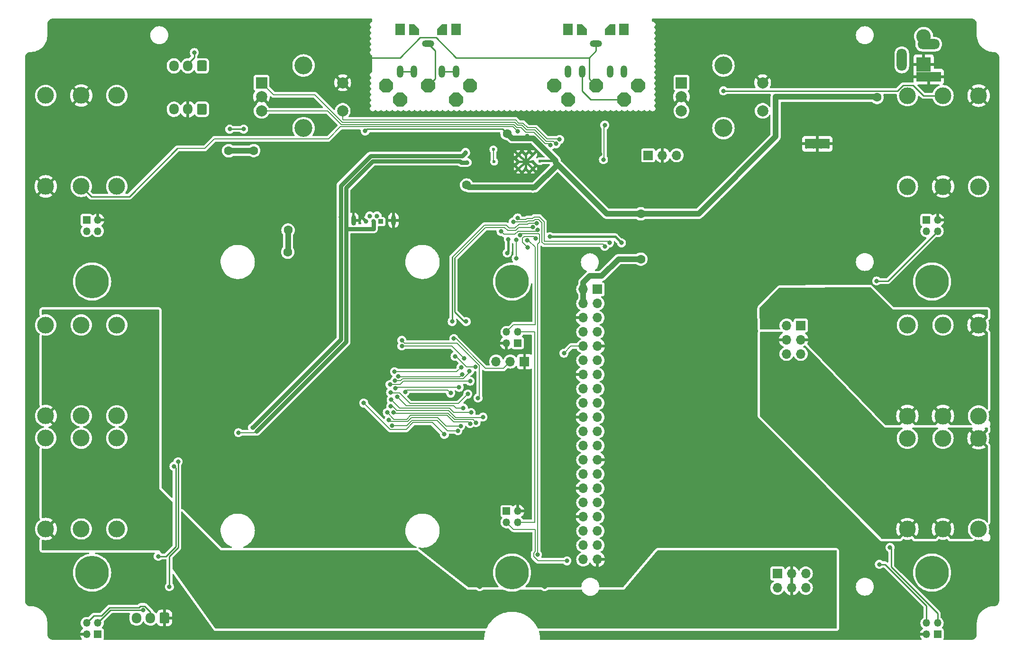
<source format=gbl>
G04 #@! TF.GenerationSoftware,KiCad,Pcbnew,7.0.9-7.0.9~ubuntu23.04.1*
G04 #@! TF.CreationDate,2023-12-02T19:05:30+00:00*
G04 #@! TF.ProjectId,pedalboard-hw,70656461-6c62-46f6-9172-642d68772e6b,3.0.2-RC*
G04 #@! TF.SameCoordinates,Original*
G04 #@! TF.FileFunction,Copper,L2,Bot*
G04 #@! TF.FilePolarity,Positive*
%FSLAX46Y46*%
G04 Gerber Fmt 4.6, Leading zero omitted, Abs format (unit mm)*
G04 Created by KiCad (PCBNEW 7.0.9-7.0.9~ubuntu23.04.1) date 2023-12-02 19:05:30*
%MOMM*%
%LPD*%
G01*
G04 APERTURE LIST*
G04 #@! TA.AperFunction,ComponentPad*
%ADD10O,1.200000X2.200000*%
G04 #@! TD*
G04 #@! TA.AperFunction,ComponentPad*
%ADD11O,2.200000X1.200000*%
G04 #@! TD*
G04 #@! TA.AperFunction,ComponentPad*
%ADD12C,3.000000*%
G04 #@! TD*
G04 #@! TA.AperFunction,ComponentPad*
%ADD13R,4.400000X1.800000*%
G04 #@! TD*
G04 #@! TA.AperFunction,ComponentPad*
%ADD14O,4.000000X1.800000*%
G04 #@! TD*
G04 #@! TA.AperFunction,ComponentPad*
%ADD15O,1.800000X4.000000*%
G04 #@! TD*
G04 #@! TA.AperFunction,ComponentPad*
%ADD16R,2.600000X2.600000*%
G04 #@! TD*
G04 #@! TA.AperFunction,ComponentPad*
%ADD17C,2.600000*%
G04 #@! TD*
G04 #@! TA.AperFunction,ComponentPad*
%ADD18R,1.350000X1.350000*%
G04 #@! TD*
G04 #@! TA.AperFunction,ComponentPad*
%ADD19O,1.350000X1.350000*%
G04 #@! TD*
G04 #@! TA.AperFunction,ComponentPad*
%ADD20R,1.700000X1.700000*%
G04 #@! TD*
G04 #@! TA.AperFunction,ComponentPad*
%ADD21O,1.700000X1.700000*%
G04 #@! TD*
G04 #@! TA.AperFunction,ComponentPad*
%ADD22R,0.840000X0.840000*%
G04 #@! TD*
G04 #@! TA.AperFunction,ComponentPad*
%ADD23C,0.840000*%
G04 #@! TD*
G04 #@! TA.AperFunction,ComponentPad*
%ADD24O,0.850000X1.850000*%
G04 #@! TD*
G04 #@! TA.AperFunction,ComponentPad*
%ADD25R,1.800000X2.000000*%
G04 #@! TD*
G04 #@! TA.AperFunction,ComponentPad*
%ADD26R,2.000000X2.000000*%
G04 #@! TD*
G04 #@! TA.AperFunction,ComponentPad*
%ADD27C,2.000000*%
G04 #@! TD*
G04 #@! TA.AperFunction,ComponentPad*
%ADD28C,3.200000*%
G04 #@! TD*
G04 #@! TA.AperFunction,ComponentPad*
%ADD29C,0.500000*%
G04 #@! TD*
G04 #@! TA.AperFunction,SMDPad,CuDef*
%ADD30R,4.400000X1.800000*%
G04 #@! TD*
G04 #@! TA.AperFunction,ComponentPad*
%ADD31C,0.600000*%
G04 #@! TD*
G04 #@! TA.AperFunction,WasherPad*
%ADD32C,6.000000*%
G04 #@! TD*
G04 #@! TA.AperFunction,ComponentPad*
%ADD33O,1.700000X1.950000*%
G04 #@! TD*
G04 #@! TA.AperFunction,ViaPad*
%ADD34C,0.800000*%
G04 #@! TD*
G04 #@! TA.AperFunction,ViaPad*
%ADD35C,1.600000*%
G04 #@! TD*
G04 #@! TA.AperFunction,ViaPad*
%ADD36C,0.600000*%
G04 #@! TD*
G04 #@! TA.AperFunction,Conductor*
%ADD37C,0.250000*%
G04 #@! TD*
G04 #@! TA.AperFunction,Conductor*
%ADD38C,0.400000*%
G04 #@! TD*
G04 #@! TA.AperFunction,Conductor*
%ADD39C,0.200000*%
G04 #@! TD*
G04 #@! TA.AperFunction,Conductor*
%ADD40C,1.000000*%
G04 #@! TD*
G04 #@! TA.AperFunction,Conductor*
%ADD41C,0.770000*%
G04 #@! TD*
G04 APERTURE END LIST*
D10*
X125000000Y-29500000D03*
X122500000Y-29500000D03*
D11*
X120000000Y-24500000D03*
D10*
X115000000Y-29500000D03*
X117500000Y-29500000D03*
D12*
X28050000Y-50000000D03*
X28050000Y-33770000D03*
X21700000Y-50000000D03*
X21700000Y-33770000D03*
X34400000Y-50000000D03*
X34400000Y-33770000D03*
X28050000Y-111200000D03*
X28050000Y-94970000D03*
X21700000Y-111200000D03*
X21700000Y-94970000D03*
X34400000Y-111200000D03*
X34400000Y-94970000D03*
D13*
X179400000Y-30400000D03*
D14*
X179400000Y-24600000D03*
D15*
X174600000Y-27400000D03*
D16*
X178500000Y-28210000D03*
D17*
X178500000Y-23210000D03*
D18*
X29000000Y-56000000D03*
D19*
X31000000Y-56000000D03*
X29000000Y-58000000D03*
X31000000Y-58000000D03*
D12*
X28050000Y-91000000D03*
X28050000Y-74770000D03*
X21700000Y-91000000D03*
X21700000Y-74770000D03*
X34400000Y-91000000D03*
X34400000Y-74770000D03*
X181950000Y-94995000D03*
X181950000Y-111225000D03*
X188300000Y-94995000D03*
X188300000Y-111225000D03*
X175600000Y-94995000D03*
X175600000Y-111225000D03*
D20*
X129315000Y-44450000D03*
D21*
X131855000Y-44450000D03*
X134395000Y-44450000D03*
D18*
X181000000Y-130000000D03*
D19*
X179000000Y-130000000D03*
X181000000Y-128000000D03*
X179000000Y-128000000D03*
D18*
X31000000Y-130000000D03*
D19*
X29000000Y-130000000D03*
X31000000Y-128000000D03*
X29000000Y-128000000D03*
D18*
X106000000Y-78000000D03*
D19*
X104000000Y-78000000D03*
X106000000Y-76000000D03*
X104000000Y-76000000D03*
D22*
X81540000Y-56290000D03*
D23*
X80890000Y-55290000D03*
X80240000Y-56290000D03*
X79590000Y-55290000D03*
X78940000Y-56290000D03*
D24*
X83815000Y-56070000D03*
X76665000Y-56070000D03*
D12*
X181965000Y-33800000D03*
X181965000Y-50030000D03*
X188315000Y-33800000D03*
X188315000Y-50030000D03*
X175615000Y-33800000D03*
X175615000Y-50030000D03*
G04 #@! TA.AperFunction,ComponentPad*
G36*
X113750000Y-32517767D02*
G01*
X113017767Y-33250000D01*
X111982233Y-33250000D01*
X111250000Y-32517767D01*
X111250000Y-31482233D01*
X111982233Y-30750000D01*
X113017767Y-30750000D01*
X113750000Y-31482233D01*
X113750000Y-32517767D01*
G37*
G04 #@! TD.AperFunction*
G04 #@! TA.AperFunction,ComponentPad*
G36*
X120517767Y-30750000D02*
G01*
X121250000Y-31482233D01*
X121250000Y-32517767D01*
X120517767Y-33250000D01*
X119482233Y-33250000D01*
X118750000Y-32517767D01*
X118750000Y-31482233D01*
X119482233Y-30750000D01*
X120517767Y-30750000D01*
G37*
G04 #@! TD.AperFunction*
G04 #@! TA.AperFunction,ComponentPad*
G36*
X128750000Y-32517767D02*
G01*
X128017767Y-33250000D01*
X126982233Y-33250000D01*
X126250000Y-32517767D01*
X126250000Y-31482233D01*
X126982233Y-30750000D01*
X128017767Y-30750000D01*
X128750000Y-31482233D01*
X128750000Y-32517767D01*
G37*
G04 #@! TD.AperFunction*
G04 #@! TA.AperFunction,ComponentPad*
G36*
X116250000Y-35017767D02*
G01*
X115517767Y-35750000D01*
X114482233Y-35750000D01*
X113750000Y-35017767D01*
X113750000Y-33982233D01*
X114482233Y-33250000D01*
X115517767Y-33250000D01*
X116250000Y-33982233D01*
X116250000Y-35017767D01*
G37*
G04 #@! TD.AperFunction*
G04 #@! TA.AperFunction,ComponentPad*
G36*
X126250000Y-35017767D02*
G01*
X125517767Y-35750000D01*
X124482233Y-35750000D01*
X123750000Y-35017767D01*
X123750000Y-33982233D01*
X124482233Y-33250000D01*
X125517767Y-33250000D01*
X126250000Y-33982233D01*
X126250000Y-35017767D01*
G37*
G04 #@! TD.AperFunction*
G04 #@! TA.AperFunction,ComponentPad*
G36*
X123400000Y-23000000D02*
G01*
X121600000Y-23000000D01*
X121600000Y-21900000D01*
X122500000Y-21000000D01*
X123400000Y-21000000D01*
X123400000Y-23000000D01*
G37*
G04 #@! TD.AperFunction*
D25*
X125000000Y-22000000D03*
X115000000Y-22000000D03*
G04 #@! TA.AperFunction,ComponentPad*
G36*
X118400000Y-23000000D02*
G01*
X116600000Y-23000000D01*
X116600000Y-21000000D01*
X117500000Y-21000000D01*
X118400000Y-21900000D01*
X118400000Y-23000000D01*
G37*
G04 #@! TD.AperFunction*
D26*
X60250000Y-31500000D03*
D27*
X60250000Y-36500000D03*
X60250000Y-34000000D03*
D28*
X67750000Y-28400000D03*
X67750000Y-39600000D03*
D27*
X74750000Y-36500000D03*
X74750000Y-31500000D03*
D29*
X161470000Y-41750000D03*
X160170000Y-41750000D03*
X158870000Y-41750000D03*
X157570000Y-41750000D03*
D30*
X159520000Y-42400000D03*
D29*
X161470000Y-43050000D03*
X160170000Y-43050000D03*
X158870000Y-43050000D03*
X157570000Y-43050000D03*
D18*
X179000000Y-56000000D03*
D19*
X181000000Y-56000000D03*
X179000000Y-58000000D03*
X181000000Y-58000000D03*
D20*
X107225000Y-81300000D03*
D21*
X104685000Y-81300000D03*
X102145000Y-81300000D03*
D12*
X181950000Y-74780000D03*
X181950000Y-91010000D03*
X188300000Y-74780000D03*
X188300000Y-91010000D03*
X175600000Y-74780000D03*
X175600000Y-91010000D03*
D31*
X106125000Y-46875000D03*
X107400000Y-46875000D03*
X108675000Y-46875000D03*
X106125000Y-45600000D03*
X107400000Y-45600000D03*
X108675000Y-45600000D03*
X106125000Y-44325000D03*
X107400000Y-44325000D03*
X108675000Y-44325000D03*
D18*
X104000000Y-108000000D03*
D19*
X106000000Y-108000000D03*
X104000000Y-110000000D03*
X106000000Y-110000000D03*
D26*
X135250000Y-31500000D03*
D27*
X135250000Y-36500000D03*
X135250000Y-34000000D03*
D28*
X142750000Y-28400000D03*
X142750000Y-39600000D03*
D27*
X149750000Y-36500000D03*
X149750000Y-31500000D03*
G04 #@! TA.AperFunction,ComponentPad*
G36*
X83750000Y-32517767D02*
G01*
X83017767Y-33250000D01*
X81982233Y-33250000D01*
X81250000Y-32517767D01*
X81250000Y-31482233D01*
X81982233Y-30750000D01*
X83017767Y-30750000D01*
X83750000Y-31482233D01*
X83750000Y-32517767D01*
G37*
G04 #@! TD.AperFunction*
G04 #@! TA.AperFunction,ComponentPad*
G36*
X90517767Y-30750000D02*
G01*
X91250000Y-31482233D01*
X91250000Y-32517767D01*
X90517767Y-33250000D01*
X89482233Y-33250000D01*
X88750000Y-32517767D01*
X88750000Y-31482233D01*
X89482233Y-30750000D01*
X90517767Y-30750000D01*
G37*
G04 #@! TD.AperFunction*
G04 #@! TA.AperFunction,ComponentPad*
G36*
X98750000Y-32517767D02*
G01*
X98017767Y-33250000D01*
X96982233Y-33250000D01*
X96250000Y-32517767D01*
X96250000Y-31482233D01*
X96982233Y-30750000D01*
X98017767Y-30750000D01*
X98750000Y-31482233D01*
X98750000Y-32517767D01*
G37*
G04 #@! TD.AperFunction*
G04 #@! TA.AperFunction,ComponentPad*
G36*
X86250000Y-35017767D02*
G01*
X85517767Y-35750000D01*
X84482233Y-35750000D01*
X83750000Y-35017767D01*
X83750000Y-33982233D01*
X84482233Y-33250000D01*
X85517767Y-33250000D01*
X86250000Y-33982233D01*
X86250000Y-35017767D01*
G37*
G04 #@! TD.AperFunction*
G04 #@! TA.AperFunction,ComponentPad*
G36*
X96250000Y-35017767D02*
G01*
X95517767Y-35750000D01*
X94482233Y-35750000D01*
X93750000Y-35017767D01*
X93750000Y-33982233D01*
X94482233Y-33250000D01*
X95517767Y-33250000D01*
X96250000Y-33982233D01*
X96250000Y-35017767D01*
G37*
G04 #@! TD.AperFunction*
G04 #@! TA.AperFunction,ComponentPad*
G36*
X93400000Y-23000000D02*
G01*
X91600000Y-23000000D01*
X91600000Y-21900000D01*
X92500000Y-21000000D01*
X93400000Y-21000000D01*
X93400000Y-23000000D01*
G37*
G04 #@! TD.AperFunction*
D25*
X95000000Y-22000000D03*
X85000000Y-22000000D03*
G04 #@! TA.AperFunction,ComponentPad*
G36*
X88400000Y-23000000D02*
G01*
X86600000Y-23000000D01*
X86600000Y-21000000D01*
X87500000Y-21000000D01*
X88400000Y-21900000D01*
X88400000Y-23000000D01*
G37*
G04 #@! TD.AperFunction*
D10*
X94994500Y-29500000D03*
X92494500Y-29500000D03*
D11*
X89994500Y-24500000D03*
D10*
X84994500Y-29500000D03*
X87494500Y-29500000D03*
D32*
X30000000Y-119000000D03*
X105000000Y-67000000D03*
X30000000Y-67000000D03*
X180000000Y-67000000D03*
X105000000Y-119000000D03*
G04 #@! TA.AperFunction,ComponentPad*
G36*
G01*
X50450000Y-27750000D02*
X50450000Y-29200000D01*
G75*
G02*
X50200000Y-29450000I-250000J0D01*
G01*
X49000000Y-29450000D01*
G75*
G02*
X48750000Y-29200000I0J250000D01*
G01*
X48750000Y-27750000D01*
G75*
G02*
X49000000Y-27500000I250000J0D01*
G01*
X50200000Y-27500000D01*
G75*
G02*
X50450000Y-27750000I0J-250000D01*
G01*
G37*
G04 #@! TD.AperFunction*
D33*
X47100000Y-28475000D03*
X44600000Y-28475000D03*
G04 #@! TA.AperFunction,ComponentPad*
G36*
G01*
X43750000Y-126375000D02*
X43750000Y-127825000D01*
G75*
G02*
X43500000Y-128075000I-250000J0D01*
G01*
X42300000Y-128075000D01*
G75*
G02*
X42050000Y-127825000I0J250000D01*
G01*
X42050000Y-126375000D01*
G75*
G02*
X42300000Y-126125000I250000J0D01*
G01*
X43500000Y-126125000D01*
G75*
G02*
X43750000Y-126375000I0J-250000D01*
G01*
G37*
G04 #@! TD.AperFunction*
X40400000Y-127100000D03*
X37900000Y-127100000D03*
D32*
X180000000Y-119000000D03*
D20*
X120250000Y-68375600D03*
D21*
X117710000Y-68375600D03*
X120250000Y-70915600D03*
X117710000Y-70915600D03*
X120250000Y-73455600D03*
X117710000Y-73455600D03*
X120250000Y-75995600D03*
X117710000Y-75995600D03*
X120250000Y-78535600D03*
X117710000Y-78535600D03*
X120250000Y-81075600D03*
X117710000Y-81075600D03*
X120250000Y-83615600D03*
X117710000Y-83615600D03*
X120250000Y-86155600D03*
X117710000Y-86155600D03*
X120250000Y-88695600D03*
X117710000Y-88695600D03*
X120250000Y-91235600D03*
X117710000Y-91235600D03*
X120250000Y-93775600D03*
X117710000Y-93775600D03*
X120250000Y-96315600D03*
X117710000Y-96315600D03*
X120250000Y-98855600D03*
X117710000Y-98855600D03*
X120250000Y-101395600D03*
X117710000Y-101395600D03*
X120250000Y-103935600D03*
X117710000Y-103935600D03*
X120250000Y-106475600D03*
X117710000Y-106475600D03*
X120250000Y-109015600D03*
X117710000Y-109015600D03*
X120250000Y-111555600D03*
X117710000Y-111555600D03*
X120250000Y-114095600D03*
X117710000Y-114095600D03*
X120250000Y-116635600D03*
X117710000Y-116635600D03*
D20*
X156555000Y-74845600D03*
D21*
X154015000Y-74845600D03*
X156555000Y-77385600D03*
X154015000Y-77385600D03*
X156555000Y-79925600D03*
X154015000Y-79925600D03*
D20*
X152380000Y-119150600D03*
D21*
X152380000Y-121690600D03*
X154920000Y-119150600D03*
X154920000Y-121690600D03*
X157460000Y-119150600D03*
X157460000Y-121690600D03*
G04 #@! TA.AperFunction,ComponentPad*
G36*
G01*
X50450000Y-35500000D02*
X50450000Y-36950000D01*
G75*
G02*
X50200000Y-37200000I-250000J0D01*
G01*
X49000000Y-37200000D01*
G75*
G02*
X48750000Y-36950000I0J250000D01*
G01*
X48750000Y-35500000D01*
G75*
G02*
X49000000Y-35250000I250000J0D01*
G01*
X50200000Y-35250000D01*
G75*
G02*
X50450000Y-35500000I0J-250000D01*
G01*
G37*
G04 #@! TD.AperFunction*
D33*
X47100000Y-36225000D03*
X44600000Y-36225000D03*
D34*
X95140000Y-41560000D03*
X153500000Y-44500000D03*
X87100000Y-47900000D03*
X165500000Y-43500000D03*
X153270000Y-53210000D03*
X159640000Y-52290000D03*
X89500000Y-81500000D03*
X145900000Y-49600000D03*
X63050000Y-48700000D03*
X153500000Y-43000000D03*
X86700000Y-75600000D03*
X136800000Y-60000000D03*
X152650000Y-49670000D03*
X157500000Y-23000000D03*
X102050500Y-40901851D03*
X74900000Y-46200000D03*
X55500000Y-78000000D03*
X155500000Y-25000000D03*
X154340000Y-27900000D03*
X121700000Y-52600000D03*
X167000000Y-32000000D03*
X157000000Y-32000000D03*
X70900000Y-49600000D03*
X99200000Y-121500000D03*
X155480000Y-52260000D03*
X168960000Y-52060000D03*
X168500000Y-30500000D03*
X110080000Y-38950000D03*
X91510000Y-53960000D03*
X116760000Y-45120000D03*
X157600000Y-52250000D03*
X37000000Y-122600000D03*
X165500000Y-35500000D03*
X165500000Y-37500000D03*
X164000000Y-32000000D03*
X48100000Y-62500600D03*
X35800000Y-69500000D03*
X161520000Y-52290000D03*
X46400000Y-26100000D03*
X185800000Y-69500000D03*
X153250000Y-50860000D03*
X120750000Y-44200000D03*
X167000000Y-35500000D03*
X55500000Y-85500000D03*
X167000000Y-30500000D03*
X89500000Y-87600000D03*
X171500000Y-22500000D03*
X55500000Y-75000000D03*
X55500000Y-90500000D03*
X165500000Y-39500000D03*
X55500000Y-80500000D03*
X89500000Y-96000000D03*
X155500000Y-32000000D03*
X86600000Y-80300000D03*
X111600000Y-52500000D03*
X24200000Y-69500000D03*
X161500000Y-47000000D03*
X153500000Y-41500000D03*
X24200000Y-121500000D03*
X154650000Y-49670000D03*
X167000000Y-37500000D03*
X99040000Y-42400000D03*
X174200000Y-69400000D03*
X103520000Y-54220000D03*
X153500000Y-40000000D03*
X167000000Y-45500000D03*
X159500000Y-23000000D03*
X185800000Y-121450000D03*
X55500000Y-93000000D03*
X153500000Y-38500000D03*
X153500000Y-35500000D03*
X142550000Y-52400000D03*
X165500000Y-45500000D03*
X94100000Y-49800000D03*
X108550000Y-53200000D03*
X169000000Y-50000000D03*
X174200000Y-121500000D03*
X155000000Y-35500000D03*
X155500000Y-27000000D03*
X167000000Y-41500000D03*
X164000000Y-35500000D03*
X144150000Y-44250000D03*
X161500000Y-49000000D03*
X153500000Y-37000000D03*
X157000000Y-49670000D03*
X55500000Y-83000000D03*
X164000000Y-37500000D03*
X120900000Y-49600000D03*
X155000000Y-37000000D03*
X97970000Y-40980000D03*
X110800000Y-121500000D03*
X55500000Y-88000000D03*
X170000000Y-26000000D03*
X155500000Y-23000000D03*
X161500000Y-23000000D03*
X55300000Y-33650000D03*
X165500000Y-41500000D03*
X167000000Y-39500000D03*
X89500000Y-93500000D03*
X101459500Y-54910000D03*
X167000000Y-43500000D03*
X99200000Y-69600000D03*
X130410000Y-52220000D03*
X113310000Y-49350000D03*
X55500000Y-95500000D03*
X110800000Y-69900000D03*
X48249500Y-26100000D03*
X109564970Y-57788013D03*
X103030000Y-58049500D03*
X121320000Y-45210000D03*
X121550000Y-39050500D03*
X78750000Y-40110000D03*
D35*
X96870000Y-49750000D03*
D34*
X57060000Y-39760000D03*
X112792822Y-45433603D03*
D35*
X104100500Y-40550000D03*
D34*
X54570000Y-39780000D03*
D35*
X170180000Y-34104500D03*
X128000000Y-54900000D03*
D36*
X109954871Y-45486615D03*
X108679996Y-50463478D03*
D34*
X107701567Y-41027276D03*
D36*
X101800000Y-45560000D03*
X101660000Y-43410000D03*
D34*
X95816257Y-92805501D03*
X83000000Y-91700000D03*
X95900000Y-82300000D03*
X84000000Y-83100000D03*
X96058879Y-83599500D03*
X84700353Y-83899647D03*
X84133755Y-86087142D03*
X95537944Y-85893736D03*
X104345332Y-59435332D03*
X111730000Y-59000500D03*
X104120000Y-61889500D03*
X124540332Y-60090332D03*
X142757299Y-32932701D03*
X83525685Y-92713715D03*
X95302419Y-93662808D03*
X109199500Y-59300000D03*
X107801405Y-60872211D03*
X105710000Y-59590500D03*
X105740000Y-62840000D03*
X122387250Y-60087250D03*
X105980588Y-55650500D03*
X41800000Y-116100000D03*
X44610000Y-100000000D03*
X106409500Y-58703193D03*
X109550000Y-115800000D03*
X105199500Y-56370000D03*
X121550000Y-60700000D03*
X112850000Y-42399000D03*
X111819414Y-42649500D03*
X113487382Y-41629098D03*
X178800000Y-93800000D03*
D35*
X128000000Y-63000000D03*
X58850000Y-43610000D03*
X65000000Y-57810000D03*
X64930000Y-61750000D03*
X54390000Y-43630000D03*
D34*
X85300000Y-78500000D03*
X96400000Y-80700000D03*
X98917395Y-87799500D03*
X85300000Y-77500000D03*
X82700000Y-90400000D03*
X97511449Y-92382343D03*
X83798953Y-90387491D03*
X98557000Y-92199500D03*
X83350000Y-89250000D03*
X99800000Y-91200000D03*
X83400000Y-88100000D03*
X97683894Y-90399000D03*
X96300000Y-89599000D03*
X84500000Y-87599500D03*
X85900000Y-86699500D03*
X94024728Y-86925400D03*
X97100000Y-87100000D03*
X83300000Y-86787142D03*
X97500000Y-84800000D03*
X83200000Y-85400000D03*
X114260500Y-79800500D03*
X84074635Y-84687642D03*
X97400000Y-83000500D03*
X94610000Y-77200000D03*
X94810000Y-80370000D03*
X98448690Y-82241159D03*
X78500000Y-88700000D03*
X92900000Y-94300000D03*
X74423400Y-55520000D03*
X58650000Y-93100000D03*
X96700000Y-43950000D03*
X56150000Y-94000000D03*
X96970000Y-45713700D03*
X106000000Y-40200000D03*
X107695203Y-59639500D03*
X43800000Y-121500000D03*
X45350000Y-99190000D03*
X39100000Y-125700000D03*
X172500000Y-114500000D03*
X170100000Y-66900000D03*
X170587701Y-117512299D03*
X114800000Y-116900000D03*
X94300000Y-74150000D03*
X109400939Y-56574659D03*
X96800000Y-74150000D03*
X108700000Y-57287182D03*
D37*
X85000000Y-27000000D02*
X88600000Y-23400000D01*
D38*
X107400000Y-44325000D02*
X107400000Y-46875000D01*
X107400000Y-45600000D02*
X106125000Y-46875000D01*
D37*
X118750000Y-30750000D02*
X120000000Y-32000000D01*
D38*
X106125000Y-45600000D02*
X108675000Y-45600000D01*
D37*
X118750000Y-27000000D02*
X118750000Y-30750000D01*
X88600000Y-23400000D02*
X91400000Y-23400000D01*
X120000000Y-25750000D02*
X120000000Y-24500000D01*
X95000000Y-27000000D02*
X118750000Y-27000000D01*
D38*
X107400000Y-45600000D02*
X106125000Y-44325000D01*
X107400000Y-45600000D02*
X108675000Y-46875000D01*
X107400000Y-45600000D02*
X108675000Y-44325000D01*
D37*
X76300000Y-27000000D02*
X85000000Y-27000000D01*
X118750000Y-27000000D02*
X120000000Y-25750000D01*
X91400000Y-23400000D02*
X95000000Y-27000000D01*
X48249500Y-26925500D02*
X48249500Y-26100000D01*
X91250000Y-25755500D02*
X89994500Y-24500000D01*
X90000000Y-32000000D02*
X91250000Y-30750000D01*
X48249500Y-26925500D02*
X46700000Y-28475000D01*
X91250000Y-30750000D02*
X91250000Y-25755500D01*
D39*
X106113318Y-57986682D02*
X109366301Y-57986682D01*
X103030000Y-58049500D02*
X103553035Y-58572535D01*
X105527465Y-58572535D02*
X106113318Y-57986682D01*
X109366301Y-57986682D02*
X109564970Y-57788013D01*
X103553035Y-58572535D02*
X105527465Y-58572535D01*
X121450000Y-45080000D02*
X121450000Y-39150000D01*
X121549500Y-39050500D02*
X121550000Y-39050500D01*
X121450000Y-39150000D02*
X121549500Y-39050500D01*
X121320000Y-45210000D02*
X121450000Y-45080000D01*
D40*
X112792822Y-45433603D02*
X112792822Y-45379218D01*
D37*
X103325500Y-39775000D02*
X104100500Y-40550000D01*
D40*
X112792822Y-45379218D02*
X108813604Y-41400000D01*
X152070000Y-41132944D02*
X138302943Y-54900000D01*
D38*
X112792822Y-45433603D02*
X110007883Y-45433603D01*
D40*
X170075500Y-34000000D02*
X152070000Y-34000000D01*
D37*
X79085000Y-39775000D02*
X103325500Y-39775000D01*
D40*
X108813604Y-41400000D02*
X105000000Y-41400000D01*
X152070000Y-34000000D02*
X152070000Y-41132944D01*
X138302943Y-54900000D02*
X128000000Y-54900000D01*
D38*
X110007883Y-45433603D02*
X109954871Y-45486615D01*
D40*
X170180000Y-34104500D02*
X170075500Y-34000000D01*
X97310000Y-50190000D02*
X109060000Y-50190000D01*
D37*
X54590000Y-39760000D02*
X54570000Y-39780000D01*
D40*
X112792822Y-45433603D02*
X112792822Y-45792822D01*
X104150000Y-40550000D02*
X104100500Y-40550000D01*
X112792822Y-45792822D02*
X121900000Y-54900000D01*
D37*
X57060000Y-39760000D02*
X54590000Y-39760000D01*
D40*
X105000000Y-41400000D02*
X104150000Y-40550000D01*
X109060000Y-50190000D02*
X113000000Y-46250000D01*
X96870000Y-49750000D02*
X97310000Y-50190000D01*
D37*
X78750000Y-40110000D02*
X79085000Y-39775000D01*
D40*
X121900000Y-54900000D02*
X128000000Y-54900000D01*
D39*
X101660000Y-43410000D02*
X101660000Y-45420000D01*
X101660000Y-45420000D02*
X101800000Y-45560000D01*
X93205501Y-92805501D02*
X95816257Y-92805501D01*
X83314215Y-92014215D02*
X86351471Y-92014215D01*
X83000000Y-91700000D02*
X83314215Y-92014215D01*
X86351471Y-92014215D02*
X87065686Y-91300000D01*
X91700000Y-91300000D02*
X93205501Y-92805501D01*
X87065686Y-91300000D02*
X91700000Y-91300000D01*
X84000000Y-83100000D02*
X95100000Y-83100000D01*
X95100000Y-83100000D02*
X95900000Y-82300000D01*
X84700353Y-83899647D02*
X84800706Y-84000000D01*
X95658379Y-84000000D02*
X96058879Y-83599500D01*
X84800706Y-84000000D02*
X95658379Y-84000000D01*
X84133755Y-86087142D02*
X84320897Y-85900000D01*
X95531680Y-85900000D02*
X95537944Y-85893736D01*
X84320897Y-85900000D02*
X95531680Y-85900000D01*
D38*
X123450500Y-59000500D02*
X111730000Y-59000500D01*
D39*
X104120000Y-61800000D02*
X104345332Y-61574668D01*
X104120000Y-61800000D02*
X104120000Y-61889500D01*
D38*
X104345332Y-59435332D02*
X104345332Y-61574668D01*
X124540332Y-60090332D02*
X123450500Y-59000500D01*
D37*
X178455000Y-33790000D02*
X181955000Y-33790000D01*
X176655000Y-31975000D02*
X178455000Y-33775000D01*
X142757299Y-32932701D02*
X142804598Y-32980000D01*
X142804598Y-32980000D02*
X173854060Y-32980000D01*
X174859060Y-31975000D02*
X176655000Y-31975000D01*
X178455000Y-33775000D02*
X178455000Y-33790000D01*
X173854060Y-32980000D02*
X174859060Y-31975000D01*
D39*
X93497122Y-93662808D02*
X91617157Y-91782843D01*
X95302419Y-93662808D02*
X93497122Y-93662808D01*
X91617157Y-91782843D02*
X87148529Y-91782843D01*
X86217657Y-92713715D02*
X83525685Y-92713715D01*
X87148529Y-91782843D02*
X86217657Y-92713715D01*
X106887736Y-59958542D02*
X106887736Y-59232264D01*
X107180000Y-58940000D02*
X108839500Y-58940000D01*
X107801405Y-60872211D02*
X106887736Y-59958542D01*
X106887736Y-59232264D02*
X107180000Y-58940000D01*
X108839500Y-58940000D02*
X109199500Y-59300000D01*
X105710000Y-62810000D02*
X105710000Y-59590500D01*
X105740000Y-62840000D02*
X105710000Y-62810000D01*
X122387250Y-60087250D02*
X122100000Y-59800000D01*
X110700000Y-59784314D02*
X110700000Y-56318084D01*
X108645303Y-55774659D02*
X107599080Y-55774659D01*
X110715686Y-59800000D02*
X110700000Y-59784314D01*
X110700000Y-56318084D02*
X109856574Y-55474659D01*
X107473738Y-55900000D02*
X106230088Y-55900000D01*
X122100000Y-59800000D02*
X110715686Y-59800000D01*
X108945303Y-55474659D02*
X108645303Y-55774659D01*
X106230088Y-55900000D02*
X105980588Y-55650500D01*
X107599080Y-55774659D02*
X107473738Y-55900000D01*
X109856574Y-55474659D02*
X108945303Y-55474659D01*
D37*
X44926000Y-100316000D02*
X44610000Y-100000000D01*
X41800000Y-116100000D02*
X43160000Y-116100000D01*
X44926000Y-114334000D02*
X44926000Y-100316000D01*
X43160000Y-116100000D02*
X44926000Y-114334000D01*
D39*
X109899500Y-58639500D02*
X109899500Y-60000500D01*
X106409500Y-58703193D02*
X106624680Y-58488013D01*
X106624680Y-58488013D02*
X109748013Y-58488013D01*
X109899500Y-60000500D02*
X109550000Y-60350000D01*
X109748013Y-58488013D02*
X109899500Y-58639500D01*
X109550000Y-60350000D02*
X109550000Y-115800000D01*
X109690889Y-55874659D02*
X110300000Y-56483770D01*
X109110989Y-55874659D02*
X109690889Y-55874659D01*
X110300000Y-56483770D02*
X110300000Y-59950000D01*
X107589424Y-56350000D02*
X107764765Y-56174659D01*
X110300000Y-59950000D02*
X110700000Y-60350000D01*
X107764765Y-56174659D02*
X108810989Y-56174659D01*
X110700000Y-60350000D02*
X121200000Y-60350000D01*
X108810989Y-56174659D02*
X109110989Y-55874659D01*
X121200000Y-60350000D02*
X121550000Y-60700000D01*
X105219500Y-56350000D02*
X107589424Y-56350000D01*
X105199500Y-56370000D02*
X105219500Y-56350000D01*
X74664646Y-38550000D02*
X69764645Y-33650000D01*
X112788950Y-42399000D02*
X112339950Y-41950000D01*
X109037935Y-39927276D02*
X107622962Y-39927276D01*
X69764645Y-33650000D02*
X62400000Y-33650000D01*
X112850000Y-42399000D02*
X112788950Y-42399000D01*
X112339950Y-41950000D02*
X111060661Y-41950000D01*
X106031372Y-39100000D02*
X105481372Y-38550000D01*
X111060661Y-41950000D02*
X109037935Y-39927276D01*
X105481372Y-38550000D02*
X74664646Y-38550000D01*
X106795686Y-39100000D02*
X106031372Y-39100000D01*
X107622962Y-39927276D02*
X106795686Y-39100000D01*
X62400000Y-33650000D02*
X60250000Y-31500000D01*
X111819414Y-42649500D02*
X111519914Y-42350000D01*
X107457276Y-40327276D02*
X106630000Y-39500000D01*
X107994241Y-40330000D02*
X107991517Y-40327276D01*
X105865686Y-39500000D02*
X105315686Y-38950000D01*
X105315686Y-38950000D02*
X74498960Y-38950000D01*
X106630000Y-39500000D02*
X105865686Y-39500000D01*
X74498960Y-38950000D02*
X72048960Y-36500000D01*
X107991517Y-40327276D02*
X107457276Y-40327276D01*
X108874974Y-40330000D02*
X107994241Y-40330000D01*
X72048960Y-36500000D02*
X60250000Y-36500000D01*
X111519914Y-42350000D02*
X110894976Y-42350000D01*
X110894976Y-42350000D02*
X108874974Y-40330000D01*
X113408284Y-41550000D02*
X111226346Y-41550000D01*
X111226346Y-41550000D02*
X109203620Y-39527276D01*
X109203620Y-39527276D02*
X107788648Y-39527276D01*
X105647058Y-38150000D02*
X74840000Y-38150000D01*
X106961372Y-38700000D02*
X106197058Y-38700000D01*
X106197058Y-38700000D02*
X105647058Y-38150000D01*
X107788648Y-39527276D02*
X106961372Y-38700000D01*
X113487382Y-41629098D02*
X113408284Y-41550000D01*
X74750000Y-38060000D02*
X74750000Y-36500000D01*
X74840000Y-38150000D02*
X74750000Y-38060000D01*
D37*
X117500000Y-29500000D02*
X117500000Y-33000000D01*
X117500000Y-33000000D02*
X119000000Y-34500000D01*
X119000000Y-34500000D02*
X125000000Y-34500000D01*
D40*
X58830000Y-43630000D02*
X58850000Y-43610000D01*
D39*
X65000000Y-61680000D02*
X64930000Y-61750000D01*
D40*
X117710000Y-68375600D02*
X117710000Y-70915600D01*
X117710000Y-68375600D02*
X117710000Y-67173519D01*
X124000000Y-63000000D02*
X128000000Y-63000000D01*
X54390000Y-43630000D02*
X58830000Y-43630000D01*
X118883519Y-66000000D02*
X121000000Y-66000000D01*
X117710000Y-67173519D02*
X118883519Y-66000000D01*
X65000000Y-57810000D02*
X65000000Y-61680000D01*
X121000000Y-66000000D02*
X124000000Y-63000000D01*
D37*
X39400305Y-124975000D02*
X40400000Y-125974695D01*
X29000000Y-128000000D02*
X30293198Y-126706802D01*
X38625000Y-124975000D02*
X39400305Y-124975000D01*
X33113604Y-125250000D02*
X38350000Y-125250000D01*
X38350000Y-125250000D02*
X38625000Y-124975000D01*
X30293198Y-126706802D02*
X31656802Y-126706802D01*
X31656802Y-126706802D02*
X33113604Y-125250000D01*
X40400000Y-125974695D02*
X40400000Y-127100000D01*
D39*
X99150012Y-81951709D02*
X95198303Y-78000000D01*
X99150012Y-87566883D02*
X99150012Y-81951709D01*
X98917395Y-87799500D02*
X99150012Y-87566883D01*
X95198303Y-78000000D02*
X85800000Y-78000000D01*
X85800000Y-78000000D02*
X85300000Y-77500000D01*
X96400000Y-80700000D02*
X94200000Y-78500000D01*
X94200000Y-78500000D02*
X85300000Y-78500000D01*
X97211949Y-92082843D02*
X97511449Y-92382343D01*
X86185785Y-91614215D02*
X86900000Y-90900000D01*
X94585786Y-92082843D02*
X97211949Y-92082843D01*
X82700000Y-90400000D02*
X83914215Y-91614215D01*
X83914215Y-91614215D02*
X86185785Y-91614215D01*
X86900000Y-90900000D02*
X93402942Y-90900000D01*
X93402942Y-90900000D02*
X94585786Y-92082843D01*
X83798953Y-90387491D02*
X83911462Y-90500000D01*
X94751472Y-91682843D02*
X98040343Y-91682843D01*
X93568628Y-90500000D02*
X94751472Y-91682843D01*
X98040343Y-91682843D02*
X98557000Y-92199500D01*
X83911462Y-90500000D02*
X93568628Y-90500000D01*
X94917157Y-91282843D02*
X99717157Y-91282843D01*
X83650706Y-89250000D02*
X84400706Y-90000000D01*
X84400706Y-90000000D02*
X93634314Y-90000000D01*
X93634314Y-90000000D02*
X94917157Y-91282843D01*
X99717157Y-91282843D02*
X99800000Y-91200000D01*
X83350000Y-89250000D02*
X83650706Y-89250000D01*
X83400000Y-88100000D02*
X84900000Y-89600000D01*
X93800000Y-89600000D02*
X94599000Y-90399000D01*
X84900000Y-89600000D02*
X93800000Y-89600000D01*
X94599000Y-90399000D02*
X97683894Y-90399000D01*
X94999000Y-89599000D02*
X96300000Y-89599000D01*
X94600000Y-89200000D02*
X94999000Y-89599000D01*
X86100500Y-89200000D02*
X94600000Y-89200000D01*
X84500000Y-87599500D02*
X86100500Y-89200000D01*
X85900000Y-86699500D02*
X86199500Y-86400000D01*
X86199500Y-86400000D02*
X93499328Y-86400000D01*
X93499328Y-86400000D02*
X94024728Y-86925400D01*
X84900000Y-86900000D02*
X86800000Y-88800000D01*
X83412858Y-86900000D02*
X84900000Y-86900000D01*
X95400000Y-88800000D02*
X97100000Y-87100000D01*
X83300000Y-86787142D02*
X83412858Y-86900000D01*
X86800000Y-88800000D02*
X95400000Y-88800000D01*
X83772327Y-85400000D02*
X83784685Y-85387642D01*
X85577818Y-84800000D02*
X97500000Y-84800000D01*
X83200000Y-85400000D02*
X83772327Y-85400000D01*
X84990176Y-85387642D02*
X85577818Y-84800000D01*
X83784685Y-85387642D02*
X84990176Y-85387642D01*
X115525400Y-78535600D02*
X117710000Y-78535600D01*
X114260500Y-79800500D02*
X115525400Y-78535600D01*
X97400000Y-83000500D02*
X97400000Y-83248329D01*
X85389950Y-84400000D02*
X85089950Y-84700000D01*
X84086993Y-84700000D02*
X84074635Y-84687642D01*
X97400000Y-83248329D02*
X96248329Y-84400000D01*
X96248329Y-84400000D02*
X85389950Y-84400000D01*
X85089950Y-84700000D02*
X84086993Y-84700000D01*
X100263989Y-82500000D02*
X103485000Y-82500000D01*
X94810000Y-80370000D02*
X94959950Y-80370000D01*
X94959950Y-80370000D02*
X96831109Y-82241159D01*
X94610000Y-77200000D02*
X94963989Y-77200000D01*
X96831109Y-82241159D02*
X98448690Y-82241159D01*
X103485000Y-82500000D02*
X104685000Y-81300000D01*
X94963989Y-77200000D02*
X100263989Y-82500000D01*
X87314215Y-92182843D02*
X90782843Y-92182843D01*
X90782843Y-92182843D02*
X92900000Y-94300000D01*
X86083343Y-93413715D02*
X87314215Y-92182843D01*
X78500000Y-88700000D02*
X78522020Y-88700000D01*
X78522020Y-88700000D02*
X83235735Y-93413715D01*
X83235735Y-93413715D02*
X86083343Y-93413715D01*
D41*
X74437900Y-77358590D02*
X58696490Y-93100000D01*
X74423400Y-55520000D02*
X74423400Y-49886600D01*
X79722100Y-44587900D02*
X96062100Y-44587900D01*
X74423400Y-49886600D02*
X79722100Y-44587900D01*
X58696490Y-93100000D02*
X58650000Y-93100000D01*
X74423400Y-55520000D02*
X74437900Y-55534500D01*
X74437900Y-55534500D02*
X74437900Y-77358590D01*
X96062100Y-44587900D02*
X96700000Y-43950000D01*
X80104916Y-45512100D02*
X75362100Y-50254916D01*
X80240000Y-57560000D02*
X80220000Y-57580000D01*
X96970000Y-45713700D02*
X95890256Y-45713700D01*
X95688656Y-45512100D02*
X80104916Y-45512100D01*
D39*
X56150000Y-94000000D02*
X58900000Y-94000000D01*
D41*
X75362100Y-77741410D02*
X59858715Y-93244795D01*
D39*
X58900000Y-94000000D02*
X59250000Y-93650000D01*
D41*
X75362100Y-50254916D02*
X75362100Y-58440000D01*
X80240000Y-56290000D02*
X80240000Y-57560000D01*
X75362100Y-57580000D02*
X75362100Y-58440000D01*
X59858715Y-93244795D02*
X59858711Y-93244795D01*
X80220000Y-57580000D02*
X75362100Y-57580000D01*
X59858711Y-93244795D02*
X59351753Y-93751753D01*
X75362100Y-58440000D02*
X75362100Y-77741410D01*
X95890256Y-45713700D02*
X95688656Y-45512100D01*
D39*
X51850000Y-41500000D02*
X72183275Y-41500000D01*
X105150000Y-39350000D02*
X106000000Y-40200000D01*
X45250000Y-43200000D02*
X50150000Y-43200000D01*
X72183275Y-41500000D02*
X74333275Y-39350000D01*
D37*
X45250000Y-43200000D02*
X36625000Y-51825000D01*
X36625000Y-51825000D02*
X29875000Y-51825000D01*
D39*
X50150000Y-43200000D02*
X51850000Y-41500000D01*
X74333275Y-39350000D02*
X105150000Y-39350000D01*
D37*
X29875000Y-51825000D02*
X28050000Y-50000000D01*
X92494500Y-29500000D02*
X94994500Y-29500000D01*
X84994500Y-29500000D02*
X87494500Y-29500000D01*
D39*
X109125000Y-60865000D02*
X109125000Y-74730000D01*
X105270000Y-74730000D02*
X104000000Y-76000000D01*
X107695203Y-59639500D02*
X107899500Y-59639500D01*
X109125000Y-74730000D02*
X105270000Y-74730000D01*
X107899500Y-59639500D02*
X109125000Y-60865000D01*
D37*
X45376000Y-114520396D02*
X43800000Y-116096396D01*
X43800000Y-116096396D02*
X43800000Y-121500000D01*
X39100000Y-125700000D02*
X33300000Y-125700000D01*
X45376000Y-99216000D02*
X45376000Y-114520396D01*
X33300000Y-125700000D02*
X31000000Y-128000000D01*
X45350000Y-99190000D02*
X45376000Y-99216000D01*
X172100000Y-66900000D02*
X181000000Y-58000000D01*
X172700000Y-118000000D02*
X172700000Y-114700000D01*
X181000000Y-128000000D02*
X181000000Y-126300000D01*
X181000000Y-126300000D02*
X172700000Y-118000000D01*
X172700000Y-114700000D02*
X172500000Y-114500000D01*
X170100000Y-66900000D02*
X172100000Y-66900000D01*
D39*
X109040000Y-76000000D02*
X106000000Y-76000000D01*
X106000000Y-110000000D02*
X109040000Y-110000000D01*
X109040000Y-110000000D02*
X109040000Y-76000000D01*
X105250000Y-111250000D02*
X109150000Y-111250000D01*
D37*
X170587701Y-117512299D02*
X171575903Y-117512299D01*
D39*
X108850000Y-115510050D02*
X108850000Y-116089950D01*
D37*
X171575903Y-117512299D02*
X179000000Y-124936396D01*
X179000000Y-124936396D02*
X179000000Y-128000000D01*
D39*
X109660050Y-116900000D02*
X114800000Y-116900000D01*
X108850000Y-116089950D02*
X109660050Y-116900000D01*
X109150000Y-111250000D02*
X109150000Y-115210050D01*
X109150000Y-115210050D02*
X108850000Y-115510050D01*
X104000000Y-110000000D02*
X105250000Y-111250000D01*
X107755109Y-56750000D02*
X106218629Y-56750000D01*
X109400939Y-56574659D02*
X107930450Y-56574659D01*
X103970000Y-56950000D02*
X100050000Y-56950000D01*
D37*
X94300000Y-62700000D02*
X94300000Y-74150000D01*
D39*
X106218629Y-56750000D02*
X105498628Y-57470000D01*
X105498628Y-57470000D02*
X104490000Y-57470000D01*
X100050000Y-56950000D02*
X94300000Y-62700000D01*
X104490000Y-57470000D02*
X103970000Y-56950000D01*
X107930450Y-56574659D02*
X107755109Y-56750000D01*
D37*
X94750000Y-72450000D02*
X96450000Y-74150000D01*
D39*
X104190000Y-57870000D02*
X103670000Y-57350000D01*
X106184315Y-57350000D02*
X105664315Y-57870000D01*
X108700000Y-57287182D02*
X108637182Y-57350000D01*
D37*
X96450000Y-74150000D02*
X96800000Y-74150000D01*
D39*
X108637182Y-57350000D02*
X106184315Y-57350000D01*
D37*
X94750000Y-62886396D02*
X94750000Y-72450000D01*
D39*
X100215686Y-57350000D02*
X94750000Y-62815686D01*
X105664315Y-57870000D02*
X104190000Y-57870000D01*
X103670000Y-57350000D02*
X100215686Y-57350000D01*
X94750000Y-62815686D02*
X94750000Y-62886396D01*
G04 #@! TA.AperFunction,Conductor*
G36*
X155170000Y-121255098D02*
G01*
X155062315Y-121205920D01*
X154955763Y-121190600D01*
X154884237Y-121190600D01*
X154777685Y-121205920D01*
X154670000Y-121255098D01*
X154670000Y-119586101D01*
X154777685Y-119635280D01*
X154884237Y-119650600D01*
X154955763Y-119650600D01*
X155062315Y-119635280D01*
X155170000Y-119586101D01*
X155170000Y-121255098D01*
G37*
G04 #@! TD.AperFunction*
G04 #@! TA.AperFunction,Conductor*
G36*
X46106703Y-108107149D02*
G01*
X46113181Y-108113181D01*
X53000000Y-115000000D01*
X87957454Y-115000000D01*
X88024493Y-115019685D01*
X88033581Y-115026118D01*
X92292069Y-118338276D01*
X97000000Y-122000000D01*
X98516560Y-122000000D01*
X98583599Y-122019685D01*
X98604241Y-122036319D01*
X98697738Y-122129816D01*
X98850478Y-122225789D01*
X99009302Y-122281364D01*
X99020745Y-122285368D01*
X99020750Y-122285369D01*
X99199996Y-122305565D01*
X99200000Y-122305565D01*
X99200004Y-122305565D01*
X99379249Y-122285369D01*
X99379252Y-122285368D01*
X99379255Y-122285368D01*
X99549522Y-122225789D01*
X99702262Y-122129816D01*
X99795759Y-122036319D01*
X99857082Y-122002834D01*
X99883440Y-122000000D01*
X103358533Y-122000000D01*
X103410599Y-122011461D01*
X103645054Y-122119931D01*
X103739497Y-122163625D01*
X104088934Y-122281364D01*
X104449052Y-122360632D01*
X104815630Y-122400500D01*
X104815636Y-122400500D01*
X105184364Y-122400500D01*
X105184370Y-122400500D01*
X105550948Y-122360632D01*
X105911066Y-122281364D01*
X106260503Y-122163625D01*
X106457490Y-122072489D01*
X106589401Y-122011461D01*
X106641467Y-122000000D01*
X110116560Y-122000000D01*
X110183599Y-122019685D01*
X110204241Y-122036319D01*
X110297738Y-122129816D01*
X110450478Y-122225789D01*
X110609302Y-122281364D01*
X110620745Y-122285368D01*
X110620750Y-122285369D01*
X110799996Y-122305565D01*
X110800000Y-122305565D01*
X110800004Y-122305565D01*
X110979249Y-122285369D01*
X110979252Y-122285368D01*
X110979255Y-122285368D01*
X111149522Y-122225789D01*
X111302262Y-122129816D01*
X111395759Y-122036319D01*
X111457082Y-122002834D01*
X111483440Y-122000000D01*
X117363599Y-122000000D01*
X117430638Y-122019685D01*
X117476393Y-122072489D01*
X117478160Y-122076547D01*
X117549533Y-122248859D01*
X117681160Y-122463653D01*
X117681161Y-122463656D01*
X117681164Y-122463659D01*
X117844776Y-122655224D01*
X117988179Y-122777702D01*
X118036343Y-122818838D01*
X118036346Y-122818839D01*
X118251140Y-122950466D01*
X118483889Y-123046873D01*
X118728852Y-123105683D01*
X118884950Y-123117968D01*
X118917116Y-123120500D01*
X118917118Y-123120500D01*
X119042884Y-123120500D01*
X119072518Y-123118167D01*
X119231148Y-123105683D01*
X119476111Y-123046873D01*
X119708859Y-122950466D01*
X119923659Y-122818836D01*
X120115224Y-122655224D01*
X120278836Y-122463659D01*
X120410466Y-122248859D01*
X120459775Y-122129816D01*
X120481840Y-122076547D01*
X120525681Y-122022144D01*
X120591975Y-122000079D01*
X120596401Y-122000000D01*
X124999999Y-122000000D01*
X125000000Y-122000000D01*
X125265200Y-121690600D01*
X151124723Y-121690600D01*
X151143081Y-121900444D01*
X151143793Y-121908575D01*
X151143793Y-121908579D01*
X151200422Y-122119922D01*
X151200424Y-122119926D01*
X151200425Y-122119930D01*
X151226235Y-122175280D01*
X151292897Y-122318238D01*
X151317998Y-122354086D01*
X151418402Y-122497477D01*
X151573123Y-122652198D01*
X151752361Y-122777702D01*
X151950670Y-122870175D01*
X152162023Y-122926807D01*
X152344926Y-122942808D01*
X152379998Y-122945877D01*
X152380000Y-122945877D01*
X152380002Y-122945877D01*
X152408254Y-122943405D01*
X152597977Y-122926807D01*
X152809330Y-122870175D01*
X153007639Y-122777702D01*
X153186877Y-122652198D01*
X153341598Y-122497477D01*
X153467102Y-122318239D01*
X153482726Y-122284732D01*
X153528896Y-122232295D01*
X153596090Y-122213143D01*
X153662971Y-122233358D01*
X153707489Y-122284734D01*
X153746399Y-122368178D01*
X153881894Y-122561682D01*
X154048917Y-122728705D01*
X154242421Y-122864200D01*
X154456507Y-122964029D01*
X154456516Y-122964033D01*
X154670000Y-123021234D01*
X154670000Y-122126101D01*
X154777685Y-122175280D01*
X154884237Y-122190600D01*
X154955763Y-122190600D01*
X155062315Y-122175280D01*
X155170000Y-122126101D01*
X155170000Y-123021233D01*
X155383483Y-122964033D01*
X155383492Y-122964029D01*
X155597578Y-122864200D01*
X155791082Y-122728705D01*
X155958105Y-122561682D01*
X156093598Y-122368180D01*
X156132509Y-122284735D01*
X156178681Y-122232295D01*
X156245875Y-122213143D01*
X156312756Y-122233358D01*
X156357273Y-122284733D01*
X156357570Y-122285369D01*
X156372898Y-122318239D01*
X156498402Y-122497477D01*
X156653123Y-122652198D01*
X156832361Y-122777702D01*
X157030670Y-122870175D01*
X157242023Y-122926807D01*
X157424926Y-122942808D01*
X157459998Y-122945877D01*
X157460000Y-122945877D01*
X157460002Y-122945877D01*
X157488254Y-122943405D01*
X157677977Y-122926807D01*
X157889330Y-122870175D01*
X158087639Y-122777702D01*
X158266877Y-122652198D01*
X158421598Y-122497477D01*
X158547102Y-122318239D01*
X158639575Y-122119930D01*
X158696207Y-121908577D01*
X158715277Y-121690600D01*
X158714284Y-121679255D01*
X158706960Y-121595538D01*
X158696207Y-121472623D01*
X158639575Y-121261270D01*
X158547102Y-121062962D01*
X158547100Y-121062959D01*
X158547099Y-121062957D01*
X158421599Y-120883724D01*
X158357395Y-120819520D01*
X158266877Y-120729002D01*
X158087639Y-120603498D01*
X157936414Y-120532981D01*
X157883977Y-120486810D01*
X157864825Y-120419616D01*
X157885041Y-120352735D01*
X157936414Y-120308218D01*
X158087639Y-120237702D01*
X158266877Y-120112198D01*
X158421598Y-119957477D01*
X158547102Y-119778239D01*
X158639575Y-119579930D01*
X158696207Y-119368577D01*
X158715277Y-119150600D01*
X158696207Y-118932623D01*
X158639575Y-118721270D01*
X158547102Y-118522962D01*
X158547100Y-118522959D01*
X158547099Y-118522957D01*
X158421599Y-118343724D01*
X158345130Y-118267255D01*
X158266877Y-118189002D01*
X158087639Y-118063498D01*
X158087640Y-118063498D01*
X158087638Y-118063497D01*
X157988484Y-118017261D01*
X157889330Y-117971025D01*
X157889326Y-117971024D01*
X157889322Y-117971022D01*
X157677977Y-117914393D01*
X157460002Y-117895323D01*
X157459998Y-117895323D01*
X157314682Y-117908036D01*
X157242023Y-117914393D01*
X157242020Y-117914393D01*
X157030677Y-117971022D01*
X157030670Y-117971024D01*
X157030670Y-117971025D01*
X157027391Y-117972554D01*
X156832361Y-118063498D01*
X156832357Y-118063500D01*
X156653121Y-118189002D01*
X156498402Y-118343721D01*
X156372900Y-118522957D01*
X156372897Y-118522963D01*
X156357273Y-118556468D01*
X156311099Y-118608907D01*
X156243905Y-118628057D01*
X156177025Y-118607840D01*
X156132509Y-118556465D01*
X156093598Y-118473019D01*
X155958113Y-118279526D01*
X155958108Y-118279520D01*
X155791082Y-118112494D01*
X155597578Y-117976999D01*
X155383492Y-117877170D01*
X155383486Y-117877167D01*
X155170000Y-117819964D01*
X155170000Y-118715098D01*
X155062315Y-118665920D01*
X154955763Y-118650600D01*
X154884237Y-118650600D01*
X154777685Y-118665920D01*
X154670000Y-118715098D01*
X154670000Y-117819964D01*
X154669999Y-117819964D01*
X154456513Y-117877167D01*
X154456507Y-117877170D01*
X154242422Y-117976999D01*
X154242420Y-117977000D01*
X154048926Y-118112486D01*
X154048920Y-118112491D01*
X153881891Y-118279520D01*
X153881885Y-118279527D01*
X153854256Y-118318985D01*
X153799679Y-118362608D01*
X153730180Y-118369800D01*
X153667826Y-118338276D01*
X153632413Y-118278046D01*
X153630211Y-118267269D01*
X153615646Y-118175296D01*
X153558050Y-118062258D01*
X153558046Y-118062254D01*
X153558045Y-118062252D01*
X153468347Y-117972554D01*
X153468344Y-117972552D01*
X153468342Y-117972550D01*
X153391517Y-117933405D01*
X153355301Y-117914952D01*
X153261524Y-117900100D01*
X151498482Y-117900100D01*
X151419427Y-117912621D01*
X151404696Y-117914954D01*
X151291658Y-117972550D01*
X151291657Y-117972551D01*
X151291652Y-117972554D01*
X151201954Y-118062252D01*
X151201951Y-118062257D01*
X151201950Y-118062258D01*
X151182751Y-118099937D01*
X151144352Y-118175298D01*
X151129500Y-118269075D01*
X151129500Y-120032117D01*
X151138253Y-120087379D01*
X151144354Y-120125904D01*
X151201950Y-120238942D01*
X151201952Y-120238944D01*
X151201954Y-120238947D01*
X151291652Y-120328645D01*
X151291654Y-120328646D01*
X151291658Y-120328650D01*
X151379883Y-120373603D01*
X151404698Y-120386247D01*
X151498475Y-120401099D01*
X151498481Y-120401100D01*
X151648140Y-120401099D01*
X151715177Y-120420783D01*
X151760932Y-120473587D01*
X151770876Y-120542745D01*
X151741851Y-120606301D01*
X151719262Y-120626674D01*
X151573118Y-120729005D01*
X151418402Y-120883721D01*
X151292900Y-121062957D01*
X151292898Y-121062961D01*
X151200426Y-121261268D01*
X151200422Y-121261277D01*
X151143793Y-121472620D01*
X151143793Y-121472623D01*
X151141398Y-121500000D01*
X151125716Y-121679255D01*
X151124723Y-121690600D01*
X125265200Y-121690600D01*
X130962884Y-115043302D01*
X131021459Y-115005212D01*
X131057032Y-115000000D01*
X162876000Y-115000000D01*
X162943039Y-115019685D01*
X162988794Y-115072489D01*
X163000000Y-115124000D01*
X163000000Y-128876000D01*
X162980315Y-128943039D01*
X162927511Y-128988794D01*
X162876000Y-129000000D01*
X109663823Y-129000000D01*
X109596784Y-128980315D01*
X109551441Y-128928405D01*
X109439725Y-128688828D01*
X109439724Y-128688828D01*
X109439723Y-128688826D01*
X109221397Y-128310674D01*
X109221396Y-128310673D01*
X109221394Y-128310669D01*
X109003792Y-127999901D01*
X108970943Y-127952988D01*
X108970942Y-127952987D01*
X108970943Y-127952987D01*
X108690267Y-127618492D01*
X108381508Y-127309733D01*
X108047013Y-127029057D01*
X108047013Y-127029058D01*
X108047012Y-127029057D01*
X107869339Y-126904649D01*
X107689331Y-126778606D01*
X107689326Y-126778603D01*
X107311174Y-126560277D01*
X107311172Y-126560276D01*
X107311172Y-126560275D01*
X106915443Y-126375743D01*
X106881992Y-126363568D01*
X106505112Y-126226395D01*
X106505104Y-126226392D01*
X106215978Y-126148922D01*
X106083337Y-126113381D01*
X105653318Y-126037557D01*
X105218327Y-125999500D01*
X104781673Y-125999500D01*
X104346682Y-126037557D01*
X103916663Y-126113381D01*
X103784022Y-126148922D01*
X103494896Y-126226392D01*
X103494888Y-126226395D01*
X103118008Y-126363568D01*
X103084557Y-126375743D01*
X102688828Y-126560275D01*
X102688828Y-126560276D01*
X102688826Y-126560277D01*
X102310674Y-126778603D01*
X102310669Y-126778606D01*
X102130661Y-126904649D01*
X101952988Y-127029057D01*
X101952987Y-127029058D01*
X101952987Y-127029057D01*
X101618492Y-127309733D01*
X101309733Y-127618492D01*
X101029057Y-127952987D01*
X101029058Y-127952987D01*
X101029057Y-127952988D01*
X100996208Y-127999901D01*
X100778606Y-128310669D01*
X100778603Y-128310673D01*
X100778603Y-128310674D01*
X100560277Y-128688826D01*
X100560276Y-128688828D01*
X100560275Y-128688828D01*
X100448559Y-128928405D01*
X100402387Y-128980844D01*
X100336177Y-129000000D01*
X52063813Y-129000000D01*
X51996774Y-128980315D01*
X51962910Y-128948074D01*
X44348597Y-118288035D01*
X44325649Y-118222041D01*
X44325500Y-118215961D01*
X44325500Y-116365428D01*
X44345185Y-116298389D01*
X44361819Y-116277747D01*
X45741243Y-114898322D01*
X45787469Y-114855151D01*
X45809355Y-114819159D01*
X45812909Y-114813938D01*
X45838365Y-114780371D01*
X45844476Y-114764873D01*
X45853878Y-114745943D01*
X45862526Y-114731724D01*
X45873883Y-114691187D01*
X45875901Y-114685183D01*
X45891360Y-114645985D01*
X45893063Y-114629414D01*
X45897011Y-114608644D01*
X45901500Y-114592623D01*
X45901500Y-114550525D01*
X45901825Y-114544181D01*
X45906132Y-114502286D01*
X45903303Y-114485877D01*
X45901500Y-114464809D01*
X45901500Y-108200862D01*
X45921185Y-108133823D01*
X45973989Y-108088068D01*
X46043147Y-108078124D01*
X46106703Y-108107149D01*
G37*
G04 #@! TD.AperFunction*
G04 #@! TA.AperFunction,Conductor*
G36*
X41943039Y-72019685D02*
G01*
X41988794Y-72072489D01*
X42000000Y-72124000D01*
X42000000Y-104000000D01*
X44364181Y-106364181D01*
X44397666Y-106425504D01*
X44400500Y-106451862D01*
X44400500Y-114064969D01*
X44380815Y-114132008D01*
X44364181Y-114152650D01*
X42978650Y-115538181D01*
X42917327Y-115571666D01*
X42890969Y-115574500D01*
X42474170Y-115574500D01*
X42407131Y-115554815D01*
X42373267Y-115522574D01*
X42000000Y-115000000D01*
X21124000Y-115000000D01*
X21056961Y-114980315D01*
X21011206Y-114927511D01*
X21000000Y-114876000D01*
X21000000Y-113248374D01*
X21019685Y-113181335D01*
X21072489Y-113135580D01*
X21141647Y-113125636D01*
X21150359Y-113127208D01*
X21414640Y-113184699D01*
X21414637Y-113184699D01*
X21699999Y-113205109D01*
X21700001Y-113205109D01*
X21985362Y-113184699D01*
X22264895Y-113123890D01*
X22532958Y-113023908D01*
X22784047Y-112886803D01*
X22926561Y-112780116D01*
X22926562Y-112780115D01*
X21986457Y-111840010D01*
X22027695Y-111824371D01*
X22167595Y-111727806D01*
X22280320Y-111600566D01*
X22340140Y-111486587D01*
X23280115Y-112426562D01*
X23280116Y-112426561D01*
X23386803Y-112284047D01*
X23523908Y-112032958D01*
X23623890Y-111764895D01*
X23684699Y-111485362D01*
X23705109Y-111200001D01*
X26144645Y-111200001D01*
X26164039Y-111471160D01*
X26164040Y-111471167D01*
X26219868Y-111727806D01*
X26221825Y-111736801D01*
X26282695Y-111900000D01*
X26316830Y-111991519D01*
X26447109Y-112230107D01*
X26447110Y-112230108D01*
X26447113Y-112230113D01*
X26610029Y-112447742D01*
X26610033Y-112447746D01*
X26610038Y-112447752D01*
X26802247Y-112639961D01*
X26802253Y-112639966D01*
X26802258Y-112639971D01*
X27019887Y-112802887D01*
X27019891Y-112802889D01*
X27019892Y-112802890D01*
X27258481Y-112933169D01*
X27258480Y-112933169D01*
X27258484Y-112933170D01*
X27258487Y-112933172D01*
X27513199Y-113028175D01*
X27778840Y-113085961D01*
X28030605Y-113103967D01*
X28049999Y-113105355D01*
X28050000Y-113105355D01*
X28050001Y-113105355D01*
X28068100Y-113104060D01*
X28321160Y-113085961D01*
X28586801Y-113028175D01*
X28841513Y-112933172D01*
X28841517Y-112933169D01*
X28841519Y-112933169D01*
X29065480Y-112810877D01*
X29080113Y-112802887D01*
X29297742Y-112639971D01*
X29489971Y-112447742D01*
X29652887Y-112230113D01*
X29720226Y-112106790D01*
X29783169Y-111991519D01*
X29783169Y-111991517D01*
X29783172Y-111991513D01*
X29878175Y-111736801D01*
X29935961Y-111471160D01*
X29955355Y-111200001D01*
X32494645Y-111200001D01*
X32514039Y-111471160D01*
X32514040Y-111471167D01*
X32569868Y-111727806D01*
X32571825Y-111736801D01*
X32632695Y-111900000D01*
X32666830Y-111991519D01*
X32797109Y-112230107D01*
X32797110Y-112230108D01*
X32797113Y-112230113D01*
X32960029Y-112447742D01*
X32960033Y-112447746D01*
X32960038Y-112447752D01*
X33152247Y-112639961D01*
X33152253Y-112639966D01*
X33152258Y-112639971D01*
X33369887Y-112802887D01*
X33369891Y-112802889D01*
X33369892Y-112802890D01*
X33608481Y-112933169D01*
X33608480Y-112933169D01*
X33608484Y-112933170D01*
X33608487Y-112933172D01*
X33863199Y-113028175D01*
X34128840Y-113085961D01*
X34380605Y-113103967D01*
X34399999Y-113105355D01*
X34400000Y-113105355D01*
X34400001Y-113105355D01*
X34418100Y-113104060D01*
X34671160Y-113085961D01*
X34936801Y-113028175D01*
X35191513Y-112933172D01*
X35191517Y-112933169D01*
X35191519Y-112933169D01*
X35415480Y-112810877D01*
X35430113Y-112802887D01*
X35647742Y-112639971D01*
X35839971Y-112447742D01*
X36002887Y-112230113D01*
X36070226Y-112106790D01*
X36133169Y-111991519D01*
X36133169Y-111991517D01*
X36133172Y-111991513D01*
X36228175Y-111736801D01*
X36285961Y-111471160D01*
X36305355Y-111200000D01*
X36285961Y-110928840D01*
X36228175Y-110663199D01*
X36133172Y-110408487D01*
X36133170Y-110408484D01*
X36133169Y-110408480D01*
X36002890Y-110169892D01*
X36002889Y-110169891D01*
X36002887Y-110169887D01*
X35839971Y-109952258D01*
X35839966Y-109952253D01*
X35839961Y-109952247D01*
X35647752Y-109760038D01*
X35647746Y-109760033D01*
X35647742Y-109760029D01*
X35430113Y-109597113D01*
X35430108Y-109597110D01*
X35430107Y-109597109D01*
X35191518Y-109466830D01*
X35191519Y-109466830D01*
X35096516Y-109431396D01*
X34936801Y-109371825D01*
X34936794Y-109371823D01*
X34936793Y-109371823D01*
X34671167Y-109314040D01*
X34671160Y-109314039D01*
X34400001Y-109294645D01*
X34399999Y-109294645D01*
X34128839Y-109314039D01*
X34128832Y-109314040D01*
X33863206Y-109371823D01*
X33863202Y-109371824D01*
X33863199Y-109371825D01*
X33735843Y-109419326D01*
X33608480Y-109466830D01*
X33369892Y-109597109D01*
X33369891Y-109597110D01*
X33152259Y-109760028D01*
X33152247Y-109760038D01*
X32960038Y-109952247D01*
X32960028Y-109952259D01*
X32797110Y-110169891D01*
X32797109Y-110169892D01*
X32666830Y-110408480D01*
X32644445Y-110468498D01*
X32571825Y-110663199D01*
X32571824Y-110663202D01*
X32571823Y-110663206D01*
X32514040Y-110928832D01*
X32514039Y-110928839D01*
X32494645Y-111199998D01*
X32494645Y-111200001D01*
X29955355Y-111200001D01*
X29955355Y-111200000D01*
X29935961Y-110928840D01*
X29878175Y-110663199D01*
X29783172Y-110408487D01*
X29783170Y-110408484D01*
X29783169Y-110408480D01*
X29652890Y-110169892D01*
X29652889Y-110169891D01*
X29652887Y-110169887D01*
X29489971Y-109952258D01*
X29489966Y-109952253D01*
X29489961Y-109952247D01*
X29297752Y-109760038D01*
X29297746Y-109760033D01*
X29297742Y-109760029D01*
X29080113Y-109597113D01*
X29080108Y-109597110D01*
X29080107Y-109597109D01*
X28841518Y-109466830D01*
X28841519Y-109466830D01*
X28746516Y-109431396D01*
X28586801Y-109371825D01*
X28586794Y-109371823D01*
X28586793Y-109371823D01*
X28321167Y-109314040D01*
X28321160Y-109314039D01*
X28050001Y-109294645D01*
X28049999Y-109294645D01*
X27778839Y-109314039D01*
X27778832Y-109314040D01*
X27513206Y-109371823D01*
X27513202Y-109371824D01*
X27513199Y-109371825D01*
X27385843Y-109419326D01*
X27258480Y-109466830D01*
X27019892Y-109597109D01*
X27019891Y-109597110D01*
X26802259Y-109760028D01*
X26802247Y-109760038D01*
X26610038Y-109952247D01*
X26610028Y-109952259D01*
X26447110Y-110169891D01*
X26447109Y-110169892D01*
X26316830Y-110408480D01*
X26294445Y-110468498D01*
X26221825Y-110663199D01*
X26221824Y-110663202D01*
X26221823Y-110663206D01*
X26164040Y-110928832D01*
X26164039Y-110928839D01*
X26144645Y-111199998D01*
X26144645Y-111200001D01*
X23705109Y-111200001D01*
X23705109Y-111199998D01*
X23684699Y-110914637D01*
X23623890Y-110635104D01*
X23523908Y-110367041D01*
X23386808Y-110115961D01*
X23386807Y-110115960D01*
X23280115Y-109973436D01*
X22340139Y-110913412D01*
X22280320Y-110799434D01*
X22167595Y-110672194D01*
X22027695Y-110575629D01*
X21986457Y-110559989D01*
X22926562Y-109619883D01*
X22926561Y-109619882D01*
X22784046Y-109513196D01*
X22784038Y-109513191D01*
X22532957Y-109376091D01*
X22532958Y-109376091D01*
X22264895Y-109276109D01*
X21985362Y-109215300D01*
X21700001Y-109194891D01*
X21699999Y-109194891D01*
X21414637Y-109215300D01*
X21150358Y-109272791D01*
X21080666Y-109267807D01*
X21024733Y-109225935D01*
X21000316Y-109160471D01*
X21000000Y-109151625D01*
X21000000Y-96915898D01*
X21019685Y-96848859D01*
X21072489Y-96803104D01*
X21141647Y-96793160D01*
X21158720Y-96797732D01*
X21158956Y-96796929D01*
X21163191Y-96798172D01*
X21163199Y-96798175D01*
X21428840Y-96855961D01*
X21680605Y-96873967D01*
X21699999Y-96875355D01*
X21700000Y-96875355D01*
X21700001Y-96875355D01*
X21718100Y-96874060D01*
X21971160Y-96855961D01*
X22236801Y-96798175D01*
X22491513Y-96703172D01*
X22491517Y-96703169D01*
X22491519Y-96703169D01*
X22625855Y-96629816D01*
X22730113Y-96572887D01*
X22947742Y-96409971D01*
X23139971Y-96217742D01*
X23302887Y-96000113D01*
X23433172Y-95761513D01*
X23528175Y-95506801D01*
X23585961Y-95241160D01*
X23605355Y-94970001D01*
X26144645Y-94970001D01*
X26164039Y-95241160D01*
X26164040Y-95241167D01*
X26221823Y-95506793D01*
X26221825Y-95506801D01*
X26275414Y-95650478D01*
X26316830Y-95761519D01*
X26447109Y-96000107D01*
X26447110Y-96000108D01*
X26447113Y-96000113D01*
X26610029Y-96217742D01*
X26610033Y-96217746D01*
X26610038Y-96217752D01*
X26802247Y-96409961D01*
X26802253Y-96409966D01*
X26802258Y-96409971D01*
X27019887Y-96572887D01*
X27019891Y-96572889D01*
X27019892Y-96572890D01*
X27258481Y-96703169D01*
X27258480Y-96703169D01*
X27258484Y-96703170D01*
X27258487Y-96703172D01*
X27513199Y-96798175D01*
X27778840Y-96855961D01*
X28030605Y-96873967D01*
X28049999Y-96875355D01*
X28050000Y-96875355D01*
X28050001Y-96875355D01*
X28068100Y-96874060D01*
X28321160Y-96855961D01*
X28586801Y-96798175D01*
X28841513Y-96703172D01*
X28841517Y-96703169D01*
X28841519Y-96703169D01*
X28975855Y-96629816D01*
X29080113Y-96572887D01*
X29297742Y-96409971D01*
X29489971Y-96217742D01*
X29652887Y-96000113D01*
X29783172Y-95761513D01*
X29878175Y-95506801D01*
X29935961Y-95241160D01*
X29955355Y-94970001D01*
X32494645Y-94970001D01*
X32514039Y-95241160D01*
X32514040Y-95241167D01*
X32571823Y-95506793D01*
X32571825Y-95506801D01*
X32625414Y-95650478D01*
X32666830Y-95761519D01*
X32797109Y-96000107D01*
X32797110Y-96000108D01*
X32797113Y-96000113D01*
X32960029Y-96217742D01*
X32960033Y-96217746D01*
X32960038Y-96217752D01*
X33152247Y-96409961D01*
X33152253Y-96409966D01*
X33152258Y-96409971D01*
X33369887Y-96572887D01*
X33369891Y-96572889D01*
X33369892Y-96572890D01*
X33608481Y-96703169D01*
X33608480Y-96703169D01*
X33608484Y-96703170D01*
X33608487Y-96703172D01*
X33863199Y-96798175D01*
X34128840Y-96855961D01*
X34380605Y-96873967D01*
X34399999Y-96875355D01*
X34400000Y-96875355D01*
X34400001Y-96875355D01*
X34418100Y-96874060D01*
X34671160Y-96855961D01*
X34936801Y-96798175D01*
X35191513Y-96703172D01*
X35191517Y-96703169D01*
X35191519Y-96703169D01*
X35325855Y-96629816D01*
X35430113Y-96572887D01*
X35647742Y-96409971D01*
X35839971Y-96217742D01*
X36002887Y-96000113D01*
X36133172Y-95761513D01*
X36228175Y-95506801D01*
X36285961Y-95241160D01*
X36305355Y-94970000D01*
X36285961Y-94698840D01*
X36228175Y-94433199D01*
X36133172Y-94178487D01*
X36133170Y-94178484D01*
X36133169Y-94178480D01*
X36002890Y-93939892D01*
X36002889Y-93939891D01*
X36002887Y-93939887D01*
X35839971Y-93722258D01*
X35839966Y-93722253D01*
X35839961Y-93722247D01*
X35647752Y-93530038D01*
X35647746Y-93530033D01*
X35647742Y-93530029D01*
X35430113Y-93367113D01*
X35430108Y-93367110D01*
X35430107Y-93367109D01*
X35191518Y-93236830D01*
X35191519Y-93236830D01*
X35132003Y-93214632D01*
X34936801Y-93141825D01*
X34936794Y-93141823D01*
X34936793Y-93141823D01*
X34772879Y-93106166D01*
X34711556Y-93072681D01*
X34678071Y-93011358D01*
X34683055Y-92941667D01*
X34724926Y-92885733D01*
X34772879Y-92863834D01*
X34826546Y-92852159D01*
X34936801Y-92828175D01*
X35191513Y-92733172D01*
X35191517Y-92733169D01*
X35191519Y-92733169D01*
X35387334Y-92626246D01*
X35430113Y-92602887D01*
X35647742Y-92439971D01*
X35839971Y-92247742D01*
X36002887Y-92030113D01*
X36101248Y-91849978D01*
X36133169Y-91791519D01*
X36133169Y-91791517D01*
X36133172Y-91791513D01*
X36228175Y-91536801D01*
X36285961Y-91271160D01*
X36305355Y-91000000D01*
X36285961Y-90728840D01*
X36228175Y-90463199D01*
X36133172Y-90208487D01*
X36133170Y-90208484D01*
X36133169Y-90208480D01*
X36002890Y-89969892D01*
X36002889Y-89969891D01*
X36002887Y-89969887D01*
X35839971Y-89752258D01*
X35839966Y-89752253D01*
X35839961Y-89752247D01*
X35647752Y-89560038D01*
X35647746Y-89560033D01*
X35647742Y-89560029D01*
X35430113Y-89397113D01*
X35430108Y-89397110D01*
X35430107Y-89397109D01*
X35191518Y-89266830D01*
X35191519Y-89266830D01*
X35141920Y-89248330D01*
X34936801Y-89171825D01*
X34936794Y-89171823D01*
X34936793Y-89171823D01*
X34671167Y-89114040D01*
X34671160Y-89114039D01*
X34400001Y-89094645D01*
X34399999Y-89094645D01*
X34128839Y-89114039D01*
X34128832Y-89114040D01*
X33863206Y-89171823D01*
X33863202Y-89171824D01*
X33863199Y-89171825D01*
X33781595Y-89202262D01*
X33608480Y-89266830D01*
X33369892Y-89397109D01*
X33369891Y-89397110D01*
X33152259Y-89560028D01*
X33152247Y-89560038D01*
X32960038Y-89752247D01*
X32960028Y-89752259D01*
X32797110Y-89969891D01*
X32797109Y-89969892D01*
X32666830Y-90208480D01*
X32642392Y-90274002D01*
X32571825Y-90463199D01*
X32571824Y-90463202D01*
X32571823Y-90463206D01*
X32514040Y-90728832D01*
X32514039Y-90728839D01*
X32494645Y-90999998D01*
X32494645Y-91000001D01*
X32514039Y-91271160D01*
X32514040Y-91271167D01*
X32542189Y-91400566D01*
X32571825Y-91536801D01*
X32632695Y-91700000D01*
X32666830Y-91791519D01*
X32797109Y-92030107D01*
X32797110Y-92030108D01*
X32797113Y-92030113D01*
X32960029Y-92247742D01*
X32960033Y-92247746D01*
X32960038Y-92247752D01*
X33152247Y-92439961D01*
X33152253Y-92439966D01*
X33152258Y-92439971D01*
X33369887Y-92602887D01*
X33369891Y-92602889D01*
X33369892Y-92602890D01*
X33608481Y-92733169D01*
X33608480Y-92733169D01*
X33608484Y-92733170D01*
X33608487Y-92733172D01*
X33863199Y-92828175D01*
X33941055Y-92845111D01*
X34027120Y-92863834D01*
X34088443Y-92897319D01*
X34121928Y-92958642D01*
X34116944Y-93028333D01*
X34075072Y-93084267D01*
X34027120Y-93106166D01*
X33863206Y-93141823D01*
X33863202Y-93141824D01*
X33863199Y-93141825D01*
X33762846Y-93179255D01*
X33608480Y-93236830D01*
X33369892Y-93367109D01*
X33369891Y-93367110D01*
X33152259Y-93530028D01*
X33152247Y-93530038D01*
X32960038Y-93722247D01*
X32960028Y-93722259D01*
X32797110Y-93939891D01*
X32797109Y-93939892D01*
X32666830Y-94178480D01*
X32656965Y-94204930D01*
X32571825Y-94433199D01*
X32571824Y-94433202D01*
X32571823Y-94433206D01*
X32514040Y-94698832D01*
X32514039Y-94698839D01*
X32494645Y-94969998D01*
X32494645Y-94970001D01*
X29955355Y-94970001D01*
X29955355Y-94970000D01*
X29935961Y-94698840D01*
X29878175Y-94433199D01*
X29783172Y-94178487D01*
X29783170Y-94178484D01*
X29783169Y-94178480D01*
X29652890Y-93939892D01*
X29652889Y-93939891D01*
X29652887Y-93939887D01*
X29489971Y-93722258D01*
X29489966Y-93722253D01*
X29489961Y-93722247D01*
X29297752Y-93530038D01*
X29297746Y-93530033D01*
X29297742Y-93530029D01*
X29080113Y-93367113D01*
X29080108Y-93367110D01*
X29080107Y-93367109D01*
X28841518Y-93236830D01*
X28841519Y-93236830D01*
X28782003Y-93214632D01*
X28586801Y-93141825D01*
X28586794Y-93141823D01*
X28586793Y-93141823D01*
X28422879Y-93106166D01*
X28361556Y-93072681D01*
X28328071Y-93011358D01*
X28333055Y-92941667D01*
X28374926Y-92885733D01*
X28422879Y-92863834D01*
X28476546Y-92852159D01*
X28586801Y-92828175D01*
X28841513Y-92733172D01*
X28841517Y-92733169D01*
X28841519Y-92733169D01*
X29037334Y-92626246D01*
X29080113Y-92602887D01*
X29297742Y-92439971D01*
X29489971Y-92247742D01*
X29652887Y-92030113D01*
X29751248Y-91849978D01*
X29783169Y-91791519D01*
X29783169Y-91791517D01*
X29783172Y-91791513D01*
X29878175Y-91536801D01*
X29935961Y-91271160D01*
X29955355Y-91000000D01*
X29935961Y-90728840D01*
X29878175Y-90463199D01*
X29783172Y-90208487D01*
X29783170Y-90208484D01*
X29783169Y-90208480D01*
X29652890Y-89969892D01*
X29652889Y-89969891D01*
X29652887Y-89969887D01*
X29489971Y-89752258D01*
X29489966Y-89752253D01*
X29489961Y-89752247D01*
X29297752Y-89560038D01*
X29297746Y-89560033D01*
X29297742Y-89560029D01*
X29080113Y-89397113D01*
X29080108Y-89397110D01*
X29080107Y-89397109D01*
X28841518Y-89266830D01*
X28841519Y-89266830D01*
X28791920Y-89248330D01*
X28586801Y-89171825D01*
X28586794Y-89171823D01*
X28586793Y-89171823D01*
X28321167Y-89114040D01*
X28321160Y-89114039D01*
X28050001Y-89094645D01*
X28049999Y-89094645D01*
X27778839Y-89114039D01*
X27778832Y-89114040D01*
X27513206Y-89171823D01*
X27513202Y-89171824D01*
X27513199Y-89171825D01*
X27431595Y-89202262D01*
X27258480Y-89266830D01*
X27019892Y-89397109D01*
X27019891Y-89397110D01*
X26802259Y-89560028D01*
X26802247Y-89560038D01*
X26610038Y-89752247D01*
X26610028Y-89752259D01*
X26447110Y-89969891D01*
X26447109Y-89969892D01*
X26316830Y-90208480D01*
X26292392Y-90274002D01*
X26221825Y-90463199D01*
X26221824Y-90463202D01*
X26221823Y-90463206D01*
X26164040Y-90728832D01*
X26164039Y-90728839D01*
X26144645Y-90999998D01*
X26144645Y-91000001D01*
X26164039Y-91271160D01*
X26164040Y-91271167D01*
X26192189Y-91400566D01*
X26221825Y-91536801D01*
X26282695Y-91700000D01*
X26316830Y-91791519D01*
X26447109Y-92030107D01*
X26447110Y-92030108D01*
X26447113Y-92030113D01*
X26610029Y-92247742D01*
X26610033Y-92247746D01*
X26610038Y-92247752D01*
X26802247Y-92439961D01*
X26802253Y-92439966D01*
X26802258Y-92439971D01*
X27019887Y-92602887D01*
X27019891Y-92602889D01*
X27019892Y-92602890D01*
X27258481Y-92733169D01*
X27258480Y-92733169D01*
X27258484Y-92733170D01*
X27258487Y-92733172D01*
X27513199Y-92828175D01*
X27591055Y-92845111D01*
X27677120Y-92863834D01*
X27738443Y-92897319D01*
X27771928Y-92958642D01*
X27766944Y-93028333D01*
X27725072Y-93084267D01*
X27677120Y-93106166D01*
X27513206Y-93141823D01*
X27513202Y-93141824D01*
X27513199Y-93141825D01*
X27412846Y-93179255D01*
X27258480Y-93236830D01*
X27019892Y-93367109D01*
X27019891Y-93367110D01*
X26802259Y-93530028D01*
X26802247Y-93530038D01*
X26610038Y-93722247D01*
X26610028Y-93722259D01*
X26447110Y-93939891D01*
X26447109Y-93939892D01*
X26316830Y-94178480D01*
X26306965Y-94204930D01*
X26221825Y-94433199D01*
X26221824Y-94433202D01*
X26221823Y-94433206D01*
X26164040Y-94698832D01*
X26164039Y-94698839D01*
X26144645Y-94969998D01*
X26144645Y-94970001D01*
X23605355Y-94970001D01*
X23605355Y-94970000D01*
X23585961Y-94698840D01*
X23528175Y-94433199D01*
X23433172Y-94178487D01*
X23433170Y-94178484D01*
X23433169Y-94178480D01*
X23302890Y-93939892D01*
X23302889Y-93939891D01*
X23302887Y-93939887D01*
X23139971Y-93722258D01*
X23139966Y-93722253D01*
X23139961Y-93722247D01*
X22947752Y-93530038D01*
X22947746Y-93530033D01*
X22947742Y-93530029D01*
X22730113Y-93367113D01*
X22730108Y-93367110D01*
X22730107Y-93367109D01*
X22491518Y-93236830D01*
X22491519Y-93236830D01*
X22415649Y-93208532D01*
X22270188Y-93154277D01*
X22214257Y-93112407D01*
X22189840Y-93046943D01*
X22204692Y-92978670D01*
X22254097Y-92929265D01*
X22270191Y-92921915D01*
X22532953Y-92823910D01*
X22532957Y-92823908D01*
X22784047Y-92686803D01*
X22926561Y-92580116D01*
X22926562Y-92580115D01*
X21986457Y-91640010D01*
X22027695Y-91624371D01*
X22167595Y-91527806D01*
X22280320Y-91400566D01*
X22340140Y-91286587D01*
X23280115Y-92226562D01*
X23280116Y-92226561D01*
X23386803Y-92084047D01*
X23523908Y-91832958D01*
X23623890Y-91564895D01*
X23684699Y-91285362D01*
X23705109Y-91000001D01*
X23705109Y-90999998D01*
X23684699Y-90714637D01*
X23623890Y-90435104D01*
X23523908Y-90167041D01*
X23386808Y-89915961D01*
X23386807Y-89915960D01*
X23280115Y-89773436D01*
X22340139Y-90713412D01*
X22280320Y-90599434D01*
X22167595Y-90472194D01*
X22027695Y-90375629D01*
X21986457Y-90359989D01*
X22926562Y-89419883D01*
X22926561Y-89419882D01*
X22784046Y-89313196D01*
X22784038Y-89313191D01*
X22532957Y-89176091D01*
X22532958Y-89176091D01*
X22264895Y-89076109D01*
X21985362Y-89015300D01*
X21700001Y-88994891D01*
X21699999Y-88994891D01*
X21414637Y-89015300D01*
X21150358Y-89072791D01*
X21080666Y-89067807D01*
X21024733Y-89025935D01*
X21000316Y-88960471D01*
X21000000Y-88951625D01*
X21000000Y-76715898D01*
X21019685Y-76648859D01*
X21072489Y-76603104D01*
X21141647Y-76593160D01*
X21158720Y-76597732D01*
X21158956Y-76596929D01*
X21163191Y-76598172D01*
X21163199Y-76598175D01*
X21428840Y-76655961D01*
X21680605Y-76673967D01*
X21699999Y-76675355D01*
X21700000Y-76675355D01*
X21700001Y-76675355D01*
X21718100Y-76674060D01*
X21971160Y-76655961D01*
X22236801Y-76598175D01*
X22491513Y-76503172D01*
X22491517Y-76503169D01*
X22491519Y-76503169D01*
X22634803Y-76424930D01*
X22730113Y-76372887D01*
X22947742Y-76209971D01*
X23139971Y-76017742D01*
X23302887Y-75800113D01*
X23395876Y-75629816D01*
X23433169Y-75561519D01*
X23433169Y-75561517D01*
X23433172Y-75561513D01*
X23528175Y-75306801D01*
X23585961Y-75041160D01*
X23605355Y-74770001D01*
X26144645Y-74770001D01*
X26164039Y-75041160D01*
X26164040Y-75041167D01*
X26214892Y-75274930D01*
X26221825Y-75306801D01*
X26293698Y-75499500D01*
X26316830Y-75561519D01*
X26447109Y-75800107D01*
X26447110Y-75800108D01*
X26447113Y-75800113D01*
X26610029Y-76017742D01*
X26610033Y-76017746D01*
X26610038Y-76017752D01*
X26802247Y-76209961D01*
X26802253Y-76209966D01*
X26802258Y-76209971D01*
X27019887Y-76372887D01*
X27019891Y-76372889D01*
X27019892Y-76372890D01*
X27258481Y-76503169D01*
X27258480Y-76503169D01*
X27258484Y-76503170D01*
X27258487Y-76503172D01*
X27513199Y-76598175D01*
X27778840Y-76655961D01*
X28030605Y-76673967D01*
X28049999Y-76675355D01*
X28050000Y-76675355D01*
X28050001Y-76675355D01*
X28068100Y-76674060D01*
X28321160Y-76655961D01*
X28586801Y-76598175D01*
X28841513Y-76503172D01*
X28841517Y-76503169D01*
X28841519Y-76503169D01*
X28984803Y-76424930D01*
X29080113Y-76372887D01*
X29297742Y-76209971D01*
X29489971Y-76017742D01*
X29652887Y-75800113D01*
X29745876Y-75629816D01*
X29783169Y-75561519D01*
X29783169Y-75561517D01*
X29783172Y-75561513D01*
X29878175Y-75306801D01*
X29935961Y-75041160D01*
X29955355Y-74770001D01*
X32494645Y-74770001D01*
X32514039Y-75041160D01*
X32514040Y-75041167D01*
X32564892Y-75274930D01*
X32571825Y-75306801D01*
X32643698Y-75499500D01*
X32666830Y-75561519D01*
X32797109Y-75800107D01*
X32797110Y-75800108D01*
X32797113Y-75800113D01*
X32960029Y-76017742D01*
X32960033Y-76017746D01*
X32960038Y-76017752D01*
X33152247Y-76209961D01*
X33152253Y-76209966D01*
X33152258Y-76209971D01*
X33369887Y-76372887D01*
X33369891Y-76372889D01*
X33369892Y-76372890D01*
X33608481Y-76503169D01*
X33608480Y-76503169D01*
X33608484Y-76503170D01*
X33608487Y-76503172D01*
X33863199Y-76598175D01*
X34128840Y-76655961D01*
X34380605Y-76673967D01*
X34399999Y-76675355D01*
X34400000Y-76675355D01*
X34400001Y-76675355D01*
X34418100Y-76674060D01*
X34671160Y-76655961D01*
X34936801Y-76598175D01*
X35191513Y-76503172D01*
X35191517Y-76503169D01*
X35191519Y-76503169D01*
X35334803Y-76424930D01*
X35430113Y-76372887D01*
X35647742Y-76209971D01*
X35839971Y-76017742D01*
X36002887Y-75800113D01*
X36095876Y-75629816D01*
X36133169Y-75561519D01*
X36133169Y-75561517D01*
X36133172Y-75561513D01*
X36228175Y-75306801D01*
X36285961Y-75041160D01*
X36305355Y-74770000D01*
X36285961Y-74498840D01*
X36228175Y-74233199D01*
X36133172Y-73978487D01*
X36133170Y-73978484D01*
X36133169Y-73978480D01*
X36002890Y-73739892D01*
X36002889Y-73739891D01*
X36002887Y-73739887D01*
X35839971Y-73522258D01*
X35839966Y-73522253D01*
X35839961Y-73522247D01*
X35647752Y-73330038D01*
X35647746Y-73330033D01*
X35647742Y-73330029D01*
X35430113Y-73167113D01*
X35430108Y-73167110D01*
X35430107Y-73167109D01*
X35191518Y-73036830D01*
X35191519Y-73036830D01*
X35141920Y-73018330D01*
X34936801Y-72941825D01*
X34936794Y-72941823D01*
X34936793Y-72941823D01*
X34671167Y-72884040D01*
X34671160Y-72884039D01*
X34400001Y-72864645D01*
X34399999Y-72864645D01*
X34128839Y-72884039D01*
X34128832Y-72884040D01*
X33863206Y-72941823D01*
X33863202Y-72941824D01*
X33863199Y-72941825D01*
X33735843Y-72989326D01*
X33608480Y-73036830D01*
X33369892Y-73167109D01*
X33369891Y-73167110D01*
X33152259Y-73330028D01*
X33152247Y-73330038D01*
X32960038Y-73522247D01*
X32960028Y-73522259D01*
X32797110Y-73739891D01*
X32797109Y-73739892D01*
X32666830Y-73978480D01*
X32644361Y-74038723D01*
X32571825Y-74233199D01*
X32571824Y-74233202D01*
X32571823Y-74233206D01*
X32514040Y-74498832D01*
X32514039Y-74498839D01*
X32494645Y-74769998D01*
X32494645Y-74770001D01*
X29955355Y-74770001D01*
X29955355Y-74770000D01*
X29935961Y-74498840D01*
X29878175Y-74233199D01*
X29783172Y-73978487D01*
X29783170Y-73978484D01*
X29783169Y-73978480D01*
X29652890Y-73739892D01*
X29652889Y-73739891D01*
X29652887Y-73739887D01*
X29489971Y-73522258D01*
X29489966Y-73522253D01*
X29489961Y-73522247D01*
X29297752Y-73330038D01*
X29297746Y-73330033D01*
X29297742Y-73330029D01*
X29080113Y-73167113D01*
X29080108Y-73167110D01*
X29080107Y-73167109D01*
X28841518Y-73036830D01*
X28841519Y-73036830D01*
X28791920Y-73018330D01*
X28586801Y-72941825D01*
X28586794Y-72941823D01*
X28586793Y-72941823D01*
X28321167Y-72884040D01*
X28321160Y-72884039D01*
X28050001Y-72864645D01*
X28049999Y-72864645D01*
X27778839Y-72884039D01*
X27778832Y-72884040D01*
X27513206Y-72941823D01*
X27513202Y-72941824D01*
X27513199Y-72941825D01*
X27385843Y-72989326D01*
X27258480Y-73036830D01*
X27019892Y-73167109D01*
X27019891Y-73167110D01*
X26802259Y-73330028D01*
X26802247Y-73330038D01*
X26610038Y-73522247D01*
X26610028Y-73522259D01*
X26447110Y-73739891D01*
X26447109Y-73739892D01*
X26316830Y-73978480D01*
X26294361Y-74038723D01*
X26221825Y-74233199D01*
X26221824Y-74233202D01*
X26221823Y-74233206D01*
X26164040Y-74498832D01*
X26164039Y-74498839D01*
X26144645Y-74769998D01*
X26144645Y-74770001D01*
X23605355Y-74770001D01*
X23605355Y-74770000D01*
X23585961Y-74498840D01*
X23528175Y-74233199D01*
X23433172Y-73978487D01*
X23433170Y-73978484D01*
X23433169Y-73978480D01*
X23302890Y-73739892D01*
X23302889Y-73739891D01*
X23302887Y-73739887D01*
X23139971Y-73522258D01*
X23139966Y-73522253D01*
X23139961Y-73522247D01*
X22947752Y-73330038D01*
X22947746Y-73330033D01*
X22947742Y-73330029D01*
X22730113Y-73167113D01*
X22730108Y-73167110D01*
X22730107Y-73167109D01*
X22491518Y-73036830D01*
X22491519Y-73036830D01*
X22441920Y-73018330D01*
X22236801Y-72941825D01*
X22236794Y-72941823D01*
X22236793Y-72941823D01*
X21971167Y-72884040D01*
X21971160Y-72884039D01*
X21700001Y-72864645D01*
X21699999Y-72864645D01*
X21428839Y-72884039D01*
X21428832Y-72884040D01*
X21163208Y-72941822D01*
X21161104Y-72942441D01*
X21162488Y-72941979D01*
X21158872Y-72942766D01*
X21158683Y-72941901D01*
X21093388Y-72944263D01*
X21033283Y-72908638D01*
X21001980Y-72846173D01*
X21000000Y-72824101D01*
X21000000Y-72124000D01*
X21019685Y-72056961D01*
X21072489Y-72011206D01*
X21124000Y-72000000D01*
X41876000Y-72000000D01*
X41943039Y-72019685D01*
G37*
G04 #@! TD.AperFunction*
G04 #@! TA.AperFunction,Conductor*
G36*
X169015351Y-68019590D02*
G01*
X169036634Y-68036634D01*
X173000000Y-72000000D01*
X189876000Y-72000000D01*
X189943039Y-72019685D01*
X189988794Y-72072489D01*
X190000000Y-72124000D01*
X190000000Y-73428825D01*
X189980315Y-73495864D01*
X189927511Y-73541619D01*
X189884100Y-73549451D01*
X188940139Y-74493412D01*
X188880320Y-74379434D01*
X188767595Y-74252194D01*
X188627695Y-74155629D01*
X188586457Y-74139989D01*
X189526562Y-73199883D01*
X189526561Y-73199882D01*
X189384046Y-73093196D01*
X189384038Y-73093191D01*
X189132957Y-72956091D01*
X189132958Y-72956091D01*
X188864895Y-72856109D01*
X188585362Y-72795300D01*
X188300001Y-72774891D01*
X188299999Y-72774891D01*
X188014637Y-72795300D01*
X187735104Y-72856109D01*
X187467041Y-72956091D01*
X187215961Y-73093191D01*
X187215953Y-73093196D01*
X187073437Y-73199882D01*
X187073436Y-73199883D01*
X188013543Y-74139989D01*
X187972305Y-74155629D01*
X187832405Y-74252194D01*
X187719680Y-74379434D01*
X187659859Y-74493412D01*
X186719883Y-73553436D01*
X186719882Y-73553437D01*
X186613196Y-73695953D01*
X186613191Y-73695961D01*
X186476091Y-73947041D01*
X186376109Y-74215104D01*
X186315300Y-74494637D01*
X186294891Y-74779998D01*
X186294891Y-74780001D01*
X186315300Y-75065362D01*
X186376109Y-75344895D01*
X186476091Y-75612958D01*
X186613191Y-75864038D01*
X186613196Y-75864046D01*
X186719882Y-76006561D01*
X186719883Y-76006562D01*
X187659859Y-75066586D01*
X187719680Y-75180566D01*
X187832405Y-75307806D01*
X187972305Y-75404371D01*
X188013542Y-75420010D01*
X187073436Y-76360115D01*
X187215960Y-76466807D01*
X187215961Y-76466808D01*
X187467042Y-76603908D01*
X187467041Y-76603908D01*
X187735104Y-76703890D01*
X188014637Y-76764699D01*
X188299999Y-76785109D01*
X188300001Y-76785109D01*
X188585362Y-76764699D01*
X188864895Y-76703890D01*
X189132958Y-76603908D01*
X189384047Y-76466803D01*
X189526561Y-76360116D01*
X189526562Y-76360115D01*
X188586458Y-75420010D01*
X188627695Y-75404371D01*
X188767595Y-75307806D01*
X188880320Y-75180566D01*
X188940140Y-75066587D01*
X189884903Y-76011350D01*
X189935426Y-76022341D01*
X189984832Y-76071746D01*
X190000000Y-76131173D01*
X190000000Y-89737055D01*
X189980315Y-89804094D01*
X189927511Y-89849849D01*
X189858353Y-89859793D01*
X189794797Y-89830768D01*
X189776733Y-89811366D01*
X189755825Y-89783437D01*
X189739971Y-89762258D01*
X189739966Y-89762253D01*
X189739961Y-89762247D01*
X189547752Y-89570038D01*
X189547746Y-89570033D01*
X189547742Y-89570029D01*
X189330113Y-89407113D01*
X189330108Y-89407110D01*
X189330107Y-89407109D01*
X189091518Y-89276830D01*
X189091519Y-89276830D01*
X189041920Y-89258330D01*
X188836801Y-89181825D01*
X188836794Y-89181823D01*
X188836793Y-89181823D01*
X188571167Y-89124040D01*
X188571160Y-89124039D01*
X188300001Y-89104645D01*
X188299999Y-89104645D01*
X188028839Y-89124039D01*
X188028832Y-89124040D01*
X187763206Y-89181823D01*
X187763202Y-89181824D01*
X187763199Y-89181825D01*
X187635843Y-89229326D01*
X187508480Y-89276830D01*
X187269892Y-89407109D01*
X187269891Y-89407110D01*
X187052259Y-89570028D01*
X187052247Y-89570038D01*
X186860038Y-89762247D01*
X186860028Y-89762259D01*
X186697110Y-89979891D01*
X186697109Y-89979892D01*
X186566830Y-90218480D01*
X186532695Y-90310000D01*
X186471825Y-90473199D01*
X186471824Y-90473202D01*
X186471823Y-90473206D01*
X186414040Y-90738832D01*
X186414039Y-90738839D01*
X186394645Y-91009998D01*
X186394645Y-91010001D01*
X186414039Y-91281160D01*
X186414040Y-91281167D01*
X186469868Y-91537806D01*
X186471825Y-91546801D01*
X186530250Y-91703444D01*
X186566830Y-91801519D01*
X186697109Y-92040107D01*
X186697110Y-92040108D01*
X186697113Y-92040113D01*
X186860029Y-92257742D01*
X186860033Y-92257746D01*
X186860038Y-92257752D01*
X187052247Y-92449961D01*
X187052265Y-92449977D01*
X187080660Y-92471233D01*
X187122532Y-92527167D01*
X187127516Y-92596858D01*
X187094031Y-92658181D01*
X187032708Y-92691666D01*
X187006350Y-92694500D01*
X183302282Y-92694500D01*
X183235243Y-92674815D01*
X183189488Y-92622011D01*
X183185311Y-92598864D01*
X182236458Y-91650010D01*
X182277695Y-91634371D01*
X182417595Y-91537806D01*
X182530320Y-91410566D01*
X182590140Y-91296587D01*
X183530115Y-92236562D01*
X183530116Y-92236561D01*
X183636803Y-92094047D01*
X183773908Y-91842958D01*
X183873890Y-91574895D01*
X183934699Y-91295362D01*
X183955109Y-91010001D01*
X183955109Y-91009998D01*
X183934699Y-90724637D01*
X183873890Y-90445104D01*
X183773908Y-90177041D01*
X183636808Y-89925961D01*
X183636807Y-89925960D01*
X183530115Y-89783436D01*
X182590139Y-90723412D01*
X182530320Y-90609434D01*
X182417595Y-90482194D01*
X182277695Y-90385629D01*
X182236457Y-90369989D01*
X183176562Y-89429883D01*
X183176561Y-89429882D01*
X183034046Y-89323196D01*
X183034038Y-89323191D01*
X182782957Y-89186091D01*
X182782958Y-89186091D01*
X182514895Y-89086109D01*
X182235362Y-89025300D01*
X181950001Y-89004891D01*
X181949999Y-89004891D01*
X181664637Y-89025300D01*
X181385104Y-89086109D01*
X181117041Y-89186091D01*
X180865961Y-89323191D01*
X180865953Y-89323196D01*
X180723437Y-89429882D01*
X180723436Y-89429883D01*
X181663543Y-90369989D01*
X181622305Y-90385629D01*
X181482405Y-90482194D01*
X181369680Y-90609434D01*
X181309859Y-90723412D01*
X180369883Y-89783436D01*
X180369882Y-89783437D01*
X180263196Y-89925953D01*
X180263191Y-89925961D01*
X180126091Y-90177041D01*
X180026109Y-90445104D01*
X179965300Y-90724637D01*
X179944891Y-91009998D01*
X179944891Y-91010001D01*
X179965300Y-91295362D01*
X180026109Y-91574895D01*
X180126091Y-91842958D01*
X180263191Y-92094038D01*
X180263196Y-92094046D01*
X180369882Y-92236561D01*
X180369883Y-92236562D01*
X181309859Y-91296586D01*
X181369680Y-91410566D01*
X181482405Y-91537806D01*
X181622305Y-91634371D01*
X181663542Y-91650010D01*
X180712922Y-92600629D01*
X180706549Y-92629928D01*
X180657143Y-92679333D01*
X180597717Y-92694500D01*
X176952282Y-92694500D01*
X176885243Y-92674815D01*
X176839488Y-92622011D01*
X176835311Y-92598864D01*
X175886458Y-91650010D01*
X175927695Y-91634371D01*
X176067595Y-91537806D01*
X176180320Y-91410566D01*
X176240140Y-91296587D01*
X177180115Y-92236562D01*
X177180116Y-92236561D01*
X177286803Y-92094047D01*
X177423908Y-91842958D01*
X177523890Y-91574895D01*
X177584699Y-91295362D01*
X177605109Y-91010001D01*
X177605109Y-91009998D01*
X177584699Y-90724637D01*
X177523890Y-90445104D01*
X177423908Y-90177041D01*
X177286808Y-89925961D01*
X177286807Y-89925960D01*
X177180115Y-89783436D01*
X176240139Y-90723412D01*
X176180320Y-90609434D01*
X176067595Y-90482194D01*
X175927695Y-90385629D01*
X175886457Y-90369989D01*
X176826562Y-89429883D01*
X176826561Y-89429882D01*
X176684046Y-89323196D01*
X176684038Y-89323191D01*
X176432957Y-89186091D01*
X176432958Y-89186091D01*
X176164895Y-89086109D01*
X175885362Y-89025300D01*
X175600001Y-89004891D01*
X175599999Y-89004891D01*
X175314637Y-89025300D01*
X175035104Y-89086109D01*
X174767041Y-89186091D01*
X174515961Y-89323191D01*
X174515953Y-89323196D01*
X174373437Y-89429882D01*
X174373436Y-89429883D01*
X175313543Y-90369989D01*
X175272305Y-90385629D01*
X175132405Y-90482194D01*
X175019680Y-90609434D01*
X174959859Y-90723412D01*
X174019883Y-89783436D01*
X174019882Y-89783437D01*
X173913196Y-89925953D01*
X173913191Y-89925961D01*
X173776091Y-90177041D01*
X173676109Y-90445104D01*
X173615300Y-90724637D01*
X173594891Y-91009998D01*
X173594891Y-91010001D01*
X173615300Y-91295362D01*
X173676109Y-91574895D01*
X173776091Y-91842958D01*
X173913191Y-92094038D01*
X173913196Y-92094046D01*
X174019882Y-92236561D01*
X174019883Y-92236562D01*
X174959859Y-91296586D01*
X175019680Y-91410566D01*
X175132405Y-91537806D01*
X175272305Y-91634371D01*
X175313542Y-91650010D01*
X174362922Y-92600629D01*
X174356549Y-92629928D01*
X174307143Y-92679333D01*
X174247717Y-92694500D01*
X171725454Y-92694500D01*
X171658415Y-92674815D01*
X171636065Y-92656439D01*
X169792477Y-90738839D01*
X158094735Y-78571480D01*
X157749972Y-78200300D01*
X157718772Y-78137785D01*
X157726323Y-78068325D01*
X157728446Y-78063508D01*
X157828429Y-77849092D01*
X157828432Y-77849086D01*
X157885636Y-77635600D01*
X156988686Y-77635600D01*
X157014493Y-77595444D01*
X157055000Y-77457489D01*
X157055000Y-77313711D01*
X157014493Y-77175756D01*
X156988686Y-77135600D01*
X157885636Y-77135600D01*
X157885635Y-77135599D01*
X157828432Y-76922113D01*
X157828429Y-76922107D01*
X157728600Y-76708022D01*
X157728599Y-76708020D01*
X157593113Y-76514526D01*
X157593108Y-76514520D01*
X157426080Y-76347492D01*
X157386614Y-76319857D01*
X157342990Y-76265279D01*
X157335798Y-76195781D01*
X157367321Y-76133426D01*
X157427552Y-76098014D01*
X157438321Y-76095813D01*
X157530304Y-76081246D01*
X157643342Y-76023650D01*
X157733050Y-75933942D01*
X157790646Y-75820904D01*
X157790646Y-75820902D01*
X157790647Y-75820901D01*
X157805499Y-75727124D01*
X157805500Y-75727119D01*
X157805499Y-74780001D01*
X173694645Y-74780001D01*
X173714039Y-75051160D01*
X173714040Y-75051167D01*
X173762717Y-75274931D01*
X173771825Y-75316801D01*
X173830064Y-75472945D01*
X173866830Y-75571519D01*
X173997109Y-75810107D01*
X173997110Y-75810108D01*
X173997113Y-75810113D01*
X174160029Y-76027742D01*
X174160033Y-76027746D01*
X174160038Y-76027752D01*
X174352247Y-76219961D01*
X174352253Y-76219966D01*
X174352258Y-76219971D01*
X174569887Y-76382887D01*
X174569891Y-76382889D01*
X174569892Y-76382890D01*
X174808481Y-76513169D01*
X174808480Y-76513169D01*
X174808484Y-76513170D01*
X174808487Y-76513172D01*
X175063199Y-76608175D01*
X175328840Y-76665961D01*
X175580605Y-76683967D01*
X175599999Y-76685355D01*
X175600000Y-76685355D01*
X175600001Y-76685355D01*
X175618100Y-76684060D01*
X175871160Y-76665961D01*
X176136801Y-76608175D01*
X176391513Y-76513172D01*
X176391517Y-76513169D01*
X176391519Y-76513169D01*
X176562191Y-76419975D01*
X176630113Y-76382887D01*
X176847742Y-76219971D01*
X177039971Y-76027742D01*
X177202887Y-75810113D01*
X177309525Y-75614819D01*
X177333169Y-75571519D01*
X177333169Y-75571517D01*
X177333172Y-75571513D01*
X177428175Y-75316801D01*
X177485961Y-75051160D01*
X177505355Y-74780001D01*
X180044645Y-74780001D01*
X180064039Y-75051160D01*
X180064040Y-75051167D01*
X180112717Y-75274931D01*
X180121825Y-75316801D01*
X180180064Y-75472945D01*
X180216830Y-75571519D01*
X180347109Y-75810107D01*
X180347110Y-75810108D01*
X180347113Y-75810113D01*
X180510029Y-76027742D01*
X180510033Y-76027746D01*
X180510038Y-76027752D01*
X180702247Y-76219961D01*
X180702253Y-76219966D01*
X180702258Y-76219971D01*
X180919887Y-76382887D01*
X180919891Y-76382889D01*
X180919892Y-76382890D01*
X181158481Y-76513169D01*
X181158480Y-76513169D01*
X181158484Y-76513170D01*
X181158487Y-76513172D01*
X181413199Y-76608175D01*
X181678840Y-76665961D01*
X181930605Y-76683967D01*
X181949999Y-76685355D01*
X181950000Y-76685355D01*
X181950001Y-76685355D01*
X181968100Y-76684060D01*
X182221160Y-76665961D01*
X182486801Y-76608175D01*
X182741513Y-76513172D01*
X182741517Y-76513169D01*
X182741519Y-76513169D01*
X182912191Y-76419975D01*
X182980113Y-76382887D01*
X183197742Y-76219971D01*
X183389971Y-76027742D01*
X183552887Y-75810113D01*
X183659525Y-75614819D01*
X183683169Y-75571519D01*
X183683169Y-75571517D01*
X183683172Y-75571513D01*
X183778175Y-75316801D01*
X183835961Y-75051160D01*
X183855355Y-74780000D01*
X183835961Y-74508840D01*
X183778175Y-74243199D01*
X183683172Y-73988487D01*
X183683170Y-73988484D01*
X183683169Y-73988480D01*
X183552890Y-73749892D01*
X183552889Y-73749891D01*
X183552887Y-73749887D01*
X183389971Y-73532258D01*
X183389966Y-73532253D01*
X183389961Y-73532247D01*
X183197752Y-73340038D01*
X183197746Y-73340033D01*
X183197742Y-73340029D01*
X182980113Y-73177113D01*
X182980108Y-73177110D01*
X182980107Y-73177109D01*
X182741518Y-73046830D01*
X182741519Y-73046830D01*
X182690618Y-73027845D01*
X182486801Y-72951825D01*
X182486794Y-72951823D01*
X182486793Y-72951823D01*
X182221167Y-72894040D01*
X182221160Y-72894039D01*
X181950001Y-72874645D01*
X181949999Y-72874645D01*
X181678839Y-72894039D01*
X181678832Y-72894040D01*
X181413206Y-72951823D01*
X181413202Y-72951824D01*
X181413199Y-72951825D01*
X181285843Y-72999326D01*
X181158480Y-73046830D01*
X180919892Y-73177109D01*
X180919891Y-73177110D01*
X180702259Y-73340028D01*
X180702247Y-73340038D01*
X180510038Y-73532247D01*
X180510028Y-73532259D01*
X180347110Y-73749891D01*
X180347109Y-73749892D01*
X180216830Y-73988480D01*
X180182695Y-74080000D01*
X180121825Y-74243199D01*
X180121824Y-74243202D01*
X180121823Y-74243206D01*
X180064040Y-74508832D01*
X180064039Y-74508839D01*
X180044645Y-74779998D01*
X180044645Y-74780001D01*
X177505355Y-74780001D01*
X177505355Y-74780000D01*
X177485961Y-74508840D01*
X177428175Y-74243199D01*
X177333172Y-73988487D01*
X177333170Y-73988484D01*
X177333169Y-73988480D01*
X177202890Y-73749892D01*
X177202889Y-73749891D01*
X177202887Y-73749887D01*
X177039971Y-73532258D01*
X177039966Y-73532253D01*
X177039961Y-73532247D01*
X176847752Y-73340038D01*
X176847746Y-73340033D01*
X176847742Y-73340029D01*
X176630113Y-73177113D01*
X176630108Y-73177110D01*
X176630107Y-73177109D01*
X176391518Y-73046830D01*
X176391519Y-73046830D01*
X176340618Y-73027845D01*
X176136801Y-72951825D01*
X176136794Y-72951823D01*
X176136793Y-72951823D01*
X175871167Y-72894040D01*
X175871160Y-72894039D01*
X175600001Y-72874645D01*
X175599999Y-72874645D01*
X175328839Y-72894039D01*
X175328832Y-72894040D01*
X175063206Y-72951823D01*
X175063202Y-72951824D01*
X175063199Y-72951825D01*
X174935843Y-72999326D01*
X174808480Y-73046830D01*
X174569892Y-73177109D01*
X174569891Y-73177110D01*
X174352259Y-73340028D01*
X174352247Y-73340038D01*
X174160038Y-73532247D01*
X174160028Y-73532259D01*
X173997110Y-73749891D01*
X173997109Y-73749892D01*
X173866830Y-73988480D01*
X173832695Y-74080000D01*
X173771825Y-74243199D01*
X173771824Y-74243202D01*
X173771823Y-74243206D01*
X173714040Y-74508832D01*
X173714039Y-74508839D01*
X173694645Y-74779998D01*
X173694645Y-74780001D01*
X157805499Y-74780001D01*
X157805499Y-73964082D01*
X157790646Y-73870296D01*
X157733050Y-73757258D01*
X157733046Y-73757254D01*
X157733045Y-73757252D01*
X157643347Y-73667554D01*
X157643344Y-73667552D01*
X157643342Y-73667550D01*
X157566517Y-73628405D01*
X157530301Y-73609952D01*
X157436524Y-73595100D01*
X155673482Y-73595100D01*
X155592519Y-73607923D01*
X155579696Y-73609954D01*
X155466658Y-73667550D01*
X155466657Y-73667551D01*
X155466652Y-73667554D01*
X155376954Y-73757252D01*
X155376951Y-73757257D01*
X155376950Y-73757258D01*
X155361046Y-73788471D01*
X155319352Y-73870298D01*
X155304500Y-73964075D01*
X155304500Y-74113738D01*
X155284815Y-74180777D01*
X155232011Y-74226532D01*
X155162853Y-74236476D01*
X155099297Y-74207451D01*
X155078925Y-74184861D01*
X154976599Y-74038724D01*
X154901950Y-73964075D01*
X154821877Y-73884002D01*
X154642639Y-73758498D01*
X154642640Y-73758498D01*
X154642638Y-73758497D01*
X154508528Y-73695961D01*
X154444330Y-73666025D01*
X154444326Y-73666024D01*
X154444322Y-73666022D01*
X154232977Y-73609393D01*
X154015002Y-73590323D01*
X154014998Y-73590323D01*
X153869682Y-73603036D01*
X153797023Y-73609393D01*
X153797020Y-73609393D01*
X153585677Y-73666022D01*
X153585670Y-73666024D01*
X153585670Y-73666025D01*
X153582391Y-73667554D01*
X153387361Y-73758498D01*
X153387357Y-73758500D01*
X153208121Y-73884002D01*
X153053402Y-74038721D01*
X152927900Y-74217957D01*
X152927898Y-74217961D01*
X152835426Y-74416268D01*
X152835422Y-74416277D01*
X152778793Y-74627620D01*
X152778793Y-74627623D01*
X152759723Y-74845600D01*
X152775859Y-75030046D01*
X152778793Y-75063575D01*
X152778793Y-75063579D01*
X152835422Y-75274922D01*
X152835424Y-75274926D01*
X152835425Y-75274930D01*
X152890310Y-75392632D01*
X152902184Y-75418095D01*
X152912676Y-75487173D01*
X152884156Y-75550957D01*
X152825680Y-75589196D01*
X152789802Y-75594500D01*
X149398110Y-75594500D01*
X149398103Y-75594500D01*
X149395794Y-75594624D01*
X149395270Y-75594500D01*
X149394802Y-75594500D01*
X149394802Y-75594389D01*
X149327800Y-75578541D01*
X149279295Y-75528252D01*
X149265202Y-75472945D01*
X149200891Y-71751585D01*
X149219414Y-71684217D01*
X149235959Y-71663013D01*
X152663794Y-68137240D01*
X152724638Y-68102896D01*
X152751935Y-68099681D01*
X168948194Y-68000317D01*
X169015351Y-68019590D01*
G37*
G04 #@! TD.AperFunction*
G04 #@! TA.AperFunction,Conductor*
G36*
X153313950Y-76019685D02*
G01*
X153359705Y-76072489D01*
X153369649Y-76141647D01*
X153340624Y-76205203D01*
X153318034Y-76225575D01*
X153143927Y-76347486D01*
X153143920Y-76347491D01*
X152976891Y-76514520D01*
X152976886Y-76514526D01*
X152841400Y-76708020D01*
X152841399Y-76708022D01*
X152741570Y-76922107D01*
X152741567Y-76922113D01*
X152684364Y-77135599D01*
X152684364Y-77135600D01*
X153581314Y-77135600D01*
X153555507Y-77175756D01*
X153515000Y-77313711D01*
X153515000Y-77457489D01*
X153555507Y-77595444D01*
X153581314Y-77635600D01*
X152684364Y-77635600D01*
X152741567Y-77849086D01*
X152741570Y-77849092D01*
X152841399Y-78063178D01*
X152976894Y-78256682D01*
X153143917Y-78423705D01*
X153337419Y-78559198D01*
X153420865Y-78598109D01*
X153473305Y-78644281D01*
X153492457Y-78711475D01*
X153472242Y-78778356D01*
X153420868Y-78822873D01*
X153387363Y-78838497D01*
X153387357Y-78838500D01*
X153208121Y-78964002D01*
X153053402Y-79118721D01*
X152927900Y-79297957D01*
X152927898Y-79297961D01*
X152835426Y-79496268D01*
X152835422Y-79496277D01*
X152778793Y-79707620D01*
X152778793Y-79707624D01*
X152759723Y-79925597D01*
X152759723Y-79925602D01*
X152778793Y-80143575D01*
X152778793Y-80143579D01*
X152835422Y-80354922D01*
X152835424Y-80354926D01*
X152835425Y-80354930D01*
X152857382Y-80402016D01*
X152927897Y-80553238D01*
X152927898Y-80553239D01*
X153053402Y-80732477D01*
X153208123Y-80887198D01*
X153387361Y-81012702D01*
X153585670Y-81105175D01*
X153797023Y-81161807D01*
X153979926Y-81177808D01*
X154014998Y-81180877D01*
X154015000Y-81180877D01*
X154015002Y-81180877D01*
X154043254Y-81178405D01*
X154232977Y-81161807D01*
X154444330Y-81105175D01*
X154642639Y-81012702D01*
X154821877Y-80887198D01*
X154976598Y-80732477D01*
X155102102Y-80553239D01*
X155172618Y-80402014D01*
X155218790Y-80349577D01*
X155285984Y-80330425D01*
X155352865Y-80350641D01*
X155397381Y-80402014D01*
X155467898Y-80553239D01*
X155593402Y-80732477D01*
X155748123Y-80887198D01*
X155927361Y-81012702D01*
X156125670Y-81105175D01*
X156337023Y-81161807D01*
X156519926Y-81177808D01*
X156554998Y-81180877D01*
X156555000Y-81180877D01*
X156555002Y-81180877D01*
X156583254Y-81178405D01*
X156772977Y-81161807D01*
X156984330Y-81105175D01*
X157182639Y-81012702D01*
X157361877Y-80887198D01*
X157516598Y-80732477D01*
X157642102Y-80553239D01*
X157734575Y-80354930D01*
X157791207Y-80143577D01*
X157810277Y-79925600D01*
X157791207Y-79707623D01*
X157734575Y-79496270D01*
X157642102Y-79297962D01*
X157642100Y-79297959D01*
X157642099Y-79297957D01*
X157516599Y-79118724D01*
X157516596Y-79118721D01*
X157361877Y-78964002D01*
X157182639Y-78838498D01*
X157031414Y-78767981D01*
X156978977Y-78721810D01*
X156959825Y-78654616D01*
X156980041Y-78587735D01*
X157031414Y-78543218D01*
X157182639Y-78472702D01*
X157255894Y-78421407D01*
X157322100Y-78399080D01*
X157389867Y-78416090D01*
X157417872Y-78438592D01*
X157800000Y-78850000D01*
X171500000Y-93100000D01*
X174619025Y-93100000D01*
X174686064Y-93119685D01*
X174731819Y-93172489D01*
X174741763Y-93241647D01*
X174712738Y-93305203D01*
X174678452Y-93332832D01*
X174569891Y-93392109D01*
X174569891Y-93392110D01*
X174352259Y-93555028D01*
X174352247Y-93555038D01*
X174160038Y-93747247D01*
X174160028Y-93747259D01*
X173997110Y-93964891D01*
X173997109Y-93964892D01*
X173866830Y-94203480D01*
X173832695Y-94295000D01*
X173771825Y-94458199D01*
X173771824Y-94458202D01*
X173771823Y-94458206D01*
X173714040Y-94723832D01*
X173714039Y-94723839D01*
X173694645Y-94994998D01*
X173694645Y-94995001D01*
X173714039Y-95266160D01*
X173714040Y-95266167D01*
X173717128Y-95280362D01*
X173771825Y-95531801D01*
X173832695Y-95695000D01*
X173866830Y-95786519D01*
X173997109Y-96025107D01*
X173997110Y-96025108D01*
X173997113Y-96025113D01*
X174160029Y-96242742D01*
X174160033Y-96242746D01*
X174160038Y-96242752D01*
X174352247Y-96434961D01*
X174352253Y-96434966D01*
X174352258Y-96434971D01*
X174569887Y-96597887D01*
X174569891Y-96597889D01*
X174569892Y-96597890D01*
X174808481Y-96728169D01*
X174808480Y-96728169D01*
X174808484Y-96728170D01*
X174808487Y-96728172D01*
X175063199Y-96823175D01*
X175328840Y-96880961D01*
X175580605Y-96898967D01*
X175599999Y-96900355D01*
X175600000Y-96900355D01*
X175600001Y-96900355D01*
X175618100Y-96899060D01*
X175871160Y-96880961D01*
X176136801Y-96823175D01*
X176391513Y-96728172D01*
X176391517Y-96728169D01*
X176391519Y-96728169D01*
X176510813Y-96663029D01*
X176630113Y-96597887D01*
X176847742Y-96434971D01*
X177039971Y-96242742D01*
X177202887Y-96025113D01*
X177268029Y-95905813D01*
X177333169Y-95786519D01*
X177333169Y-95786517D01*
X177333172Y-95786513D01*
X177428175Y-95531801D01*
X177485961Y-95266160D01*
X177505355Y-94995000D01*
X177485961Y-94723840D01*
X177428175Y-94458199D01*
X177333172Y-94203487D01*
X177333170Y-94203484D01*
X177333169Y-94203480D01*
X177202890Y-93964892D01*
X177202889Y-93964891D01*
X177202887Y-93964887D01*
X177039971Y-93747258D01*
X177039966Y-93747253D01*
X177039961Y-93747247D01*
X176847752Y-93555038D01*
X176847746Y-93555033D01*
X176847742Y-93555029D01*
X176630113Y-93392113D01*
X176630108Y-93392110D01*
X176630108Y-93392109D01*
X176521548Y-93332832D01*
X176472143Y-93283427D01*
X176457291Y-93215154D01*
X176481708Y-93149690D01*
X176537641Y-93107818D01*
X176580975Y-93100000D01*
X180969025Y-93100000D01*
X181036064Y-93119685D01*
X181081819Y-93172489D01*
X181091763Y-93241647D01*
X181062738Y-93305203D01*
X181028452Y-93332832D01*
X180919891Y-93392109D01*
X180919891Y-93392110D01*
X180702259Y-93555028D01*
X180702247Y-93555038D01*
X180510038Y-93747247D01*
X180510028Y-93747259D01*
X180347110Y-93964891D01*
X180347109Y-93964892D01*
X180216830Y-94203480D01*
X180182695Y-94295000D01*
X180121825Y-94458199D01*
X180121824Y-94458202D01*
X180121823Y-94458206D01*
X180064040Y-94723832D01*
X180064039Y-94723839D01*
X180044645Y-94994998D01*
X180044645Y-94995001D01*
X180064039Y-95266160D01*
X180064040Y-95266167D01*
X180067128Y-95280362D01*
X180121825Y-95531801D01*
X180182695Y-95695000D01*
X180216830Y-95786519D01*
X180347109Y-96025107D01*
X180347110Y-96025108D01*
X180347113Y-96025113D01*
X180510029Y-96242742D01*
X180510033Y-96242746D01*
X180510038Y-96242752D01*
X180702247Y-96434961D01*
X180702253Y-96434966D01*
X180702258Y-96434971D01*
X180919887Y-96597887D01*
X180919891Y-96597889D01*
X180919892Y-96597890D01*
X181158481Y-96728169D01*
X181158480Y-96728169D01*
X181158484Y-96728170D01*
X181158487Y-96728172D01*
X181413199Y-96823175D01*
X181678840Y-96880961D01*
X181930605Y-96898967D01*
X181949999Y-96900355D01*
X181950000Y-96900355D01*
X181950001Y-96900355D01*
X181968100Y-96899060D01*
X182221160Y-96880961D01*
X182486801Y-96823175D01*
X182741513Y-96728172D01*
X182741517Y-96728169D01*
X182741519Y-96728169D01*
X182860813Y-96663029D01*
X182980113Y-96597887D01*
X183197742Y-96434971D01*
X183389971Y-96242742D01*
X183552887Y-96025113D01*
X183618029Y-95905813D01*
X183683169Y-95786519D01*
X183683169Y-95786517D01*
X183683172Y-95786513D01*
X183778175Y-95531801D01*
X183835961Y-95266160D01*
X183855355Y-94995000D01*
X183835961Y-94723840D01*
X183778175Y-94458199D01*
X183683172Y-94203487D01*
X183683170Y-94203484D01*
X183683169Y-94203480D01*
X183552890Y-93964892D01*
X183552889Y-93964891D01*
X183552887Y-93964887D01*
X183389971Y-93747258D01*
X183389966Y-93747253D01*
X183389961Y-93747247D01*
X183197752Y-93555038D01*
X183197746Y-93555033D01*
X183197742Y-93555029D01*
X182980113Y-93392113D01*
X182980108Y-93392110D01*
X182980108Y-93392109D01*
X182871548Y-93332832D01*
X182822143Y-93283427D01*
X182807291Y-93215154D01*
X182831708Y-93149690D01*
X182887641Y-93107818D01*
X182930975Y-93100000D01*
X187121512Y-93100000D01*
X187188551Y-93119685D01*
X187234306Y-93172489D01*
X187244250Y-93241647D01*
X187215225Y-93305203D01*
X187195822Y-93323267D01*
X187073437Y-93414882D01*
X187073436Y-93414883D01*
X188013543Y-94354989D01*
X187972305Y-94370629D01*
X187832405Y-94467194D01*
X187719680Y-94594434D01*
X187659859Y-94708412D01*
X186719883Y-93768436D01*
X186719882Y-93768437D01*
X186613196Y-93910953D01*
X186613191Y-93910961D01*
X186476091Y-94162041D01*
X186376109Y-94430104D01*
X186315300Y-94709637D01*
X186294891Y-94994998D01*
X186294891Y-94995001D01*
X186315300Y-95280362D01*
X186376109Y-95559895D01*
X186476091Y-95827958D01*
X186613191Y-96079038D01*
X186613196Y-96079046D01*
X186719882Y-96221561D01*
X186719883Y-96221562D01*
X187659859Y-95281586D01*
X187719680Y-95395566D01*
X187832405Y-95522806D01*
X187972305Y-95619371D01*
X188013542Y-95635010D01*
X187073436Y-96575115D01*
X187215960Y-96681807D01*
X187215961Y-96681808D01*
X187467042Y-96818908D01*
X187467041Y-96818908D01*
X187735104Y-96918890D01*
X188014637Y-96979699D01*
X188299999Y-97000109D01*
X188300001Y-97000109D01*
X188585362Y-96979699D01*
X188864895Y-96918890D01*
X189132958Y-96818908D01*
X189384047Y-96681803D01*
X189526561Y-96575116D01*
X189526562Y-96575115D01*
X188586458Y-95635010D01*
X188627695Y-95619371D01*
X188767595Y-95522806D01*
X188880320Y-95395566D01*
X188940140Y-95281587D01*
X189884903Y-96226350D01*
X189935426Y-96237341D01*
X189984832Y-96286746D01*
X190000000Y-96346173D01*
X190000000Y-109952055D01*
X189980315Y-110019094D01*
X189927511Y-110064849D01*
X189858353Y-110074793D01*
X189794797Y-110045768D01*
X189776733Y-110026366D01*
X189755825Y-109998437D01*
X189739971Y-109977258D01*
X189739966Y-109977253D01*
X189739961Y-109977247D01*
X189547752Y-109785038D01*
X189547746Y-109785033D01*
X189547742Y-109785029D01*
X189330113Y-109622113D01*
X189330108Y-109622110D01*
X189330107Y-109622109D01*
X189091518Y-109491830D01*
X189091519Y-109491830D01*
X189041920Y-109473330D01*
X188836801Y-109396825D01*
X188836794Y-109396823D01*
X188836793Y-109396823D01*
X188571167Y-109339040D01*
X188571160Y-109339039D01*
X188300001Y-109319645D01*
X188299999Y-109319645D01*
X188028839Y-109339039D01*
X188028832Y-109339040D01*
X187763206Y-109396823D01*
X187763202Y-109396824D01*
X187763199Y-109396825D01*
X187635843Y-109444326D01*
X187508480Y-109491830D01*
X187269892Y-109622109D01*
X187269891Y-109622110D01*
X187052259Y-109785028D01*
X187052247Y-109785038D01*
X186860038Y-109977247D01*
X186860028Y-109977259D01*
X186697110Y-110194891D01*
X186697109Y-110194892D01*
X186566830Y-110433480D01*
X186532695Y-110525000D01*
X186471825Y-110688199D01*
X186471824Y-110688202D01*
X186471823Y-110688206D01*
X186414040Y-110953832D01*
X186414039Y-110953839D01*
X186394645Y-111224998D01*
X186394645Y-111225001D01*
X186414039Y-111496160D01*
X186414040Y-111496167D01*
X186417128Y-111510362D01*
X186471825Y-111761801D01*
X186532695Y-111925000D01*
X186566830Y-112016519D01*
X186697109Y-112255107D01*
X186697110Y-112255108D01*
X186697113Y-112255113D01*
X186860029Y-112472742D01*
X186860033Y-112472746D01*
X186860038Y-112472752D01*
X187052247Y-112664961D01*
X187052253Y-112664966D01*
X187052258Y-112664971D01*
X187201554Y-112776733D01*
X187243425Y-112832667D01*
X187248409Y-112902358D01*
X187214924Y-112963681D01*
X187153601Y-112997166D01*
X187127243Y-113000000D01*
X183288787Y-113000000D01*
X183221748Y-112980315D01*
X183175993Y-112927511D01*
X183166049Y-112858353D01*
X183173999Y-112840944D01*
X183176562Y-112805115D01*
X182236458Y-111865010D01*
X182277695Y-111849371D01*
X182417595Y-111752806D01*
X182530320Y-111625566D01*
X182590140Y-111511587D01*
X183530115Y-112451562D01*
X183530116Y-112451561D01*
X183636803Y-112309047D01*
X183773908Y-112057958D01*
X183873890Y-111789895D01*
X183934699Y-111510362D01*
X183955109Y-111225001D01*
X183955109Y-111224998D01*
X183934699Y-110939637D01*
X183873890Y-110660104D01*
X183773908Y-110392041D01*
X183636808Y-110140961D01*
X183636807Y-110140960D01*
X183530115Y-109998436D01*
X182590139Y-110938412D01*
X182530320Y-110824434D01*
X182417595Y-110697194D01*
X182277695Y-110600629D01*
X182236457Y-110584989D01*
X183176562Y-109644883D01*
X183176561Y-109644882D01*
X183034046Y-109538196D01*
X183034038Y-109538191D01*
X182782957Y-109401091D01*
X182782958Y-109401091D01*
X182514895Y-109301109D01*
X182235362Y-109240300D01*
X181950001Y-109219891D01*
X181949999Y-109219891D01*
X181664637Y-109240300D01*
X181385104Y-109301109D01*
X181117041Y-109401091D01*
X180865961Y-109538191D01*
X180865953Y-109538196D01*
X180723437Y-109644882D01*
X180723436Y-109644883D01*
X181663543Y-110584989D01*
X181622305Y-110600629D01*
X181482405Y-110697194D01*
X181369680Y-110824434D01*
X181309859Y-110938412D01*
X180369883Y-109998436D01*
X180369882Y-109998437D01*
X180263196Y-110140953D01*
X180263191Y-110140961D01*
X180126091Y-110392041D01*
X180026109Y-110660104D01*
X179965300Y-110939637D01*
X179944891Y-111224998D01*
X179944891Y-111225001D01*
X179965300Y-111510362D01*
X180026109Y-111789895D01*
X180126091Y-112057958D01*
X180263191Y-112309038D01*
X180263196Y-112309046D01*
X180369882Y-112451561D01*
X180369883Y-112451562D01*
X181309859Y-111511586D01*
X181369680Y-111625566D01*
X181482405Y-111752806D01*
X181622305Y-111849371D01*
X181663542Y-111865010D01*
X180723436Y-112805115D01*
X180725197Y-112829733D01*
X180727395Y-112832669D01*
X180732378Y-112902360D01*
X180698892Y-112963683D01*
X180637568Y-112997167D01*
X180611212Y-113000000D01*
X176938787Y-113000000D01*
X176871748Y-112980315D01*
X176825993Y-112927511D01*
X176816049Y-112858353D01*
X176823999Y-112840944D01*
X176826562Y-112805115D01*
X175886458Y-111865010D01*
X175927695Y-111849371D01*
X176067595Y-111752806D01*
X176180320Y-111625566D01*
X176240140Y-111511587D01*
X177180115Y-112451562D01*
X177180116Y-112451561D01*
X177286803Y-112309047D01*
X177423908Y-112057958D01*
X177523890Y-111789895D01*
X177584699Y-111510362D01*
X177605109Y-111225001D01*
X177605109Y-111224998D01*
X177584699Y-110939637D01*
X177523890Y-110660104D01*
X177423908Y-110392041D01*
X177286808Y-110140961D01*
X177286807Y-110140960D01*
X177180115Y-109998436D01*
X176240139Y-110938412D01*
X176180320Y-110824434D01*
X176067595Y-110697194D01*
X175927695Y-110600629D01*
X175886457Y-110584989D01*
X176826562Y-109644883D01*
X176826561Y-109644882D01*
X176684046Y-109538196D01*
X176684038Y-109538191D01*
X176432957Y-109401091D01*
X176432958Y-109401091D01*
X176164895Y-109301109D01*
X175885362Y-109240300D01*
X175600001Y-109219891D01*
X175599999Y-109219891D01*
X175314637Y-109240300D01*
X175035104Y-109301109D01*
X174767041Y-109401091D01*
X174515961Y-109538191D01*
X174515953Y-109538196D01*
X174373437Y-109644882D01*
X174373436Y-109644883D01*
X175313543Y-110584989D01*
X175272305Y-110600629D01*
X175132405Y-110697194D01*
X175019680Y-110824434D01*
X174959859Y-110938412D01*
X174019883Y-109998436D01*
X174019882Y-109998437D01*
X173913196Y-110140953D01*
X173913191Y-110140961D01*
X173776091Y-110392041D01*
X173676109Y-110660104D01*
X173615300Y-110939637D01*
X173594891Y-111224998D01*
X173594891Y-111225001D01*
X173615300Y-111510362D01*
X173676109Y-111789895D01*
X173776091Y-112057958D01*
X173913191Y-112309038D01*
X173913196Y-112309046D01*
X174019882Y-112451561D01*
X174019883Y-112451562D01*
X174959859Y-111511586D01*
X175019680Y-111625566D01*
X175132405Y-111752806D01*
X175272305Y-111849371D01*
X175313542Y-111865010D01*
X174373436Y-112805115D01*
X174375197Y-112829733D01*
X174377395Y-112832669D01*
X174382378Y-112902360D01*
X174348892Y-112963683D01*
X174287568Y-112997167D01*
X174261212Y-113000000D01*
X171051778Y-113000000D01*
X170984739Y-112980315D01*
X170963597Y-112963179D01*
X170928334Y-112927511D01*
X149285900Y-91036313D01*
X149252767Y-90974800D01*
X149250082Y-90948941D01*
X149274110Y-76123797D01*
X149293903Y-76056792D01*
X149346781Y-76011122D01*
X149398110Y-76000000D01*
X153246911Y-76000000D01*
X153313950Y-76019685D01*
G37*
G04 #@! TD.AperFunction*
G04 #@! TA.AperFunction,Conductor*
G36*
X189943039Y-93119685D02*
G01*
X189988794Y-93172489D01*
X190000000Y-93224000D01*
X190000000Y-93643825D01*
X189980315Y-93710864D01*
X189927511Y-93756619D01*
X189884100Y-93764451D01*
X188940139Y-94708412D01*
X188880320Y-94594434D01*
X188767595Y-94467194D01*
X188627695Y-94370629D01*
X188586457Y-94354989D01*
X189526562Y-93414883D01*
X189526561Y-93414882D01*
X189404178Y-93323267D01*
X189362306Y-93267334D01*
X189357322Y-93197642D01*
X189390807Y-93136319D01*
X189452130Y-93102834D01*
X189478488Y-93100000D01*
X189876000Y-93100000D01*
X189943039Y-93119685D01*
G37*
G04 #@! TD.AperFunction*
G04 #@! TA.AperFunction,Conductor*
G36*
X61966271Y-33924085D02*
G01*
X61998614Y-33956428D01*
X62015246Y-33977066D01*
X62017854Y-33981125D01*
X62017857Y-33981128D01*
X62057067Y-34015103D01*
X62060283Y-34018097D01*
X62071407Y-34029221D01*
X62071412Y-34029224D01*
X62071417Y-34029229D01*
X62083979Y-34038633D01*
X62087427Y-34041411D01*
X62114120Y-34064540D01*
X62126627Y-34075377D01*
X62131010Y-34077379D01*
X62153807Y-34090905D01*
X62157669Y-34093796D01*
X62206295Y-34111932D01*
X62210351Y-34113612D01*
X62232117Y-34123553D01*
X62257540Y-34135164D01*
X62257541Y-34135164D01*
X62257543Y-34135165D01*
X62262312Y-34135850D01*
X62288002Y-34142407D01*
X62292517Y-34144091D01*
X62344258Y-34147791D01*
X62348657Y-34148264D01*
X62364201Y-34150500D01*
X62379906Y-34150500D01*
X62384328Y-34150657D01*
X62436073Y-34154359D01*
X62440785Y-34153334D01*
X62467143Y-34150500D01*
X69505969Y-34150500D01*
X69573008Y-34170185D01*
X69593650Y-34186819D01*
X71194650Y-35787819D01*
X71228135Y-35849142D01*
X71223151Y-35918834D01*
X71181279Y-35974767D01*
X71115815Y-35999184D01*
X71106969Y-35999500D01*
X61640782Y-35999500D01*
X61573743Y-35979815D01*
X61527988Y-35927011D01*
X61527226Y-35925310D01*
X61485924Y-35831151D01*
X61358983Y-35636852D01*
X61358980Y-35636849D01*
X61358979Y-35636847D01*
X61201784Y-35466087D01*
X61160949Y-35434304D01*
X61130874Y-35410895D01*
X61090061Y-35354184D01*
X61086388Y-35284411D01*
X61119930Y-35225634D01*
X61120056Y-35223609D01*
X60382533Y-34486086D01*
X60392315Y-34484680D01*
X60523100Y-34424952D01*
X60631761Y-34330798D01*
X60709493Y-34209844D01*
X60733076Y-34129524D01*
X61473434Y-34869882D01*
X61573731Y-34716369D01*
X61673587Y-34488717D01*
X61734612Y-34247739D01*
X61755013Y-34001527D01*
X61780167Y-33936342D01*
X61836568Y-33895103D01*
X61906312Y-33890905D01*
X61966271Y-33924085D01*
G37*
G04 #@! TD.AperFunction*
G04 #@! TA.AperFunction,Conductor*
G36*
X179650000Y-31800000D02*
G01*
X181201595Y-31800000D01*
X181268634Y-31819685D01*
X181314389Y-31872489D01*
X181324333Y-31941647D01*
X181295308Y-32005203D01*
X181244930Y-32040180D01*
X181210053Y-32053189D01*
X181173480Y-32066830D01*
X180934892Y-32197109D01*
X180934891Y-32197110D01*
X180717259Y-32360028D01*
X180717247Y-32360038D01*
X180525038Y-32552247D01*
X180525028Y-32552259D01*
X180362110Y-32769891D01*
X180362109Y-32769892D01*
X180231830Y-33008481D01*
X180231828Y-33008487D01*
X180173514Y-33164834D01*
X180166427Y-33183834D01*
X180124555Y-33239767D01*
X180059091Y-33264184D01*
X180050245Y-33264500D01*
X178739031Y-33264500D01*
X178671992Y-33244815D01*
X178651350Y-33228181D01*
X177434850Y-32011681D01*
X177401365Y-31950358D01*
X177406349Y-31880666D01*
X177448221Y-31824733D01*
X177513685Y-31800316D01*
X177522531Y-31800000D01*
X179150000Y-31800000D01*
X179150000Y-30800000D01*
X179650000Y-30800000D01*
X179650000Y-31800000D01*
G37*
G04 #@! TD.AperFunction*
G04 #@! TA.AperFunction,Conductor*
G36*
X79943039Y-20020185D02*
G01*
X79988794Y-20072989D01*
X80000000Y-20124500D01*
X80000000Y-20490755D01*
X79980315Y-20557794D01*
X79927513Y-20603549D01*
X79826626Y-20649623D01*
X79783514Y-20686980D01*
X79720400Y-20741669D01*
X79717856Y-20743873D01*
X79640045Y-20864949D01*
X79599500Y-21003036D01*
X79599500Y-21146963D01*
X79640045Y-21285050D01*
X79640047Y-21285053D01*
X79717857Y-21406128D01*
X79795179Y-21473127D01*
X79804596Y-21481287D01*
X79842370Y-21540065D01*
X79842370Y-21609935D01*
X79804596Y-21668712D01*
X79730185Y-21733190D01*
X79717856Y-21743873D01*
X79640045Y-21864949D01*
X79599500Y-22003036D01*
X79599500Y-22146963D01*
X79640045Y-22285050D01*
X79640047Y-22285053D01*
X79717857Y-22406128D01*
X79791696Y-22470109D01*
X79804596Y-22481287D01*
X79842370Y-22540065D01*
X79842370Y-22609935D01*
X79804596Y-22668713D01*
X79717856Y-22743873D01*
X79640045Y-22864949D01*
X79599500Y-23003036D01*
X79599500Y-23146963D01*
X79640045Y-23285050D01*
X79655727Y-23309452D01*
X79717857Y-23406128D01*
X79791600Y-23470026D01*
X79804596Y-23481287D01*
X79842370Y-23540065D01*
X79842370Y-23609935D01*
X79804596Y-23668712D01*
X79741303Y-23723556D01*
X79717856Y-23743873D01*
X79640045Y-23864949D01*
X79599500Y-24003036D01*
X79599500Y-24146963D01*
X79640045Y-24285050D01*
X79640047Y-24285053D01*
X79717857Y-24406128D01*
X79804596Y-24481287D01*
X79842370Y-24540065D01*
X79842370Y-24609935D01*
X79804596Y-24668713D01*
X79717856Y-24743873D01*
X79640045Y-24864949D01*
X79599500Y-25003036D01*
X79599500Y-25146963D01*
X79640045Y-25285050D01*
X79640047Y-25285053D01*
X79717857Y-25406128D01*
X79802985Y-25479891D01*
X79804596Y-25481287D01*
X79842370Y-25540065D01*
X79842370Y-25609935D01*
X79804596Y-25668712D01*
X79767040Y-25701255D01*
X79717856Y-25743873D01*
X79640045Y-25864949D01*
X79599500Y-26003036D01*
X79599500Y-26146963D01*
X79640045Y-26285050D01*
X79640047Y-26285053D01*
X79717857Y-26406128D01*
X79826627Y-26500377D01*
X79913533Y-26540066D01*
X79927512Y-26546450D01*
X79980316Y-26592205D01*
X80000000Y-26659244D01*
X80000000Y-29490755D01*
X79980315Y-29557794D01*
X79927513Y-29603549D01*
X79826626Y-29649623D01*
X79717856Y-29743873D01*
X79640045Y-29864949D01*
X79599500Y-30003036D01*
X79599500Y-30146963D01*
X79640045Y-30285050D01*
X79640047Y-30285053D01*
X79717857Y-30406128D01*
X79789810Y-30468475D01*
X79804596Y-30481287D01*
X79842370Y-30540065D01*
X79842370Y-30609935D01*
X79804596Y-30668713D01*
X79717856Y-30743873D01*
X79640045Y-30864949D01*
X79599500Y-31003036D01*
X79599500Y-31146963D01*
X79640045Y-31285050D01*
X79640047Y-31285053D01*
X79717857Y-31406128D01*
X79804596Y-31481287D01*
X79842370Y-31540065D01*
X79842370Y-31609935D01*
X79804596Y-31668713D01*
X79717856Y-31743873D01*
X79640045Y-31864949D01*
X79599500Y-32003036D01*
X79599500Y-32146963D01*
X79640045Y-32285050D01*
X79640047Y-32285053D01*
X79717857Y-32406128D01*
X79773682Y-32454500D01*
X79804596Y-32481287D01*
X79842370Y-32540065D01*
X79842370Y-32609935D01*
X79804596Y-32668712D01*
X79722450Y-32739892D01*
X79717856Y-32743873D01*
X79640045Y-32864949D01*
X79599500Y-33003036D01*
X79599500Y-33146963D01*
X79640045Y-33285050D01*
X79640047Y-33285053D01*
X79717857Y-33406128D01*
X79804596Y-33481287D01*
X79842370Y-33540065D01*
X79842370Y-33609935D01*
X79804596Y-33668712D01*
X79729102Y-33734128D01*
X79717856Y-33743873D01*
X79640045Y-33864949D01*
X79599500Y-34003036D01*
X79599500Y-34146963D01*
X79640045Y-34285050D01*
X79640047Y-34285053D01*
X79717857Y-34406128D01*
X79791570Y-34470000D01*
X79804596Y-34481287D01*
X79842370Y-34540065D01*
X79842370Y-34609935D01*
X79804596Y-34668712D01*
X79723262Y-34739189D01*
X79717856Y-34743873D01*
X79640045Y-34864949D01*
X79599500Y-35003036D01*
X79599500Y-35146963D01*
X79640045Y-35285050D01*
X79640047Y-35285053D01*
X79717857Y-35406128D01*
X79787052Y-35466085D01*
X79804596Y-35481287D01*
X79842370Y-35540065D01*
X79842370Y-35609935D01*
X79804596Y-35668712D01*
X79740918Y-35723890D01*
X79717856Y-35743873D01*
X79640045Y-35864949D01*
X79599500Y-36003036D01*
X79599500Y-36146963D01*
X79640045Y-36285050D01*
X79640047Y-36285053D01*
X79717857Y-36406128D01*
X79826627Y-36500377D01*
X79957543Y-36560165D01*
X80064201Y-36575500D01*
X80064204Y-36575500D01*
X80135796Y-36575500D01*
X80135799Y-36575500D01*
X80242457Y-36560165D01*
X80373373Y-36500377D01*
X80482143Y-36406128D01*
X80495684Y-36385058D01*
X80548487Y-36339302D01*
X80617646Y-36329358D01*
X80681202Y-36358382D01*
X80704316Y-36385058D01*
X80717857Y-36406128D01*
X80826627Y-36500377D01*
X80957543Y-36560165D01*
X81064201Y-36575500D01*
X81064204Y-36575500D01*
X81135796Y-36575500D01*
X81135799Y-36575500D01*
X81242457Y-36560165D01*
X81373373Y-36500377D01*
X81482143Y-36406128D01*
X81495684Y-36385058D01*
X81548487Y-36339302D01*
X81617646Y-36329358D01*
X81681202Y-36358382D01*
X81704316Y-36385058D01*
X81717857Y-36406128D01*
X81826627Y-36500377D01*
X81957543Y-36560165D01*
X82064201Y-36575500D01*
X82064204Y-36575500D01*
X82135796Y-36575500D01*
X82135799Y-36575500D01*
X82242457Y-36560165D01*
X82373373Y-36500377D01*
X82482143Y-36406128D01*
X82495684Y-36385058D01*
X82548487Y-36339302D01*
X82617646Y-36329358D01*
X82681202Y-36358382D01*
X82704316Y-36385058D01*
X82717857Y-36406128D01*
X82826627Y-36500377D01*
X82957543Y-36560165D01*
X83064201Y-36575500D01*
X83064204Y-36575500D01*
X83135796Y-36575500D01*
X83135799Y-36575500D01*
X83242457Y-36560165D01*
X83373373Y-36500377D01*
X83482143Y-36406128D01*
X83495684Y-36385058D01*
X83548487Y-36339302D01*
X83617646Y-36329358D01*
X83681202Y-36358382D01*
X83704316Y-36385058D01*
X83717857Y-36406128D01*
X83826627Y-36500377D01*
X83957543Y-36560165D01*
X84064201Y-36575500D01*
X84064204Y-36575500D01*
X84135796Y-36575500D01*
X84135799Y-36575500D01*
X84242457Y-36560165D01*
X84373373Y-36500377D01*
X84482143Y-36406128D01*
X84495684Y-36385058D01*
X84548487Y-36339302D01*
X84617646Y-36329358D01*
X84681202Y-36358382D01*
X84704316Y-36385058D01*
X84717857Y-36406128D01*
X84826627Y-36500377D01*
X84957543Y-36560165D01*
X85064201Y-36575500D01*
X85064204Y-36575500D01*
X85135796Y-36575500D01*
X85135799Y-36575500D01*
X85242457Y-36560165D01*
X85373373Y-36500377D01*
X85482143Y-36406128D01*
X85495684Y-36385058D01*
X85548487Y-36339302D01*
X85617646Y-36329358D01*
X85681202Y-36358382D01*
X85704316Y-36385058D01*
X85717857Y-36406128D01*
X85826627Y-36500377D01*
X85957543Y-36560165D01*
X86064201Y-36575500D01*
X86064204Y-36575500D01*
X86135796Y-36575500D01*
X86135799Y-36575500D01*
X86242457Y-36560165D01*
X86373373Y-36500377D01*
X86482143Y-36406128D01*
X86495684Y-36385058D01*
X86548487Y-36339302D01*
X86617646Y-36329358D01*
X86681202Y-36358382D01*
X86704316Y-36385058D01*
X86717857Y-36406128D01*
X86826627Y-36500377D01*
X86957543Y-36560165D01*
X87064201Y-36575500D01*
X87064204Y-36575500D01*
X87135796Y-36575500D01*
X87135799Y-36575500D01*
X87242457Y-36560165D01*
X87373373Y-36500377D01*
X87482143Y-36406128D01*
X87495684Y-36385058D01*
X87548487Y-36339302D01*
X87617646Y-36329358D01*
X87681202Y-36358382D01*
X87704316Y-36385058D01*
X87717857Y-36406128D01*
X87826627Y-36500377D01*
X87957543Y-36560165D01*
X88064201Y-36575500D01*
X88064204Y-36575500D01*
X88135796Y-36575500D01*
X88135799Y-36575500D01*
X88242457Y-36560165D01*
X88373373Y-36500377D01*
X88482143Y-36406128D01*
X88495684Y-36385058D01*
X88548487Y-36339302D01*
X88617646Y-36329358D01*
X88681202Y-36358382D01*
X88704316Y-36385058D01*
X88717857Y-36406128D01*
X88826627Y-36500377D01*
X88957543Y-36560165D01*
X89064201Y-36575500D01*
X89064204Y-36575500D01*
X89135796Y-36575500D01*
X89135799Y-36575500D01*
X89242457Y-36560165D01*
X89373373Y-36500377D01*
X89482143Y-36406128D01*
X89495684Y-36385058D01*
X89548487Y-36339302D01*
X89617646Y-36329358D01*
X89681202Y-36358382D01*
X89704316Y-36385058D01*
X89717857Y-36406128D01*
X89826627Y-36500377D01*
X89957543Y-36560165D01*
X90064201Y-36575500D01*
X90064204Y-36575500D01*
X90135796Y-36575500D01*
X90135799Y-36575500D01*
X90242457Y-36560165D01*
X90373373Y-36500377D01*
X90482143Y-36406128D01*
X90495684Y-36385058D01*
X90548487Y-36339302D01*
X90617646Y-36329358D01*
X90681202Y-36358382D01*
X90704316Y-36385058D01*
X90717857Y-36406128D01*
X90826627Y-36500377D01*
X90957543Y-36560165D01*
X91064201Y-36575500D01*
X91064204Y-36575500D01*
X91135796Y-36575500D01*
X91135799Y-36575500D01*
X91242457Y-36560165D01*
X91373373Y-36500377D01*
X91482143Y-36406128D01*
X91495684Y-36385058D01*
X91548487Y-36339302D01*
X91617646Y-36329358D01*
X91681202Y-36358382D01*
X91704316Y-36385058D01*
X91717857Y-36406128D01*
X91826627Y-36500377D01*
X91957543Y-36560165D01*
X92064201Y-36575500D01*
X92064204Y-36575500D01*
X92135796Y-36575500D01*
X92135799Y-36575500D01*
X92242457Y-36560165D01*
X92373373Y-36500377D01*
X92482143Y-36406128D01*
X92495684Y-36385058D01*
X92548487Y-36339302D01*
X92617646Y-36329358D01*
X92681202Y-36358382D01*
X92704316Y-36385058D01*
X92717857Y-36406128D01*
X92826627Y-36500377D01*
X92957543Y-36560165D01*
X93064201Y-36575500D01*
X93064204Y-36575500D01*
X93135796Y-36575500D01*
X93135799Y-36575500D01*
X93242457Y-36560165D01*
X93373373Y-36500377D01*
X93482143Y-36406128D01*
X93495684Y-36385058D01*
X93548487Y-36339302D01*
X93617646Y-36329358D01*
X93681202Y-36358382D01*
X93704316Y-36385058D01*
X93717857Y-36406128D01*
X93826627Y-36500377D01*
X93957543Y-36560165D01*
X94064201Y-36575500D01*
X94064204Y-36575500D01*
X94135796Y-36575500D01*
X94135799Y-36575500D01*
X94242457Y-36560165D01*
X94373373Y-36500377D01*
X94482143Y-36406128D01*
X94495684Y-36385058D01*
X94548487Y-36339302D01*
X94617646Y-36329358D01*
X94681202Y-36358382D01*
X94704316Y-36385058D01*
X94717857Y-36406128D01*
X94826627Y-36500377D01*
X94957543Y-36560165D01*
X95064201Y-36575500D01*
X95064204Y-36575500D01*
X95135796Y-36575500D01*
X95135799Y-36575500D01*
X95242457Y-36560165D01*
X95373373Y-36500377D01*
X95482143Y-36406128D01*
X95495684Y-36385058D01*
X95548487Y-36339302D01*
X95617646Y-36329358D01*
X95681202Y-36358382D01*
X95704316Y-36385058D01*
X95717857Y-36406128D01*
X95826627Y-36500377D01*
X95957543Y-36560165D01*
X96064201Y-36575500D01*
X96064204Y-36575500D01*
X96135796Y-36575500D01*
X96135799Y-36575500D01*
X96242457Y-36560165D01*
X96373373Y-36500377D01*
X96482143Y-36406128D01*
X96495684Y-36385058D01*
X96548487Y-36339302D01*
X96617646Y-36329358D01*
X96681202Y-36358382D01*
X96704316Y-36385058D01*
X96717857Y-36406128D01*
X96826627Y-36500377D01*
X96957543Y-36560165D01*
X97064201Y-36575500D01*
X97064204Y-36575500D01*
X97135796Y-36575500D01*
X97135799Y-36575500D01*
X97242457Y-36560165D01*
X97373373Y-36500377D01*
X97482143Y-36406128D01*
X97495684Y-36385058D01*
X97548487Y-36339302D01*
X97617646Y-36329358D01*
X97681202Y-36358382D01*
X97704316Y-36385058D01*
X97717857Y-36406128D01*
X97826627Y-36500377D01*
X97957543Y-36560165D01*
X98064201Y-36575500D01*
X98064204Y-36575500D01*
X98135796Y-36575500D01*
X98135799Y-36575500D01*
X98242457Y-36560165D01*
X98373373Y-36500377D01*
X98482143Y-36406128D01*
X98495684Y-36385058D01*
X98548487Y-36339302D01*
X98617646Y-36329358D01*
X98681202Y-36358382D01*
X98704316Y-36385058D01*
X98717857Y-36406128D01*
X98826627Y-36500377D01*
X98957543Y-36560165D01*
X99064201Y-36575500D01*
X99064204Y-36575500D01*
X99135796Y-36575500D01*
X99135799Y-36575500D01*
X99242457Y-36560165D01*
X99373373Y-36500377D01*
X99482143Y-36406128D01*
X99495684Y-36385058D01*
X99548487Y-36339302D01*
X99617646Y-36329358D01*
X99681202Y-36358382D01*
X99704316Y-36385058D01*
X99717857Y-36406128D01*
X99826627Y-36500377D01*
X99957543Y-36560165D01*
X100064201Y-36575500D01*
X100064204Y-36575500D01*
X100135796Y-36575500D01*
X100135799Y-36575500D01*
X100242457Y-36560165D01*
X100373373Y-36500377D01*
X100482143Y-36406128D01*
X100495684Y-36385058D01*
X100548487Y-36339302D01*
X100617646Y-36329358D01*
X100681202Y-36358382D01*
X100704316Y-36385058D01*
X100717857Y-36406128D01*
X100826627Y-36500377D01*
X100957543Y-36560165D01*
X101064201Y-36575500D01*
X101064204Y-36575500D01*
X101135796Y-36575500D01*
X101135799Y-36575500D01*
X101242457Y-36560165D01*
X101373373Y-36500377D01*
X101482143Y-36406128D01*
X101495684Y-36385058D01*
X101548487Y-36339302D01*
X101617646Y-36329358D01*
X101681202Y-36358382D01*
X101704316Y-36385058D01*
X101717857Y-36406128D01*
X101826627Y-36500377D01*
X101957543Y-36560165D01*
X102064201Y-36575500D01*
X102064204Y-36575500D01*
X102135796Y-36575500D01*
X102135799Y-36575500D01*
X102242457Y-36560165D01*
X102373373Y-36500377D01*
X102482143Y-36406128D01*
X102495684Y-36385058D01*
X102548487Y-36339302D01*
X102617646Y-36329358D01*
X102681202Y-36358382D01*
X102704316Y-36385058D01*
X102717857Y-36406128D01*
X102826627Y-36500377D01*
X102957543Y-36560165D01*
X103064201Y-36575500D01*
X103064204Y-36575500D01*
X103135796Y-36575500D01*
X103135799Y-36575500D01*
X103242457Y-36560165D01*
X103373373Y-36500377D01*
X103482143Y-36406128D01*
X103495684Y-36385058D01*
X103548487Y-36339302D01*
X103617646Y-36329358D01*
X103681202Y-36358382D01*
X103704316Y-36385058D01*
X103717857Y-36406128D01*
X103826627Y-36500377D01*
X103957543Y-36560165D01*
X104064201Y-36575500D01*
X104064204Y-36575500D01*
X104135796Y-36575500D01*
X104135799Y-36575500D01*
X104242457Y-36560165D01*
X104373373Y-36500377D01*
X104482143Y-36406128D01*
X104495684Y-36385058D01*
X104548487Y-36339302D01*
X104617646Y-36329358D01*
X104681202Y-36358382D01*
X104704316Y-36385058D01*
X104717857Y-36406128D01*
X104826627Y-36500377D01*
X104957543Y-36560165D01*
X105064201Y-36575500D01*
X105064204Y-36575500D01*
X105135796Y-36575500D01*
X105135799Y-36575500D01*
X105242457Y-36560165D01*
X105373373Y-36500377D01*
X105482143Y-36406128D01*
X105495684Y-36385058D01*
X105548487Y-36339302D01*
X105617646Y-36329358D01*
X105681202Y-36358382D01*
X105704316Y-36385058D01*
X105717857Y-36406128D01*
X105826627Y-36500377D01*
X105957543Y-36560165D01*
X106064201Y-36575500D01*
X106064204Y-36575500D01*
X106135796Y-36575500D01*
X106135799Y-36575500D01*
X106242457Y-36560165D01*
X106373373Y-36500377D01*
X106482143Y-36406128D01*
X106495684Y-36385058D01*
X106548487Y-36339302D01*
X106617646Y-36329358D01*
X106681202Y-36358382D01*
X106704316Y-36385058D01*
X106717857Y-36406128D01*
X106826627Y-36500377D01*
X106957543Y-36560165D01*
X107064201Y-36575500D01*
X107064204Y-36575500D01*
X107135796Y-36575500D01*
X107135799Y-36575500D01*
X107242457Y-36560165D01*
X107373373Y-36500377D01*
X107482143Y-36406128D01*
X107495684Y-36385058D01*
X107548487Y-36339302D01*
X107617646Y-36329358D01*
X107681202Y-36358382D01*
X107704316Y-36385058D01*
X107717857Y-36406128D01*
X107826627Y-36500377D01*
X107957543Y-36560165D01*
X108064201Y-36575500D01*
X108064204Y-36575500D01*
X108135796Y-36575500D01*
X108135799Y-36575500D01*
X108242457Y-36560165D01*
X108373373Y-36500377D01*
X108482143Y-36406128D01*
X108495684Y-36385058D01*
X108548487Y-36339302D01*
X108617646Y-36329358D01*
X108681202Y-36358382D01*
X108704316Y-36385058D01*
X108717857Y-36406128D01*
X108826627Y-36500377D01*
X108957543Y-36560165D01*
X109064201Y-36575500D01*
X109064204Y-36575500D01*
X109135796Y-36575500D01*
X109135799Y-36575500D01*
X109242457Y-36560165D01*
X109373373Y-36500377D01*
X109482143Y-36406128D01*
X109495684Y-36385058D01*
X109548487Y-36339302D01*
X109617646Y-36329358D01*
X109681202Y-36358382D01*
X109704316Y-36385058D01*
X109717857Y-36406128D01*
X109826627Y-36500377D01*
X109957543Y-36560165D01*
X110064201Y-36575500D01*
X110064204Y-36575500D01*
X110135796Y-36575500D01*
X110135799Y-36575500D01*
X110242457Y-36560165D01*
X110373373Y-36500377D01*
X110482143Y-36406128D01*
X110495684Y-36385058D01*
X110548487Y-36339302D01*
X110617646Y-36329358D01*
X110681202Y-36358382D01*
X110704316Y-36385058D01*
X110717857Y-36406128D01*
X110826627Y-36500377D01*
X110957543Y-36560165D01*
X111064201Y-36575500D01*
X111064204Y-36575500D01*
X111135796Y-36575500D01*
X111135799Y-36575500D01*
X111242457Y-36560165D01*
X111373373Y-36500377D01*
X111482143Y-36406128D01*
X111495684Y-36385058D01*
X111548487Y-36339302D01*
X111617646Y-36329358D01*
X111681202Y-36358382D01*
X111704316Y-36385058D01*
X111717857Y-36406128D01*
X111826627Y-36500377D01*
X111957543Y-36560165D01*
X112064201Y-36575500D01*
X112064204Y-36575500D01*
X112135796Y-36575500D01*
X112135799Y-36575500D01*
X112242457Y-36560165D01*
X112373373Y-36500377D01*
X112482143Y-36406128D01*
X112495684Y-36385058D01*
X112548487Y-36339302D01*
X112617646Y-36329358D01*
X112681202Y-36358382D01*
X112704316Y-36385058D01*
X112717857Y-36406128D01*
X112826627Y-36500377D01*
X112957543Y-36560165D01*
X113064201Y-36575500D01*
X113064204Y-36575500D01*
X113135796Y-36575500D01*
X113135799Y-36575500D01*
X113242457Y-36560165D01*
X113373373Y-36500377D01*
X113482143Y-36406128D01*
X113495684Y-36385058D01*
X113548487Y-36339302D01*
X113617646Y-36329358D01*
X113681202Y-36358382D01*
X113704316Y-36385058D01*
X113717857Y-36406128D01*
X113826627Y-36500377D01*
X113957543Y-36560165D01*
X114064201Y-36575500D01*
X114064204Y-36575500D01*
X114135796Y-36575500D01*
X114135799Y-36575500D01*
X114242457Y-36560165D01*
X114373373Y-36500377D01*
X114482143Y-36406128D01*
X114495684Y-36385058D01*
X114548487Y-36339302D01*
X114617646Y-36329358D01*
X114681202Y-36358382D01*
X114704316Y-36385058D01*
X114717857Y-36406128D01*
X114826627Y-36500377D01*
X114957543Y-36560165D01*
X115064201Y-36575500D01*
X115064204Y-36575500D01*
X115135796Y-36575500D01*
X115135799Y-36575500D01*
X115242457Y-36560165D01*
X115373373Y-36500377D01*
X115482143Y-36406128D01*
X115495684Y-36385058D01*
X115548487Y-36339302D01*
X115617646Y-36329358D01*
X115681202Y-36358382D01*
X115704316Y-36385058D01*
X115717857Y-36406128D01*
X115826627Y-36500377D01*
X115957543Y-36560165D01*
X116064201Y-36575500D01*
X116064204Y-36575500D01*
X116135796Y-36575500D01*
X116135799Y-36575500D01*
X116242457Y-36560165D01*
X116373373Y-36500377D01*
X116482143Y-36406128D01*
X116495684Y-36385058D01*
X116548487Y-36339302D01*
X116617646Y-36329358D01*
X116681202Y-36358382D01*
X116704316Y-36385058D01*
X116717857Y-36406128D01*
X116826627Y-36500377D01*
X116957543Y-36560165D01*
X117064201Y-36575500D01*
X117064204Y-36575500D01*
X117135796Y-36575500D01*
X117135799Y-36575500D01*
X117242457Y-36560165D01*
X117373373Y-36500377D01*
X117482143Y-36406128D01*
X117495684Y-36385058D01*
X117548487Y-36339302D01*
X117617646Y-36329358D01*
X117681202Y-36358382D01*
X117704316Y-36385058D01*
X117717857Y-36406128D01*
X117826627Y-36500377D01*
X117957543Y-36560165D01*
X118064201Y-36575500D01*
X118064204Y-36575500D01*
X118135796Y-36575500D01*
X118135799Y-36575500D01*
X118242457Y-36560165D01*
X118373373Y-36500377D01*
X118482143Y-36406128D01*
X118495684Y-36385058D01*
X118548487Y-36339302D01*
X118617646Y-36329358D01*
X118681202Y-36358382D01*
X118704316Y-36385058D01*
X118717857Y-36406128D01*
X118826627Y-36500377D01*
X118957543Y-36560165D01*
X119064201Y-36575500D01*
X119064204Y-36575500D01*
X119135796Y-36575500D01*
X119135799Y-36575500D01*
X119242457Y-36560165D01*
X119373373Y-36500377D01*
X119482143Y-36406128D01*
X119495684Y-36385058D01*
X119548487Y-36339302D01*
X119617646Y-36329358D01*
X119681202Y-36358382D01*
X119704316Y-36385058D01*
X119717857Y-36406128D01*
X119826627Y-36500377D01*
X119957543Y-36560165D01*
X120064201Y-36575500D01*
X120064204Y-36575500D01*
X120135796Y-36575500D01*
X120135799Y-36575500D01*
X120242457Y-36560165D01*
X120373373Y-36500377D01*
X120482143Y-36406128D01*
X120495684Y-36385058D01*
X120548487Y-36339302D01*
X120617646Y-36329358D01*
X120681202Y-36358382D01*
X120704316Y-36385058D01*
X120717857Y-36406128D01*
X120826627Y-36500377D01*
X120957543Y-36560165D01*
X121064201Y-36575500D01*
X121064204Y-36575500D01*
X121135796Y-36575500D01*
X121135799Y-36575500D01*
X121242457Y-36560165D01*
X121373373Y-36500377D01*
X121482143Y-36406128D01*
X121495684Y-36385058D01*
X121548487Y-36339302D01*
X121617646Y-36329358D01*
X121681202Y-36358382D01*
X121704316Y-36385058D01*
X121717857Y-36406128D01*
X121826627Y-36500377D01*
X121957543Y-36560165D01*
X122064201Y-36575500D01*
X122064204Y-36575500D01*
X122135796Y-36575500D01*
X122135799Y-36575500D01*
X122242457Y-36560165D01*
X122373373Y-36500377D01*
X122482143Y-36406128D01*
X122495684Y-36385058D01*
X122548487Y-36339302D01*
X122617646Y-36329358D01*
X122681202Y-36358382D01*
X122704316Y-36385058D01*
X122717857Y-36406128D01*
X122826627Y-36500377D01*
X122957543Y-36560165D01*
X123064201Y-36575500D01*
X123064204Y-36575500D01*
X123135796Y-36575500D01*
X123135799Y-36575500D01*
X123242457Y-36560165D01*
X123373373Y-36500377D01*
X123482143Y-36406128D01*
X123495684Y-36385058D01*
X123548487Y-36339302D01*
X123617646Y-36329358D01*
X123681202Y-36358382D01*
X123704316Y-36385058D01*
X123717857Y-36406128D01*
X123826627Y-36500377D01*
X123957543Y-36560165D01*
X124064201Y-36575500D01*
X124064204Y-36575500D01*
X124135796Y-36575500D01*
X124135799Y-36575500D01*
X124242457Y-36560165D01*
X124373373Y-36500377D01*
X124482143Y-36406128D01*
X124495684Y-36385058D01*
X124548487Y-36339302D01*
X124617646Y-36329358D01*
X124681202Y-36358382D01*
X124704316Y-36385058D01*
X124717857Y-36406128D01*
X124826627Y-36500377D01*
X124957543Y-36560165D01*
X125064201Y-36575500D01*
X125064204Y-36575500D01*
X125135796Y-36575500D01*
X125135799Y-36575500D01*
X125242457Y-36560165D01*
X125373373Y-36500377D01*
X125482143Y-36406128D01*
X125495684Y-36385058D01*
X125548487Y-36339302D01*
X125617646Y-36329358D01*
X125681202Y-36358382D01*
X125704316Y-36385058D01*
X125717857Y-36406128D01*
X125826627Y-36500377D01*
X125957543Y-36560165D01*
X126064201Y-36575500D01*
X126064204Y-36575500D01*
X126135796Y-36575500D01*
X126135799Y-36575500D01*
X126242457Y-36560165D01*
X126373373Y-36500377D01*
X126482143Y-36406128D01*
X126495684Y-36385058D01*
X126548487Y-36339302D01*
X126617646Y-36329358D01*
X126681202Y-36358382D01*
X126704316Y-36385058D01*
X126717857Y-36406128D01*
X126826627Y-36500377D01*
X126957543Y-36560165D01*
X127064201Y-36575500D01*
X127064204Y-36575500D01*
X127135796Y-36575500D01*
X127135799Y-36575500D01*
X127242457Y-36560165D01*
X127373373Y-36500377D01*
X127482143Y-36406128D01*
X127495684Y-36385058D01*
X127548487Y-36339302D01*
X127617646Y-36329358D01*
X127681202Y-36358382D01*
X127704316Y-36385058D01*
X127717857Y-36406128D01*
X127826627Y-36500377D01*
X127957543Y-36560165D01*
X128064201Y-36575500D01*
X128064204Y-36575500D01*
X128135796Y-36575500D01*
X128135799Y-36575500D01*
X128242457Y-36560165D01*
X128373373Y-36500377D01*
X128482143Y-36406128D01*
X128495684Y-36385058D01*
X128548487Y-36339302D01*
X128617646Y-36329358D01*
X128681202Y-36358382D01*
X128704316Y-36385058D01*
X128717857Y-36406128D01*
X128826627Y-36500377D01*
X128957543Y-36560165D01*
X129064201Y-36575500D01*
X129064204Y-36575500D01*
X129135796Y-36575500D01*
X129135799Y-36575500D01*
X129242457Y-36560165D01*
X129373373Y-36500377D01*
X129482143Y-36406128D01*
X129495684Y-36385058D01*
X129548487Y-36339302D01*
X129617646Y-36329358D01*
X129681202Y-36358382D01*
X129704316Y-36385058D01*
X129717857Y-36406128D01*
X129826627Y-36500377D01*
X129957543Y-36560165D01*
X130064201Y-36575500D01*
X130064204Y-36575500D01*
X130135796Y-36575500D01*
X130135799Y-36575500D01*
X130242457Y-36560165D01*
X130373373Y-36500377D01*
X130482143Y-36406128D01*
X130559953Y-36285053D01*
X130563297Y-36273666D01*
X130597639Y-36156705D01*
X130600500Y-36146961D01*
X130600500Y-36003039D01*
X130591417Y-35972107D01*
X130559954Y-35864949D01*
X130559953Y-35864947D01*
X130482143Y-35743872D01*
X130459082Y-35723890D01*
X130415307Y-35685959D01*
X130395403Y-35668712D01*
X130357629Y-35609936D01*
X130357629Y-35540066D01*
X130395403Y-35481288D01*
X130395404Y-35481287D01*
X130412948Y-35466085D01*
X130482143Y-35406128D01*
X130559953Y-35285053D01*
X130563221Y-35273925D01*
X130577994Y-35223609D01*
X130600500Y-35146961D01*
X130600500Y-35003039D01*
X130575160Y-34916738D01*
X130559954Y-34864949D01*
X130554080Y-34855809D01*
X130482143Y-34743872D01*
X130476738Y-34739189D01*
X130395404Y-34668713D01*
X130357629Y-34609936D01*
X130357629Y-34540066D01*
X130395403Y-34481288D01*
X130395404Y-34481287D01*
X130426144Y-34454651D01*
X130482143Y-34406128D01*
X130559953Y-34285053D01*
X130600500Y-34146961D01*
X130600500Y-34003039D01*
X130599609Y-34000005D01*
X133744859Y-34000005D01*
X133765385Y-34247729D01*
X133765387Y-34247738D01*
X133826412Y-34488717D01*
X133926266Y-34716364D01*
X134026564Y-34869882D01*
X134766922Y-34129523D01*
X134790507Y-34209844D01*
X134868239Y-34330798D01*
X134976900Y-34424952D01*
X135107685Y-34484680D01*
X135117466Y-34486086D01*
X134379942Y-35223609D01*
X134380391Y-35230845D01*
X134409937Y-35271898D01*
X134413612Y-35341671D01*
X134378982Y-35402355D01*
X134369125Y-35410896D01*
X134298218Y-35466085D01*
X134298216Y-35466086D01*
X134298216Y-35466087D01*
X134284223Y-35481288D01*
X134141016Y-35636852D01*
X134014075Y-35831151D01*
X133920842Y-36043699D01*
X133863866Y-36268691D01*
X133863864Y-36268702D01*
X133844700Y-36499993D01*
X133844700Y-36500006D01*
X133863864Y-36731297D01*
X133863866Y-36731308D01*
X133920842Y-36956300D01*
X134014075Y-37168848D01*
X134141016Y-37363147D01*
X134141019Y-37363151D01*
X134141021Y-37363153D01*
X134298216Y-37533913D01*
X134298219Y-37533915D01*
X134298222Y-37533918D01*
X134481365Y-37676464D01*
X134481371Y-37676468D01*
X134481374Y-37676470D01*
X134570351Y-37724622D01*
X134655641Y-37770779D01*
X134685497Y-37786936D01*
X134778529Y-37818874D01*
X134905015Y-37862297D01*
X134905017Y-37862297D01*
X134905019Y-37862298D01*
X135133951Y-37900500D01*
X135133952Y-37900500D01*
X135366048Y-37900500D01*
X135366049Y-37900500D01*
X135594981Y-37862298D01*
X135814503Y-37786936D01*
X136018626Y-37676470D01*
X136034458Y-37664148D01*
X136111363Y-37604290D01*
X136201784Y-37533913D01*
X136358979Y-37363153D01*
X136485924Y-37168849D01*
X136579157Y-36956300D01*
X136636134Y-36731305D01*
X136640052Y-36684024D01*
X136655300Y-36500006D01*
X136655300Y-36499993D01*
X136636135Y-36268702D01*
X136636133Y-36268691D01*
X136579157Y-36043699D01*
X136485924Y-35831151D01*
X136358983Y-35636852D01*
X136358980Y-35636849D01*
X136358979Y-35636847D01*
X136201784Y-35466087D01*
X136160949Y-35434304D01*
X136130874Y-35410895D01*
X136090061Y-35354184D01*
X136086388Y-35284411D01*
X136119930Y-35225634D01*
X136120056Y-35223609D01*
X135382533Y-34486086D01*
X135392315Y-34484680D01*
X135523100Y-34424952D01*
X135631761Y-34330798D01*
X135709493Y-34209844D01*
X135733076Y-34129524D01*
X136473434Y-34869882D01*
X136573731Y-34716369D01*
X136673587Y-34488717D01*
X136734612Y-34247738D01*
X136734614Y-34247729D01*
X136755141Y-34000005D01*
X136755141Y-33999994D01*
X136734614Y-33752270D01*
X136734612Y-33752261D01*
X136673587Y-33511282D01*
X136573732Y-33283632D01*
X136437770Y-33075525D01*
X136409545Y-33044865D01*
X136378623Y-32982210D01*
X136386483Y-32912784D01*
X136430630Y-32858629D01*
X136444459Y-32850409D01*
X136488342Y-32828050D01*
X136578050Y-32738342D01*
X136635646Y-32625304D01*
X136635646Y-32625302D01*
X136635647Y-32625301D01*
X136648612Y-32543437D01*
X136650500Y-32531519D01*
X136650499Y-30468482D01*
X136635646Y-30374696D01*
X136578050Y-30261658D01*
X136578046Y-30261654D01*
X136578045Y-30261652D01*
X136488347Y-30171954D01*
X136488344Y-30171952D01*
X136488342Y-30171950D01*
X136388544Y-30121100D01*
X136375301Y-30114352D01*
X136281524Y-30099500D01*
X134218482Y-30099500D01*
X134137519Y-30112323D01*
X134124696Y-30114354D01*
X134011658Y-30171950D01*
X134011657Y-30171951D01*
X134011652Y-30171954D01*
X133921954Y-30261652D01*
X133921951Y-30261657D01*
X133921950Y-30261658D01*
X133914445Y-30276388D01*
X133864352Y-30374698D01*
X133849500Y-30468475D01*
X133849500Y-32531517D01*
X133858612Y-32589050D01*
X133864354Y-32625304D01*
X133921950Y-32738342D01*
X133921952Y-32738344D01*
X133921954Y-32738347D01*
X134011652Y-32828045D01*
X134011656Y-32828048D01*
X134011658Y-32828050D01*
X134055520Y-32850398D01*
X134106314Y-32898371D01*
X134123109Y-32966192D01*
X134100572Y-33032327D01*
X134090455Y-33044862D01*
X134062233Y-33075520D01*
X134062231Y-33075522D01*
X133926267Y-33283632D01*
X133826412Y-33511282D01*
X133765387Y-33752261D01*
X133765385Y-33752270D01*
X133744859Y-33999994D01*
X133744859Y-34000005D01*
X130599609Y-34000005D01*
X130580916Y-33936342D01*
X130559954Y-33864949D01*
X130559953Y-33864947D01*
X130482143Y-33743872D01*
X130475673Y-33738266D01*
X130401251Y-33673779D01*
X130395403Y-33668712D01*
X130357629Y-33609936D01*
X130357629Y-33540066D01*
X130395403Y-33481288D01*
X130395404Y-33481287D01*
X130470235Y-33416446D01*
X130482143Y-33406128D01*
X130559953Y-33285053D01*
X130559997Y-33284905D01*
X130575176Y-33233206D01*
X130600500Y-33146961D01*
X130600500Y-33003039D01*
X130587594Y-32959083D01*
X130559954Y-32864949D01*
X130559953Y-32864947D01*
X130482143Y-32743872D01*
X130395403Y-32668712D01*
X130357629Y-32609936D01*
X130357629Y-32540066D01*
X130395403Y-32481288D01*
X130395404Y-32481287D01*
X130426318Y-32454500D01*
X130482143Y-32406128D01*
X130559953Y-32285053D01*
X130600500Y-32146961D01*
X130600500Y-32003039D01*
X130574368Y-31914039D01*
X130559954Y-31864949D01*
X130559759Y-31864645D01*
X130482143Y-31743872D01*
X130395403Y-31668712D01*
X130357629Y-31609936D01*
X130357629Y-31540066D01*
X130395403Y-31481288D01*
X130395404Y-31481287D01*
X130482143Y-31406128D01*
X130559953Y-31285053D01*
X130600500Y-31146961D01*
X130600500Y-31003039D01*
X130559953Y-30864947D01*
X130482143Y-30743872D01*
X130464858Y-30728895D01*
X130395404Y-30668713D01*
X130357629Y-30609936D01*
X130357629Y-30540066D01*
X130395403Y-30481288D01*
X130395404Y-30481287D01*
X130410190Y-30468475D01*
X130482143Y-30406128D01*
X130559953Y-30285053D01*
X130600500Y-30146961D01*
X130600500Y-30003039D01*
X130581658Y-29938867D01*
X130559954Y-29864949D01*
X130553104Y-29854290D01*
X130482143Y-29743872D01*
X130464835Y-29728875D01*
X130395404Y-29668713D01*
X130357629Y-29609936D01*
X130357629Y-29540066D01*
X130395403Y-29481288D01*
X130395404Y-29481287D01*
X130482143Y-29406128D01*
X130559953Y-29285053D01*
X130600500Y-29146961D01*
X130600500Y-29003039D01*
X130564050Y-28878900D01*
X130559954Y-28864949D01*
X130559953Y-28864947D01*
X130482143Y-28743872D01*
X130395403Y-28668712D01*
X130357629Y-28609936D01*
X130357629Y-28540066D01*
X130395403Y-28481288D01*
X130395404Y-28481287D01*
X130419971Y-28460000D01*
X130482143Y-28406128D01*
X130486081Y-28400001D01*
X140744390Y-28400001D01*
X140764804Y-28685433D01*
X140825628Y-28965037D01*
X140825630Y-28965043D01*
X140825631Y-28965046D01*
X140895635Y-29152734D01*
X140925635Y-29233166D01*
X141062770Y-29484309D01*
X141062775Y-29484317D01*
X141234254Y-29713387D01*
X141234270Y-29713405D01*
X141436594Y-29915729D01*
X141436612Y-29915745D01*
X141665682Y-30087224D01*
X141665690Y-30087229D01*
X141916833Y-30224364D01*
X141916832Y-30224364D01*
X141916836Y-30224365D01*
X141916839Y-30224367D01*
X142184954Y-30324369D01*
X142184960Y-30324370D01*
X142184962Y-30324371D01*
X142464566Y-30385195D01*
X142464568Y-30385195D01*
X142464572Y-30385196D01*
X142701385Y-30402133D01*
X142749999Y-30405610D01*
X142750000Y-30405610D01*
X142750001Y-30405610D01*
X142798615Y-30402133D01*
X143035428Y-30385196D01*
X143083692Y-30374697D01*
X143315037Y-30324371D01*
X143315037Y-30324370D01*
X143315046Y-30324369D01*
X143583161Y-30224367D01*
X143834315Y-30087226D01*
X144063395Y-29915739D01*
X144265739Y-29713395D01*
X144437226Y-29484315D01*
X144574367Y-29233161D01*
X144674369Y-28965046D01*
X144674371Y-28965037D01*
X144735195Y-28685433D01*
X144735195Y-28685432D01*
X144735196Y-28685428D01*
X144744397Y-28556784D01*
X173299500Y-28556784D01*
X173314364Y-28726687D01*
X173314366Y-28726697D01*
X173373258Y-28946488D01*
X173373261Y-28946497D01*
X173469431Y-29152732D01*
X173469432Y-29152734D01*
X173599954Y-29339141D01*
X173760858Y-29500045D01*
X173771519Y-29507510D01*
X173947266Y-29630568D01*
X174153504Y-29726739D01*
X174153509Y-29726740D01*
X174153511Y-29726741D01*
X174206415Y-29740916D01*
X174373308Y-29785635D01*
X174535230Y-29799801D01*
X174599998Y-29805468D01*
X174600000Y-29805468D01*
X174600002Y-29805468D01*
X174656673Y-29800509D01*
X174826692Y-29785635D01*
X175046496Y-29726739D01*
X175252734Y-29630568D01*
X175439139Y-29500047D01*
X175600047Y-29339139D01*
X175730568Y-29152734D01*
X175826739Y-28946496D01*
X175885635Y-28726692D01*
X175900500Y-28556784D01*
X175900500Y-26243216D01*
X175885635Y-26073308D01*
X175826739Y-25853504D01*
X175730568Y-25647266D01*
X175600047Y-25460861D01*
X175600045Y-25460858D01*
X175439141Y-25299954D01*
X175252734Y-25169432D01*
X175252732Y-25169431D01*
X175046497Y-25073261D01*
X175046488Y-25073258D01*
X174826697Y-25014366D01*
X174826693Y-25014365D01*
X174826692Y-25014365D01*
X174826691Y-25014364D01*
X174826686Y-25014364D01*
X174600002Y-24994532D01*
X174599998Y-24994532D01*
X174373313Y-25014364D01*
X174373302Y-25014366D01*
X174153511Y-25073258D01*
X174153502Y-25073261D01*
X173947267Y-25169431D01*
X173947265Y-25169432D01*
X173760858Y-25299954D01*
X173599954Y-25460858D01*
X173469432Y-25647265D01*
X173469431Y-25647267D01*
X173373261Y-25853502D01*
X173373258Y-25853511D01*
X173314366Y-26073302D01*
X173314364Y-26073312D01*
X173299500Y-26243216D01*
X173299500Y-28556784D01*
X144744397Y-28556784D01*
X144755610Y-28400000D01*
X144735196Y-28114572D01*
X144731398Y-28097114D01*
X144674371Y-27834962D01*
X144674370Y-27834960D01*
X144674369Y-27834954D01*
X144574367Y-27566839D01*
X144550932Y-27523922D01*
X144437229Y-27315690D01*
X144437224Y-27315682D01*
X144265745Y-27086612D01*
X144265729Y-27086594D01*
X144063405Y-26884270D01*
X144063387Y-26884254D01*
X143834317Y-26712775D01*
X143834309Y-26712770D01*
X143583166Y-26575635D01*
X143583167Y-26575635D01*
X143381392Y-26500377D01*
X143315046Y-26475631D01*
X143315043Y-26475630D01*
X143315037Y-26475628D01*
X143035433Y-26414804D01*
X142750001Y-26394390D01*
X142749999Y-26394390D01*
X142464566Y-26414804D01*
X142184962Y-26475628D01*
X141916833Y-26575635D01*
X141665690Y-26712770D01*
X141665682Y-26712775D01*
X141436612Y-26884254D01*
X141436594Y-26884270D01*
X141234270Y-27086594D01*
X141234254Y-27086612D01*
X141062775Y-27315682D01*
X141062770Y-27315690D01*
X140925635Y-27566833D01*
X140825628Y-27834962D01*
X140764804Y-28114566D01*
X140744390Y-28399998D01*
X140744390Y-28400001D01*
X130486081Y-28400001D01*
X130559953Y-28285053D01*
X130564049Y-28271105D01*
X130600499Y-28146963D01*
X130600500Y-28146962D01*
X130600500Y-28003038D01*
X130600499Y-28003036D01*
X130559954Y-27864949D01*
X130559953Y-27864947D01*
X130482143Y-27743872D01*
X130468909Y-27732405D01*
X130395404Y-27668713D01*
X130357629Y-27609936D01*
X130357629Y-27540066D01*
X130395403Y-27481288D01*
X130395404Y-27481287D01*
X130440176Y-27442492D01*
X130482143Y-27406128D01*
X130559953Y-27285053D01*
X130600500Y-27146961D01*
X130600500Y-27003039D01*
X130565622Y-26884254D01*
X130559954Y-26864949D01*
X130559953Y-26864947D01*
X130482143Y-26743872D01*
X130395403Y-26668712D01*
X130357629Y-26609936D01*
X130357629Y-26540066D01*
X130395403Y-26481288D01*
X130395404Y-26481287D01*
X130399583Y-26477666D01*
X130482143Y-26406128D01*
X130559953Y-26285053D01*
X130561656Y-26279255D01*
X130600499Y-26146963D01*
X130600500Y-26146962D01*
X130600500Y-26003038D01*
X130600499Y-26003036D01*
X130559954Y-25864949D01*
X130559953Y-25864947D01*
X130482143Y-25743872D01*
X130395403Y-25668712D01*
X130357629Y-25609936D01*
X130357629Y-25540066D01*
X130395403Y-25481288D01*
X130395404Y-25481287D01*
X130418977Y-25460861D01*
X130482143Y-25406128D01*
X130559953Y-25285053D01*
X130600500Y-25146961D01*
X130600500Y-25003039D01*
X130570460Y-24900730D01*
X130559954Y-24864949D01*
X130559953Y-24864947D01*
X130482143Y-24743872D01*
X130464835Y-24728875D01*
X130395404Y-24668713D01*
X130357629Y-24609936D01*
X130357629Y-24540066D01*
X130395403Y-24481288D01*
X130395404Y-24481287D01*
X130482143Y-24406128D01*
X130559953Y-24285053D01*
X130600500Y-24146961D01*
X130600500Y-24003039D01*
X130584124Y-23947266D01*
X130559954Y-23864949D01*
X130559953Y-23864947D01*
X130482143Y-23743872D01*
X130395403Y-23668712D01*
X130357629Y-23609936D01*
X130357629Y-23540066D01*
X130395403Y-23481288D01*
X130395404Y-23481287D01*
X130408400Y-23470026D01*
X130482143Y-23406128D01*
X130559953Y-23285053D01*
X130600500Y-23146961D01*
X130600500Y-23003039D01*
X130599608Y-23000000D01*
X166394551Y-23000000D01*
X166414317Y-23251151D01*
X166473126Y-23496110D01*
X166569533Y-23728859D01*
X166701160Y-23943653D01*
X166701161Y-23943656D01*
X166751877Y-24003036D01*
X166864776Y-24135224D01*
X166965672Y-24221397D01*
X167056343Y-24298838D01*
X167056346Y-24298839D01*
X167271140Y-24430466D01*
X167497059Y-24524044D01*
X167503889Y-24526873D01*
X167748852Y-24585683D01*
X167904950Y-24597968D01*
X167937116Y-24600500D01*
X167937118Y-24600500D01*
X168062884Y-24600500D01*
X168092518Y-24598167D01*
X168251148Y-24585683D01*
X168496111Y-24526873D01*
X168728859Y-24430466D01*
X168943659Y-24298836D01*
X169135224Y-24135224D01*
X169298836Y-23943659D01*
X169430466Y-23728859D01*
X169526873Y-23496111D01*
X169585683Y-23251148D01*
X169588921Y-23210004D01*
X176794732Y-23210004D01*
X176813777Y-23464154D01*
X176860466Y-23668713D01*
X176870492Y-23712637D01*
X176963607Y-23949888D01*
X177036855Y-24076759D01*
X177050085Y-24099674D01*
X177066556Y-24167574D01*
X177062472Y-24193766D01*
X177014366Y-24373302D01*
X177014364Y-24373313D01*
X176994532Y-24599998D01*
X176994532Y-24600001D01*
X177014364Y-24826686D01*
X177014366Y-24826697D01*
X177073258Y-25046488D01*
X177073261Y-25046497D01*
X177169431Y-25252732D01*
X177169432Y-25252734D01*
X177299954Y-25439141D01*
X177460858Y-25600045D01*
X177460861Y-25600047D01*
X177647266Y-25730568D01*
X177853504Y-25826739D01*
X178073308Y-25885635D01*
X178243216Y-25900500D01*
X180556784Y-25900500D01*
X180726692Y-25885635D01*
X180946496Y-25826739D01*
X181152734Y-25730568D01*
X181339139Y-25600047D01*
X181500047Y-25439139D01*
X181630568Y-25252734D01*
X181726739Y-25046496D01*
X181785635Y-24826692D01*
X181805468Y-24600000D01*
X181804215Y-24585683D01*
X181795082Y-24481287D01*
X181785635Y-24373308D01*
X181726739Y-24153504D01*
X181630568Y-23947266D01*
X181500047Y-23760861D01*
X181500045Y-23760858D01*
X181339141Y-23599954D01*
X181152734Y-23469432D01*
X181152732Y-23469431D01*
X180946497Y-23373261D01*
X180946488Y-23373258D01*
X180726697Y-23314366D01*
X180726687Y-23314364D01*
X180556784Y-23299500D01*
X180327030Y-23299500D01*
X180259991Y-23279815D01*
X180214236Y-23227011D01*
X180203377Y-23184766D01*
X180189759Y-23003038D01*
X180186222Y-22955843D01*
X180129508Y-22707363D01*
X180036393Y-22470112D01*
X179908959Y-22249388D01*
X179750050Y-22050123D01*
X179563217Y-21876768D01*
X179352634Y-21733195D01*
X179352630Y-21733193D01*
X179352627Y-21733191D01*
X179352626Y-21733190D01*
X179123006Y-21622612D01*
X179123008Y-21622612D01*
X178879466Y-21547489D01*
X178879462Y-21547488D01*
X178879458Y-21547487D01*
X178758231Y-21529214D01*
X178627440Y-21509500D01*
X178627435Y-21509500D01*
X178372565Y-21509500D01*
X178372559Y-21509500D01*
X178215609Y-21533157D01*
X178120542Y-21547487D01*
X178120539Y-21547488D01*
X178120533Y-21547489D01*
X177876992Y-21622612D01*
X177647373Y-21733190D01*
X177647372Y-21733191D01*
X177436782Y-21876768D01*
X177249952Y-22050121D01*
X177249950Y-22050123D01*
X177091041Y-22249388D01*
X176963608Y-22470109D01*
X176870492Y-22707362D01*
X176870490Y-22707369D01*
X176813777Y-22955845D01*
X176794732Y-23209995D01*
X176794732Y-23210004D01*
X169588921Y-23210004D01*
X169605449Y-23000000D01*
X169585683Y-22748852D01*
X169526873Y-22503889D01*
X169486379Y-22406127D01*
X169430466Y-22271140D01*
X169298839Y-22056346D01*
X169298838Y-22056343D01*
X169178488Y-21915432D01*
X169135224Y-21864776D01*
X168993661Y-21743870D01*
X168943656Y-21701161D01*
X168943653Y-21701160D01*
X168728859Y-21569533D01*
X168496110Y-21473126D01*
X168251150Y-21414317D01*
X168062884Y-21399500D01*
X168062882Y-21399500D01*
X167937118Y-21399500D01*
X167937116Y-21399500D01*
X167748849Y-21414317D01*
X167503889Y-21473126D01*
X167271140Y-21569533D01*
X167056346Y-21701160D01*
X167056343Y-21701161D01*
X166864776Y-21864776D01*
X166701161Y-22056343D01*
X166701160Y-22056346D01*
X166569533Y-22271140D01*
X166473126Y-22503889D01*
X166414317Y-22748848D01*
X166394551Y-23000000D01*
X130599608Y-23000000D01*
X130586643Y-22955845D01*
X130559954Y-22864949D01*
X130559953Y-22864947D01*
X130482143Y-22743872D01*
X130395403Y-22668712D01*
X130357629Y-22609936D01*
X130357629Y-22540066D01*
X130395403Y-22481288D01*
X130395404Y-22481287D01*
X130408304Y-22470109D01*
X130482143Y-22406128D01*
X130559953Y-22285053D01*
X130600500Y-22146961D01*
X130600500Y-22003039D01*
X130559953Y-21864947D01*
X130482143Y-21743872D01*
X130469816Y-21733191D01*
X130395404Y-21668713D01*
X130357629Y-21609936D01*
X130357629Y-21540066D01*
X130395403Y-21481288D01*
X130395404Y-21481287D01*
X130404821Y-21473127D01*
X130482143Y-21406128D01*
X130559953Y-21285053D01*
X130600500Y-21146961D01*
X130600500Y-21003039D01*
X130559953Y-20864947D01*
X130482143Y-20743872D01*
X130373373Y-20649623D01*
X130296146Y-20614354D01*
X130242456Y-20589834D01*
X130162611Y-20578355D01*
X130135799Y-20574500D01*
X130124000Y-20574500D01*
X130056961Y-20554815D01*
X130011206Y-20502011D01*
X130000000Y-20450500D01*
X130000000Y-20124500D01*
X130019685Y-20057461D01*
X130072489Y-20011706D01*
X130124000Y-20000500D01*
X186997293Y-20000500D01*
X187002695Y-20000735D01*
X187045519Y-20004482D01*
X187171771Y-20016918D01*
X187191685Y-20020541D01*
X187258349Y-20038403D01*
X187351570Y-20066682D01*
X187367971Y-20072958D01*
X187368848Y-20073367D01*
X187435411Y-20104406D01*
X187438375Y-20105888D01*
X187473196Y-20124500D01*
X187522327Y-20150762D01*
X187528667Y-20154657D01*
X187594828Y-20200983D01*
X187598600Y-20203844D01*
X187670808Y-20263103D01*
X187675309Y-20267182D01*
X187732815Y-20324688D01*
X187736895Y-20329190D01*
X187796154Y-20401398D01*
X187799015Y-20405170D01*
X187845341Y-20471331D01*
X187849236Y-20477671D01*
X187894101Y-20561605D01*
X187895614Y-20564631D01*
X187927040Y-20632027D01*
X187933319Y-20648435D01*
X187961601Y-20741669D01*
X187979454Y-20808299D01*
X187983082Y-20828238D01*
X187995523Y-20954554D01*
X187999264Y-20997302D01*
X187999500Y-21002705D01*
X187999500Y-22999500D01*
X187999500Y-23000000D01*
X187999500Y-23157250D01*
X188032312Y-23469432D01*
X188032375Y-23470031D01*
X188097760Y-23777647D01*
X188097761Y-23777649D01*
X188188563Y-24057113D01*
X188194947Y-24076759D01*
X188307562Y-24329694D01*
X188322866Y-24364068D01*
X188322869Y-24364075D01*
X188480112Y-24636428D01*
X188480115Y-24636433D01*
X188664967Y-24890860D01*
X188664974Y-24890869D01*
X188729420Y-24962443D01*
X188875414Y-25124586D01*
X188991448Y-25229063D01*
X189109130Y-25335025D01*
X189109139Y-25335032D01*
X189363566Y-25519884D01*
X189363571Y-25519887D01*
X189635924Y-25677130D01*
X189635928Y-25677131D01*
X189635932Y-25677134D01*
X189923241Y-25805053D01*
X190222348Y-25902238D01*
X190222351Y-25902238D01*
X190222352Y-25902239D01*
X190264737Y-25911248D01*
X190529974Y-25967626D01*
X190842750Y-26000500D01*
X190997293Y-26000500D01*
X191002695Y-26000735D01*
X191045519Y-26004482D01*
X191171771Y-26016918D01*
X191191685Y-26020541D01*
X191258349Y-26038403D01*
X191351570Y-26066682D01*
X191367971Y-26072958D01*
X191435411Y-26104406D01*
X191438375Y-26105888D01*
X191475969Y-26125982D01*
X191522327Y-26150762D01*
X191528667Y-26154657D01*
X191594828Y-26200983D01*
X191598600Y-26203844D01*
X191670808Y-26263103D01*
X191675309Y-26267182D01*
X191732815Y-26324688D01*
X191736895Y-26329190D01*
X191796154Y-26401398D01*
X191799015Y-26405170D01*
X191845341Y-26471331D01*
X191849236Y-26477671D01*
X191894101Y-26561605D01*
X191895614Y-26564631D01*
X191927040Y-26632027D01*
X191933319Y-26648435D01*
X191961601Y-26741669D01*
X191979454Y-26808299D01*
X191983082Y-26828238D01*
X191995523Y-26954554D01*
X191999264Y-26997302D01*
X191999500Y-27002710D01*
X191999500Y-123997289D01*
X191999264Y-124002697D01*
X191995523Y-124045445D01*
X191983082Y-124171760D01*
X191979454Y-124191699D01*
X191961601Y-124258330D01*
X191933318Y-124351563D01*
X191927040Y-124367971D01*
X191895614Y-124435367D01*
X191894101Y-124438393D01*
X191849236Y-124522327D01*
X191845341Y-124528667D01*
X191799015Y-124594828D01*
X191796154Y-124598600D01*
X191736895Y-124670808D01*
X191732806Y-124675320D01*
X191675320Y-124732806D01*
X191670808Y-124736895D01*
X191598600Y-124796154D01*
X191594828Y-124799015D01*
X191528667Y-124845341D01*
X191522327Y-124849236D01*
X191438393Y-124894101D01*
X191435367Y-124895614D01*
X191367971Y-124927040D01*
X191351563Y-124933318D01*
X191258330Y-124961601D01*
X191191699Y-124979454D01*
X191171760Y-124983082D01*
X191045445Y-124995523D01*
X191004789Y-124999080D01*
X191002696Y-124999264D01*
X190997290Y-124999500D01*
X190842750Y-124999500D01*
X190529974Y-125032374D01*
X190529970Y-125032374D01*
X190529968Y-125032375D01*
X190222352Y-125097760D01*
X190222350Y-125097761D01*
X189923248Y-125194944D01*
X189923241Y-125194946D01*
X189923241Y-125194947D01*
X189863611Y-125221495D01*
X189635931Y-125322866D01*
X189635924Y-125322869D01*
X189363571Y-125480112D01*
X189363566Y-125480115D01*
X189109139Y-125664967D01*
X189109130Y-125664974D01*
X188875414Y-125875414D01*
X188664974Y-126109130D01*
X188664967Y-126109139D01*
X188480115Y-126363566D01*
X188480112Y-126363571D01*
X188322869Y-126635924D01*
X188322866Y-126635931D01*
X188194944Y-126923248D01*
X188097761Y-127222350D01*
X188097760Y-127222352D01*
X188032375Y-127529968D01*
X188032374Y-127529974D01*
X188003833Y-127801531D01*
X187999500Y-127842754D01*
X187999500Y-129997289D01*
X187999264Y-130002697D01*
X187995523Y-130045445D01*
X187983082Y-130171760D01*
X187979454Y-130191699D01*
X187961601Y-130258330D01*
X187933318Y-130351563D01*
X187927040Y-130367971D01*
X187895614Y-130435367D01*
X187894101Y-130438393D01*
X187849236Y-130522327D01*
X187845341Y-130528667D01*
X187799015Y-130594828D01*
X187796154Y-130598600D01*
X187736895Y-130670808D01*
X187732806Y-130675320D01*
X187675320Y-130732806D01*
X187670808Y-130736895D01*
X187598600Y-130796154D01*
X187594828Y-130799015D01*
X187528667Y-130845341D01*
X187522327Y-130849236D01*
X187438393Y-130894101D01*
X187435367Y-130895614D01*
X187367971Y-130927040D01*
X187351563Y-130933318D01*
X187258330Y-130961601D01*
X187191699Y-130979454D01*
X187171760Y-130983082D01*
X187045445Y-130995523D01*
X187004789Y-130999080D01*
X187002696Y-130999264D01*
X186997290Y-130999500D01*
X182161500Y-130999500D01*
X182094461Y-130979815D01*
X182048706Y-130927011D01*
X182038762Y-130857853D01*
X182051015Y-130819205D01*
X182060646Y-130800304D01*
X182060646Y-130800302D01*
X182060647Y-130800301D01*
X182075499Y-130706524D01*
X182075500Y-130706519D01*
X182075499Y-129293482D01*
X182060646Y-129199696D01*
X182003050Y-129086658D01*
X182003046Y-129086654D01*
X182003045Y-129086652D01*
X181913347Y-128996954D01*
X181913343Y-128996951D01*
X181913342Y-128996950D01*
X181854313Y-128966873D01*
X181809702Y-128944142D01*
X181758907Y-128896168D01*
X181742112Y-128828347D01*
X181764650Y-128762212D01*
X181782455Y-128742025D01*
X181798209Y-128727664D01*
X181918326Y-128568604D01*
X182007171Y-128390180D01*
X182061717Y-128198469D01*
X182080108Y-128000000D01*
X182061717Y-127801531D01*
X182007171Y-127609820D01*
X181982586Y-127560446D01*
X181918329Y-127431401D01*
X181918324Y-127431393D01*
X181798207Y-127272333D01*
X181650910Y-127138055D01*
X181650905Y-127138051D01*
X181584222Y-127096762D01*
X181537587Y-127044734D01*
X181525500Y-126991336D01*
X181525500Y-126308983D01*
X181527660Y-126245755D01*
X181519762Y-126213346D01*
X181517689Y-126204840D01*
X181516505Y-126198613D01*
X181510771Y-126156889D01*
X181504135Y-126141613D01*
X181497400Y-126121583D01*
X181493458Y-126105406D01*
X181472819Y-126068701D01*
X181469995Y-126063015D01*
X181466894Y-126055875D01*
X181453219Y-126024391D01*
X181442711Y-126011476D01*
X181430816Y-125993998D01*
X181422659Y-125979491D01*
X181422658Y-125979489D01*
X181392887Y-125949718D01*
X181388636Y-125945009D01*
X181362054Y-125912335D01*
X181348450Y-125902732D01*
X181332278Y-125889109D01*
X174443171Y-119000002D01*
X176594506Y-119000002D01*
X176614469Y-119368196D01*
X176614470Y-119368213D01*
X176674122Y-119732068D01*
X176674128Y-119732094D01*
X176772768Y-120087365D01*
X176772770Y-120087371D01*
X176909255Y-120429926D01*
X176909261Y-120429938D01*
X177081973Y-120755708D01*
X177081976Y-120755713D01*
X177081978Y-120755716D01*
X177105996Y-120791140D01*
X177288909Y-121060916D01*
X177448544Y-121248852D01*
X177527627Y-121341956D01*
X177795330Y-121595538D01*
X178088881Y-121818690D01*
X178404838Y-122008795D01*
X178404840Y-122008796D01*
X178404842Y-122008797D01*
X178404846Y-122008799D01*
X178666418Y-122129815D01*
X178739497Y-122163625D01*
X179088934Y-122281364D01*
X179449052Y-122360632D01*
X179815630Y-122400500D01*
X179815636Y-122400500D01*
X180184364Y-122400500D01*
X180184370Y-122400500D01*
X180550948Y-122360632D01*
X180911066Y-122281364D01*
X181260503Y-122163625D01*
X181595162Y-122008795D01*
X181911119Y-121818690D01*
X182204670Y-121595538D01*
X182472373Y-121341956D01*
X182711090Y-121060917D01*
X182918022Y-120755716D01*
X183090743Y-120429930D01*
X183227227Y-120087379D01*
X183325875Y-119732081D01*
X183385531Y-119368199D01*
X183405494Y-119000000D01*
X183385531Y-118631801D01*
X183325875Y-118267919D01*
X183290945Y-118142114D01*
X183227231Y-117912634D01*
X183227229Y-117912628D01*
X183227228Y-117912627D01*
X183227227Y-117912621D01*
X183090743Y-117570070D01*
X183011279Y-117420185D01*
X182918026Y-117244291D01*
X182918024Y-117244288D01*
X182918022Y-117244284D01*
X182711090Y-116939083D01*
X182472373Y-116658044D01*
X182204670Y-116404462D01*
X182195823Y-116397737D01*
X182114799Y-116336144D01*
X181911119Y-116181310D01*
X181595162Y-115991205D01*
X181595161Y-115991204D01*
X181595157Y-115991202D01*
X181595153Y-115991200D01*
X181260513Y-115836379D01*
X181260508Y-115836377D01*
X181260503Y-115836375D01*
X181047245Y-115764520D01*
X180911065Y-115718635D01*
X180550946Y-115639367D01*
X180184371Y-115599500D01*
X180184370Y-115599500D01*
X179815630Y-115599500D01*
X179815628Y-115599500D01*
X179449053Y-115639367D01*
X179088934Y-115718635D01*
X178847466Y-115799996D01*
X178739497Y-115836375D01*
X178739494Y-115836376D01*
X178739486Y-115836379D01*
X178404846Y-115991200D01*
X178404842Y-115991202D01*
X178234149Y-116093905D01*
X178088881Y-116181310D01*
X178056047Y-116206270D01*
X177795330Y-116404461D01*
X177795330Y-116404462D01*
X177527626Y-116658044D01*
X177288909Y-116939083D01*
X177081979Y-117244282D01*
X177081973Y-117244291D01*
X176909261Y-117570061D01*
X176909255Y-117570073D01*
X176772770Y-117912628D01*
X176772768Y-117912634D01*
X176674128Y-118267905D01*
X176674122Y-118267931D01*
X176614470Y-118631786D01*
X176614469Y-118631803D01*
X176594506Y-118999997D01*
X176594506Y-119000002D01*
X174443171Y-119000002D01*
X173261819Y-117818650D01*
X173228334Y-117757327D01*
X173225500Y-117730969D01*
X173225500Y-114871416D01*
X173232459Y-114830461D01*
X173285366Y-114679262D01*
X173285369Y-114679249D01*
X173305565Y-114500003D01*
X173305565Y-114499996D01*
X173285369Y-114320750D01*
X173285368Y-114320745D01*
X173283173Y-114314472D01*
X173225789Y-114150478D01*
X173129816Y-113997738D01*
X173002262Y-113870184D01*
X172849523Y-113774211D01*
X172679254Y-113714631D01*
X172679249Y-113714630D01*
X172500004Y-113694435D01*
X172499996Y-113694435D01*
X172320750Y-113714630D01*
X172320745Y-113714631D01*
X172150476Y-113774211D01*
X171997737Y-113870184D01*
X171870184Y-113997737D01*
X171774211Y-114150476D01*
X171714631Y-114320745D01*
X171714630Y-114320750D01*
X171694435Y-114499996D01*
X171694435Y-114500003D01*
X171714630Y-114679249D01*
X171714631Y-114679254D01*
X171774211Y-114849523D01*
X171845009Y-114962197D01*
X171870184Y-115002262D01*
X171997738Y-115129816D01*
X172116473Y-115204422D01*
X172162763Y-115256756D01*
X172174500Y-115309415D01*
X172174500Y-117068364D01*
X172154815Y-117135403D01*
X172102011Y-117181158D01*
X172032853Y-117191102D01*
X171969297Y-117162077D01*
X171962819Y-117156045D01*
X171953844Y-117147071D01*
X171952583Y-117145721D01*
X171910658Y-117100830D01*
X171890409Y-117088516D01*
X171874678Y-117078950D01*
X171869432Y-117075380D01*
X171849879Y-117060552D01*
X171835879Y-117049935D01*
X171827309Y-117046555D01*
X171820388Y-117043826D01*
X171801456Y-117034423D01*
X171787232Y-117025773D01*
X171746688Y-117014412D01*
X171740669Y-117012388D01*
X171706928Y-116999083D01*
X171701492Y-116996940D01*
X171701488Y-116996939D01*
X171701486Y-116996939D01*
X171684925Y-116995236D01*
X171664158Y-116991289D01*
X171648134Y-116986799D01*
X171648131Y-116986799D01*
X171606023Y-116986799D01*
X171599681Y-116986474D01*
X171581756Y-116984631D01*
X171557795Y-116982168D01*
X171557791Y-116982168D01*
X171548479Y-116983773D01*
X171541388Y-116984996D01*
X171520323Y-116986799D01*
X171245641Y-116986799D01*
X171178602Y-116967114D01*
X171157960Y-116950480D01*
X171089963Y-116882483D01*
X170937224Y-116786510D01*
X170766955Y-116726930D01*
X170766950Y-116726929D01*
X170587705Y-116706734D01*
X170587697Y-116706734D01*
X170408451Y-116726929D01*
X170408446Y-116726930D01*
X170238177Y-116786510D01*
X170085438Y-116882483D01*
X169957885Y-117010036D01*
X169861912Y-117162775D01*
X169802332Y-117333044D01*
X169802331Y-117333049D01*
X169782136Y-117512295D01*
X169782136Y-117512302D01*
X169802331Y-117691548D01*
X169802332Y-117691553D01*
X169861912Y-117861822D01*
X169893836Y-117912628D01*
X169957885Y-118014561D01*
X170085439Y-118142115D01*
X170238179Y-118238088D01*
X170408446Y-118297667D01*
X170408451Y-118297668D01*
X170587697Y-118317864D01*
X170587701Y-118317864D01*
X170587705Y-118317864D01*
X170766950Y-118297668D01*
X170766953Y-118297667D01*
X170766956Y-118297667D01*
X170937223Y-118238088D01*
X171089963Y-118142115D01*
X171157960Y-118074118D01*
X171219283Y-118040633D01*
X171245641Y-118037799D01*
X171306871Y-118037799D01*
X171373910Y-118057484D01*
X171394552Y-118074118D01*
X178438181Y-125117747D01*
X178471666Y-125179070D01*
X178474500Y-125205428D01*
X178474500Y-126991336D01*
X178454815Y-127058375D01*
X178415778Y-127096762D01*
X178349094Y-127138051D01*
X178349089Y-127138055D01*
X178201792Y-127272333D01*
X178081675Y-127431393D01*
X178081670Y-127431401D01*
X177992830Y-127609816D01*
X177992829Y-127609820D01*
X177947322Y-127769764D01*
X177938282Y-127801535D01*
X177919892Y-127999999D01*
X177919892Y-128000000D01*
X177938282Y-128198464D01*
X177938282Y-128198466D01*
X177938283Y-128198469D01*
X177989795Y-128379516D01*
X177992830Y-128390183D01*
X178081670Y-128568598D01*
X178081675Y-128568606D01*
X178201792Y-128727666D01*
X178331663Y-128846059D01*
X178367945Y-128905770D01*
X178366184Y-128975618D01*
X178326940Y-129033425D01*
X178313404Y-129043122D01*
X178288872Y-129058311D01*
X178288868Y-129058314D01*
X178127945Y-129205014D01*
X177996715Y-129378791D01*
X177899651Y-129573719D01*
X177849494Y-129749999D01*
X177849495Y-129750000D01*
X178684314Y-129750000D01*
X178672359Y-129761955D01*
X178614835Y-129874852D01*
X178595014Y-130000000D01*
X178614835Y-130125148D01*
X178672359Y-130238045D01*
X178684314Y-130250000D01*
X177849495Y-130250000D01*
X177899651Y-130426280D01*
X177996715Y-130621208D01*
X178131399Y-130799559D01*
X178129564Y-130800944D01*
X178155804Y-130854750D01*
X178147615Y-130924138D01*
X178103212Y-130978084D01*
X178036693Y-130999460D01*
X178033552Y-130999500D01*
X110124500Y-130999500D01*
X110057461Y-130979815D01*
X110011706Y-130927011D01*
X110000500Y-130875500D01*
X110000500Y-130781673D01*
X109991195Y-130675320D01*
X109962443Y-130346682D01*
X109886619Y-129916663D01*
X109791479Y-129561593D01*
X109793142Y-129491743D01*
X109832305Y-129433881D01*
X109896533Y-129406377D01*
X109911254Y-129405500D01*
X162875991Y-129405500D01*
X162876000Y-129405500D01*
X162962199Y-129396232D01*
X163013710Y-129385026D01*
X163085360Y-129362310D01*
X163193057Y-129295250D01*
X163245861Y-129249495D01*
X163315042Y-129171923D01*
X163369389Y-129057285D01*
X163389074Y-128990246D01*
X163405500Y-128876000D01*
X163405500Y-121500000D01*
X166394551Y-121500000D01*
X166414317Y-121751151D01*
X166473126Y-121996110D01*
X166569533Y-122228859D01*
X166701160Y-122443653D01*
X166701161Y-122443656D01*
X166701164Y-122443659D01*
X166864776Y-122635224D01*
X167013066Y-122761875D01*
X167056343Y-122798838D01*
X167056346Y-122798839D01*
X167271140Y-122930466D01*
X167503889Y-123026873D01*
X167748852Y-123085683D01*
X167904950Y-123097968D01*
X167937116Y-123100500D01*
X167937118Y-123100500D01*
X168062884Y-123100500D01*
X168092518Y-123098167D01*
X168251148Y-123085683D01*
X168496111Y-123026873D01*
X168728859Y-122930466D01*
X168943659Y-122798836D01*
X169135224Y-122635224D01*
X169298836Y-122443659D01*
X169430466Y-122228859D01*
X169526873Y-121996111D01*
X169585683Y-121751148D01*
X169605449Y-121500000D01*
X169585683Y-121248852D01*
X169526873Y-121003889D01*
X169481116Y-120893422D01*
X169430466Y-120771140D01*
X169298839Y-120556346D01*
X169298838Y-120556343D01*
X169261875Y-120513066D01*
X169135224Y-120364776D01*
X168967076Y-120221164D01*
X168943656Y-120201161D01*
X168943653Y-120201160D01*
X168728859Y-120069533D01*
X168496110Y-119973126D01*
X168251150Y-119914317D01*
X168062884Y-119899500D01*
X168062882Y-119899500D01*
X167937118Y-119899500D01*
X167937116Y-119899500D01*
X167748849Y-119914317D01*
X167503889Y-119973126D01*
X167271140Y-120069533D01*
X167056346Y-120201160D01*
X167056343Y-120201161D01*
X166864776Y-120364776D01*
X166701161Y-120556343D01*
X166701160Y-120556346D01*
X166569533Y-120771140D01*
X166473126Y-121003889D01*
X166414317Y-121248848D01*
X166394551Y-121500000D01*
X163405500Y-121500000D01*
X163405500Y-115124000D01*
X163396232Y-115037801D01*
X163385026Y-114986290D01*
X163362310Y-114914640D01*
X163295250Y-114806943D01*
X163295249Y-114806942D01*
X163295248Y-114806940D01*
X163249501Y-114754145D01*
X163249497Y-114754141D01*
X163249495Y-114754139D01*
X163171923Y-114684958D01*
X163171921Y-114684957D01*
X163171920Y-114684956D01*
X163057287Y-114630611D01*
X162990247Y-114610926D01*
X162990239Y-114610924D01*
X162876000Y-114594500D01*
X131057032Y-114594500D01*
X130998246Y-114598784D01*
X130998247Y-114598784D01*
X130992751Y-114599589D01*
X130962675Y-114603996D01*
X130962661Y-114603998D01*
X130962660Y-114603999D01*
X130916275Y-114613591D01*
X130916269Y-114613592D01*
X130916268Y-114613593D01*
X130916266Y-114613593D01*
X130916259Y-114613596D01*
X130800404Y-114665264D01*
X130800395Y-114665269D01*
X130741822Y-114703357D01*
X130655002Y-114779408D01*
X130655001Y-114779409D01*
X124957321Y-121426704D01*
X124850612Y-121551198D01*
X124792038Y-121589288D01*
X124756464Y-121594500D01*
X120705937Y-121594500D01*
X120638898Y-121574815D01*
X120593143Y-121522011D01*
X120582319Y-121480230D01*
X120575162Y-121389297D01*
X120565683Y-121268852D01*
X120506873Y-121023889D01*
X120442475Y-120868418D01*
X120410466Y-120791140D01*
X120278839Y-120576346D01*
X120278838Y-120576343D01*
X120241875Y-120533066D01*
X120115224Y-120384776D01*
X119988571Y-120276604D01*
X119923656Y-120221161D01*
X119923653Y-120221160D01*
X119708859Y-120089533D01*
X119476110Y-119993126D01*
X119231150Y-119934317D01*
X119042884Y-119919500D01*
X119042882Y-119919500D01*
X118917118Y-119919500D01*
X118917116Y-119919500D01*
X118728849Y-119934317D01*
X118483889Y-119993126D01*
X118251140Y-120089533D01*
X118036346Y-120221160D01*
X118036343Y-120221161D01*
X117844776Y-120384776D01*
X117681161Y-120576343D01*
X117681160Y-120576346D01*
X117549533Y-120791140D01*
X117453126Y-121023889D01*
X117396563Y-121259496D01*
X117394317Y-121268852D01*
X117388564Y-121341955D01*
X117377681Y-121480230D01*
X117352797Y-121545518D01*
X117296565Y-121586988D01*
X117254063Y-121594500D01*
X111472579Y-121594500D01*
X111450889Y-121595663D01*
X111413733Y-121599658D01*
X111382240Y-121604299D01*
X111308497Y-121630611D01*
X111262746Y-121646935D01*
X111262744Y-121646935D01*
X111262741Y-121646937D01*
X111201428Y-121680416D01*
X111201420Y-121680421D01*
X111109038Y-121749577D01*
X111109026Y-121749587D01*
X111057714Y-121800899D01*
X111036006Y-121818210D01*
X110984298Y-121850700D01*
X110959280Y-121862748D01*
X110901633Y-121882919D01*
X110874564Y-121889097D01*
X110813888Y-121895934D01*
X110786123Y-121895934D01*
X110725426Y-121889096D01*
X110698360Y-121882918D01*
X110640718Y-121862748D01*
X110615706Y-121850703D01*
X110563989Y-121818208D01*
X110542285Y-121800899D01*
X110483294Y-121741908D01*
X110483296Y-121741909D01*
X110467127Y-121727387D01*
X110467128Y-121727387D01*
X110438034Y-121703943D01*
X110412482Y-121684957D01*
X110297849Y-121630612D01*
X110230807Y-121610926D01*
X110230799Y-121610924D01*
X110116560Y-121594500D01*
X107516981Y-121594500D01*
X107449942Y-121574815D01*
X107404187Y-121522011D01*
X107394243Y-121452853D01*
X107423268Y-121389297D01*
X107431697Y-121380486D01*
X107472373Y-121341956D01*
X107711090Y-121060917D01*
X107918022Y-120755716D01*
X108090743Y-120429930D01*
X108227227Y-120087379D01*
X108325875Y-119732081D01*
X108385531Y-119368199D01*
X108405494Y-119000000D01*
X108385531Y-118631801D01*
X108325875Y-118267919D01*
X108290945Y-118142114D01*
X108227231Y-117912634D01*
X108227229Y-117912628D01*
X108227228Y-117912627D01*
X108227227Y-117912621D01*
X108090743Y-117570070D01*
X108011279Y-117420185D01*
X107918026Y-117244291D01*
X107918024Y-117244288D01*
X107918022Y-117244284D01*
X107711090Y-116939083D01*
X107472373Y-116658044D01*
X107204670Y-116404462D01*
X107195823Y-116397737D01*
X107114799Y-116336144D01*
X106911119Y-116181310D01*
X106595162Y-115991205D01*
X106595161Y-115991204D01*
X106595157Y-115991202D01*
X106595153Y-115991200D01*
X106260513Y-115836379D01*
X106260508Y-115836377D01*
X106260503Y-115836375D01*
X106047245Y-115764520D01*
X105911065Y-115718635D01*
X105550946Y-115639367D01*
X105184371Y-115599500D01*
X105184370Y-115599500D01*
X104815630Y-115599500D01*
X104815628Y-115599500D01*
X104449053Y-115639367D01*
X104088934Y-115718635D01*
X103847466Y-115799996D01*
X103739497Y-115836375D01*
X103739494Y-115836376D01*
X103739486Y-115836379D01*
X103404846Y-115991200D01*
X103404842Y-115991202D01*
X103234149Y-116093905D01*
X103088881Y-116181310D01*
X103056047Y-116206270D01*
X102795330Y-116404461D01*
X102795330Y-116404462D01*
X102527626Y-116658044D01*
X102288909Y-116939083D01*
X102081979Y-117244282D01*
X102081973Y-117244291D01*
X101909261Y-117570061D01*
X101909255Y-117570073D01*
X101772770Y-117912628D01*
X101772768Y-117912634D01*
X101674128Y-118267905D01*
X101674122Y-118267931D01*
X101614470Y-118631786D01*
X101614469Y-118631803D01*
X101594506Y-118999997D01*
X101594506Y-119000002D01*
X101614469Y-119368196D01*
X101614470Y-119368213D01*
X101674122Y-119732068D01*
X101674128Y-119732094D01*
X101772768Y-120087365D01*
X101772770Y-120087371D01*
X101909255Y-120429926D01*
X101909261Y-120429938D01*
X102081973Y-120755708D01*
X102081976Y-120755713D01*
X102081978Y-120755716D01*
X102105996Y-120791140D01*
X102288909Y-121060916D01*
X102448544Y-121248852D01*
X102527627Y-121341956D01*
X102568294Y-121380478D01*
X102603427Y-121440870D01*
X102600332Y-121510671D01*
X102559991Y-121567718D01*
X102495211Y-121593899D01*
X102483019Y-121594500D01*
X99872579Y-121594500D01*
X99850889Y-121595663D01*
X99813733Y-121599658D01*
X99782240Y-121604299D01*
X99708497Y-121630611D01*
X99662746Y-121646935D01*
X99662744Y-121646935D01*
X99662741Y-121646937D01*
X99601428Y-121680416D01*
X99601420Y-121680421D01*
X99509038Y-121749577D01*
X99509026Y-121749587D01*
X99457714Y-121800899D01*
X99436006Y-121818210D01*
X99384298Y-121850700D01*
X99359280Y-121862748D01*
X99301633Y-121882919D01*
X99274564Y-121889097D01*
X99213888Y-121895934D01*
X99186123Y-121895934D01*
X99125426Y-121889096D01*
X99098360Y-121882918D01*
X99040718Y-121862748D01*
X99015706Y-121850703D01*
X98963989Y-121818208D01*
X98942285Y-121800899D01*
X98883294Y-121741908D01*
X98883296Y-121741909D01*
X98867127Y-121727387D01*
X98867128Y-121727387D01*
X98838034Y-121703943D01*
X98812482Y-121684957D01*
X98697849Y-121630612D01*
X98630807Y-121610926D01*
X98630799Y-121610924D01*
X98516560Y-121594500D01*
X97181676Y-121594500D01*
X97114637Y-121574815D01*
X97105547Y-121568380D01*
X96875297Y-121389297D01*
X91590910Y-117279217D01*
X88286033Y-114708757D01*
X88245201Y-114652060D01*
X88241503Y-114582289D01*
X88276113Y-114521594D01*
X88338043Y-114489245D01*
X88390248Y-114490100D01*
X88478965Y-114510731D01*
X88478970Y-114510731D01*
X88478972Y-114510732D01*
X88602722Y-114524931D01*
X88825564Y-114550500D01*
X88825566Y-114550500D01*
X89087147Y-114550500D01*
X89174196Y-114545522D01*
X89348299Y-114535567D01*
X89692057Y-114476077D01*
X90026793Y-114377789D01*
X90348144Y-114241986D01*
X90651919Y-114070436D01*
X90934159Y-113865377D01*
X91191184Y-113629481D01*
X91419644Y-113365824D01*
X91616560Y-113077844D01*
X91779365Y-112769294D01*
X91905937Y-112444196D01*
X91918412Y-112396739D01*
X91988043Y-112131833D01*
X91994626Y-112106790D01*
X92044275Y-111761473D01*
X92049863Y-111565856D01*
X92054237Y-111412758D01*
X92054237Y-111412747D01*
X92039273Y-111238527D01*
X92024383Y-111065159D01*
X91989541Y-110893206D01*
X91955104Y-110723252D01*
X91955098Y-110723230D01*
X91923018Y-110624500D01*
X91847295Y-110391447D01*
X91846716Y-110390180D01*
X91702372Y-110074110D01*
X91702367Y-110074100D01*
X91522223Y-109775366D01*
X91522221Y-109775364D01*
X91522215Y-109775353D01*
X91420339Y-109643238D01*
X91309187Y-109499092D01*
X91309174Y-109499078D01*
X91066052Y-109248909D01*
X91047299Y-109233575D01*
X90795968Y-109028062D01*
X90795961Y-109028057D01*
X90795958Y-109028055D01*
X90795957Y-109028054D01*
X90502487Y-108839452D01*
X90189420Y-108685527D01*
X90189413Y-108685524D01*
X90189408Y-108685522D01*
X89911233Y-108586270D01*
X89860824Y-108568284D01*
X89521034Y-108489268D01*
X89174436Y-108449500D01*
X89174434Y-108449500D01*
X88912855Y-108449500D01*
X88912853Y-108449500D01*
X88651704Y-108464432D01*
X88307951Y-108523921D01*
X88307934Y-108523925D01*
X87973207Y-108622210D01*
X87973206Y-108622211D01*
X87651869Y-108758008D01*
X87651858Y-108758013D01*
X87348087Y-108929560D01*
X87348073Y-108929570D01*
X87065844Y-109134619D01*
X87065844Y-109134620D01*
X86808819Y-109370515D01*
X86580355Y-109634176D01*
X86383443Y-109922150D01*
X86383440Y-109922155D01*
X86220637Y-110230701D01*
X86220631Y-110230715D01*
X86094060Y-110555809D01*
X86005374Y-110893206D01*
X85955726Y-111238519D01*
X85955724Y-111238539D01*
X85945762Y-111587241D01*
X85945762Y-111587248D01*
X85975617Y-111934843D01*
X86044895Y-112276747D01*
X86044901Y-112276769D01*
X86152707Y-112608559D01*
X86297627Y-112925889D01*
X86297632Y-112925899D01*
X86477776Y-113224633D01*
X86477780Y-113224638D01*
X86477785Y-113224647D01*
X86527193Y-113288721D01*
X86690812Y-113500907D01*
X86690825Y-113500921D01*
X86933947Y-113751090D01*
X86933958Y-113751099D01*
X86933959Y-113751100D01*
X87204032Y-113971938D01*
X87204039Y-113971942D01*
X87204041Y-113971944D01*
X87204042Y-113971945D01*
X87497512Y-114160547D01*
X87810579Y-114314472D01*
X87810581Y-114314473D01*
X87810592Y-114314478D01*
X87920553Y-114353711D01*
X87977078Y-114394780D01*
X88002427Y-114459889D01*
X87988552Y-114528367D01*
X87939857Y-114578473D01*
X87878882Y-114594500D01*
X57125957Y-114594500D01*
X57058918Y-114574815D01*
X57013163Y-114522011D01*
X57003219Y-114452853D01*
X57032244Y-114389297D01*
X57077688Y-114356281D01*
X57133383Y-114332743D01*
X57348144Y-114241986D01*
X57651919Y-114070436D01*
X57934159Y-113865377D01*
X58191184Y-113629481D01*
X58419644Y-113365824D01*
X58616560Y-113077844D01*
X58779365Y-112769294D01*
X58905937Y-112444196D01*
X58918412Y-112396739D01*
X58988043Y-112131833D01*
X58994626Y-112106790D01*
X59044275Y-111761473D01*
X59049863Y-111565856D01*
X59054237Y-111412758D01*
X59054237Y-111412747D01*
X59039273Y-111238527D01*
X59024383Y-111065159D01*
X58989541Y-110893206D01*
X58955104Y-110723252D01*
X58955098Y-110723230D01*
X58923018Y-110624500D01*
X58847295Y-110391447D01*
X58846716Y-110390180D01*
X58702372Y-110074110D01*
X58702367Y-110074100D01*
X58522223Y-109775366D01*
X58522221Y-109775364D01*
X58522215Y-109775353D01*
X58420339Y-109643238D01*
X58309187Y-109499092D01*
X58309174Y-109499078D01*
X58066052Y-109248909D01*
X58047299Y-109233575D01*
X57795968Y-109028062D01*
X57795961Y-109028057D01*
X57795958Y-109028055D01*
X57795957Y-109028054D01*
X57502487Y-108839452D01*
X57189420Y-108685527D01*
X57189413Y-108685524D01*
X57189408Y-108685522D01*
X56911233Y-108586270D01*
X56860824Y-108568284D01*
X56521034Y-108489268D01*
X56174436Y-108449500D01*
X56174434Y-108449500D01*
X55912855Y-108449500D01*
X55912853Y-108449500D01*
X55651704Y-108464432D01*
X55307951Y-108523921D01*
X55307934Y-108523925D01*
X54973207Y-108622210D01*
X54973206Y-108622211D01*
X54651869Y-108758008D01*
X54651858Y-108758013D01*
X54348087Y-108929560D01*
X54348073Y-108929570D01*
X54065844Y-109134619D01*
X54065844Y-109134620D01*
X53808819Y-109370515D01*
X53580355Y-109634176D01*
X53383443Y-109922150D01*
X53383440Y-109922155D01*
X53220637Y-110230701D01*
X53220631Y-110230715D01*
X53094060Y-110555809D01*
X53005374Y-110893206D01*
X52955726Y-111238519D01*
X52955724Y-111238539D01*
X52945762Y-111587241D01*
X52945762Y-111587248D01*
X52975617Y-111934843D01*
X53044895Y-112276747D01*
X53044901Y-112276769D01*
X53152707Y-112608559D01*
X53297627Y-112925889D01*
X53297632Y-112925899D01*
X53477776Y-113224633D01*
X53477780Y-113224638D01*
X53477785Y-113224647D01*
X53527193Y-113288721D01*
X53690812Y-113500907D01*
X53690825Y-113500921D01*
X53933947Y-113751090D01*
X53933958Y-113751099D01*
X53933959Y-113751100D01*
X54204032Y-113971938D01*
X54204039Y-113971942D01*
X54204041Y-113971944D01*
X54204042Y-113971945D01*
X54497512Y-114160547D01*
X54810579Y-114314472D01*
X54810581Y-114314473D01*
X54810592Y-114314478D01*
X54920553Y-114353711D01*
X54977078Y-114394780D01*
X55002427Y-114459889D01*
X54988552Y-114528367D01*
X54939857Y-114578473D01*
X54878882Y-114594500D01*
X53219326Y-114594500D01*
X53152287Y-114574815D01*
X53131645Y-114558181D01*
X46394804Y-107821341D01*
X46394803Y-107821340D01*
X46383037Y-107810383D01*
X46380892Y-107808400D01*
X46337143Y-107779393D01*
X46275156Y-107738293D01*
X46211596Y-107709267D01*
X46211592Y-107709266D01*
X46181691Y-107700020D01*
X46112288Y-107678561D01*
X46023730Y-107677297D01*
X45956978Y-107656658D01*
X45911982Y-107603206D01*
X45901500Y-107553310D01*
X45901500Y-99821940D01*
X45921185Y-99754901D01*
X45937819Y-99734259D01*
X45945396Y-99726682D01*
X45979816Y-99692262D01*
X46075789Y-99539522D01*
X46135368Y-99369255D01*
X46144870Y-99284922D01*
X46155565Y-99190003D01*
X46155565Y-99189996D01*
X46135369Y-99010750D01*
X46135368Y-99010745D01*
X46075788Y-98840476D01*
X46036582Y-98778080D01*
X45979816Y-98687738D01*
X45852262Y-98560184D01*
X45795952Y-98524802D01*
X45699523Y-98464211D01*
X45529254Y-98404631D01*
X45529249Y-98404630D01*
X45350004Y-98384435D01*
X45349996Y-98384435D01*
X45170750Y-98404630D01*
X45170745Y-98404631D01*
X45000476Y-98464211D01*
X44847737Y-98560184D01*
X44720184Y-98687737D01*
X44624211Y-98840476D01*
X44564631Y-99010745D01*
X44564630Y-99010750D01*
X44554157Y-99103708D01*
X44527091Y-99168122D01*
X44469496Y-99207678D01*
X44444822Y-99213045D01*
X44430750Y-99214630D01*
X44260478Y-99274210D01*
X44107737Y-99370184D01*
X43980184Y-99497737D01*
X43884211Y-99650476D01*
X43824631Y-99820745D01*
X43824630Y-99820750D01*
X43804435Y-99999996D01*
X43804435Y-100000003D01*
X43824630Y-100179249D01*
X43824631Y-100179254D01*
X43884211Y-100349523D01*
X43937293Y-100434002D01*
X43980184Y-100502262D01*
X44107738Y-100629816D01*
X44164504Y-100665484D01*
X44260477Y-100725789D01*
X44317453Y-100745725D01*
X44374230Y-100786446D01*
X44399978Y-100851398D01*
X44400500Y-100862767D01*
X44400500Y-105527674D01*
X44380815Y-105594713D01*
X44328011Y-105640468D01*
X44258853Y-105650412D01*
X44195297Y-105621387D01*
X44188819Y-105615355D01*
X42441819Y-103868355D01*
X42408334Y-103807032D01*
X42405500Y-103780674D01*
X42405500Y-94000003D01*
X55344435Y-94000003D01*
X55364630Y-94179249D01*
X55364631Y-94179254D01*
X55424211Y-94349523D01*
X55519077Y-94500500D01*
X55520184Y-94502262D01*
X55647738Y-94629816D01*
X55738080Y-94686582D01*
X55797374Y-94723839D01*
X55800478Y-94725789D01*
X55970745Y-94785368D01*
X55970750Y-94785369D01*
X56149996Y-94805565D01*
X56150000Y-94805565D01*
X56150004Y-94805565D01*
X56329249Y-94785369D01*
X56329252Y-94785368D01*
X56329255Y-94785368D01*
X56499522Y-94725789D01*
X56652262Y-94629816D01*
X56745260Y-94536818D01*
X56806584Y-94503334D01*
X56832941Y-94500500D01*
X58832857Y-94500500D01*
X58859215Y-94503334D01*
X58863927Y-94504359D01*
X58915671Y-94500657D01*
X58920094Y-94500500D01*
X58935799Y-94500500D01*
X58951342Y-94498264D01*
X58955740Y-94497791D01*
X59007483Y-94494091D01*
X59007485Y-94494090D01*
X59007487Y-94494090D01*
X59016156Y-94492205D01*
X59016876Y-94495515D01*
X59070206Y-94491688D01*
X59084831Y-94495819D01*
X59090677Y-94497864D01*
X59263243Y-94537251D01*
X59263246Y-94537251D01*
X59263249Y-94537252D01*
X59263251Y-94537252D01*
X59440255Y-94537252D01*
X59440257Y-94537252D01*
X59440260Y-94537251D01*
X59440262Y-94537251D01*
X59612829Y-94497864D01*
X59772305Y-94421065D01*
X59772308Y-94421063D01*
X59875989Y-94338381D01*
X59875993Y-94338377D01*
X59875996Y-94338375D01*
X60345443Y-93868926D01*
X60345467Y-93868906D01*
X60351562Y-93862810D01*
X60351565Y-93862809D01*
X60377578Y-93836794D01*
X60377592Y-93836783D01*
X65514372Y-88700003D01*
X77694435Y-88700003D01*
X77714630Y-88879249D01*
X77714631Y-88879254D01*
X77774211Y-89049523D01*
X77848426Y-89167635D01*
X77870184Y-89202262D01*
X77997738Y-89329816D01*
X78015657Y-89341075D01*
X78123866Y-89409068D01*
X78150478Y-89425789D01*
X78258787Y-89463688D01*
X78320745Y-89485368D01*
X78320750Y-89485369D01*
X78499997Y-89505565D01*
X78500000Y-89505565D01*
X78548302Y-89500122D01*
X78617122Y-89512175D01*
X78649867Y-89535661D01*
X82834349Y-93720143D01*
X82850981Y-93740781D01*
X82853589Y-93744840D01*
X82853592Y-93744843D01*
X82892802Y-93778818D01*
X82896018Y-93781812D01*
X82907142Y-93792936D01*
X82907147Y-93792939D01*
X82907152Y-93792944D01*
X82919714Y-93802348D01*
X82923162Y-93805126D01*
X82941188Y-93820745D01*
X82962362Y-93839092D01*
X82966745Y-93841094D01*
X82989542Y-93854620D01*
X82993404Y-93857511D01*
X83042030Y-93875647D01*
X83046086Y-93877327D01*
X83068192Y-93887423D01*
X83093275Y-93898879D01*
X83093276Y-93898879D01*
X83093278Y-93898880D01*
X83098047Y-93899565D01*
X83123737Y-93906122D01*
X83128252Y-93907806D01*
X83179993Y-93911506D01*
X83184392Y-93911979D01*
X83199936Y-93914215D01*
X83215641Y-93914215D01*
X83220063Y-93914372D01*
X83271808Y-93918074D01*
X83276520Y-93917049D01*
X83302878Y-93914215D01*
X86016200Y-93914215D01*
X86042558Y-93917049D01*
X86047270Y-93918074D01*
X86099014Y-93914372D01*
X86103437Y-93914215D01*
X86119142Y-93914215D01*
X86134685Y-93911979D01*
X86139083Y-93911506D01*
X86190826Y-93907806D01*
X86195335Y-93906123D01*
X86221028Y-93899565D01*
X86225800Y-93898880D01*
X86272989Y-93877328D01*
X86277079Y-93875635D01*
X86305981Y-93864855D01*
X86325672Y-93857512D01*
X86325672Y-93857511D01*
X86325674Y-93857511D01*
X86329532Y-93854622D01*
X86352338Y-93841090D01*
X86356716Y-93839092D01*
X86395914Y-93805126D01*
X86399357Y-93802352D01*
X86402273Y-93800168D01*
X86411936Y-93792936D01*
X86423063Y-93781807D01*
X86426268Y-93778824D01*
X86465486Y-93744843D01*
X86468094Y-93740783D01*
X86484724Y-93720146D01*
X87485210Y-92719662D01*
X87546533Y-92686177D01*
X87572891Y-92683343D01*
X90524167Y-92683343D01*
X90591206Y-92703028D01*
X90611848Y-92719662D01*
X92062108Y-94169922D01*
X92095593Y-94231245D01*
X92097647Y-94271485D01*
X92094435Y-94299995D01*
X92094435Y-94300003D01*
X92114630Y-94479249D01*
X92114631Y-94479254D01*
X92174211Y-94649523D01*
X92259569Y-94785368D01*
X92270184Y-94802262D01*
X92397738Y-94929816D01*
X92550478Y-95025789D01*
X92720745Y-95085368D01*
X92720750Y-95085369D01*
X92899996Y-95105565D01*
X92900000Y-95105565D01*
X92900004Y-95105565D01*
X93079249Y-95085369D01*
X93079252Y-95085368D01*
X93079255Y-95085368D01*
X93249522Y-95025789D01*
X93402262Y-94929816D01*
X93529816Y-94802262D01*
X93625789Y-94649522D01*
X93685368Y-94479255D01*
X93687740Y-94458203D01*
X93705565Y-94300003D01*
X93705565Y-94293037D01*
X93707125Y-94293037D01*
X93717759Y-94232360D01*
X93765113Y-94180985D01*
X93828920Y-94163308D01*
X94619478Y-94163308D01*
X94686517Y-94182993D01*
X94707159Y-94199626D01*
X94800157Y-94292624D01*
X94952897Y-94388597D01*
X95080362Y-94433199D01*
X95123164Y-94448176D01*
X95123169Y-94448177D01*
X95302415Y-94468373D01*
X95302419Y-94468373D01*
X95302423Y-94468373D01*
X95481668Y-94448177D01*
X95481671Y-94448176D01*
X95481674Y-94448176D01*
X95651941Y-94388597D01*
X95804681Y-94292624D01*
X95932235Y-94165070D01*
X96028208Y-94012330D01*
X96087787Y-93842063D01*
X96090189Y-93820750D01*
X96107984Y-93662810D01*
X96107984Y-93662808D01*
X96106690Y-93651326D01*
X96118743Y-93582504D01*
X96163938Y-93532446D01*
X96165776Y-93531290D01*
X96165779Y-93531290D01*
X96318519Y-93435317D01*
X96446073Y-93307763D01*
X96542046Y-93155023D01*
X96601625Y-92984756D01*
X96603432Y-92968724D01*
X96612961Y-92884145D01*
X96614092Y-92874105D01*
X96641158Y-92809692D01*
X96698752Y-92770137D01*
X96768589Y-92767998D01*
X96828496Y-92803956D01*
X96842305Y-92822016D01*
X96881631Y-92884603D01*
X96881633Y-92884605D01*
X97009187Y-93012159D01*
X97062779Y-93045833D01*
X97148989Y-93100003D01*
X97161927Y-93108132D01*
X97295934Y-93155023D01*
X97332194Y-93167711D01*
X97332199Y-93167712D01*
X97511445Y-93187908D01*
X97511449Y-93187908D01*
X97511453Y-93187908D01*
X97690698Y-93167712D01*
X97690701Y-93167711D01*
X97690704Y-93167711D01*
X97860971Y-93108132D01*
X98013711Y-93012159D01*
X98073198Y-92952671D01*
X98134517Y-92919189D01*
X98201831Y-92923313D01*
X98377745Y-92984868D01*
X98377750Y-92984869D01*
X98556996Y-93005065D01*
X98557000Y-93005065D01*
X98557004Y-93005065D01*
X98736249Y-92984869D01*
X98736252Y-92984868D01*
X98736255Y-92984868D01*
X98906522Y-92925289D01*
X99059262Y-92829316D01*
X99186816Y-92701762D01*
X99282789Y-92549022D01*
X99342368Y-92378755D01*
X99342880Y-92374211D01*
X99362565Y-92199503D01*
X99362565Y-92199497D01*
X99348947Y-92078635D01*
X99361001Y-92009813D01*
X99408350Y-91958433D01*
X99475961Y-91940809D01*
X99513122Y-91947709D01*
X99620745Y-91985368D01*
X99620750Y-91985369D01*
X99799996Y-92005565D01*
X99800000Y-92005565D01*
X99800004Y-92005565D01*
X99979249Y-91985369D01*
X99979252Y-91985368D01*
X99979255Y-91985368D01*
X100149522Y-91925789D01*
X100302262Y-91829816D01*
X100429816Y-91702262D01*
X100525789Y-91549522D01*
X100585368Y-91379255D01*
X100585369Y-91379249D01*
X100605565Y-91200003D01*
X100605565Y-91199996D01*
X100585369Y-91020750D01*
X100585368Y-91020745D01*
X100583945Y-91016679D01*
X100525789Y-90850478D01*
X100429816Y-90697738D01*
X100302262Y-90570184D01*
X100282902Y-90558019D01*
X100149523Y-90474211D01*
X99979254Y-90414631D01*
X99979249Y-90414630D01*
X99800004Y-90394435D01*
X99799996Y-90394435D01*
X99620750Y-90414630D01*
X99620745Y-90414631D01*
X99450476Y-90474211D01*
X99297737Y-90570184D01*
X99170184Y-90697737D01*
X99153485Y-90724315D01*
X99101151Y-90770606D01*
X99048491Y-90782343D01*
X98572611Y-90782343D01*
X98505572Y-90762658D01*
X98459817Y-90709854D01*
X98449873Y-90640696D01*
X98455569Y-90617389D01*
X98469261Y-90578257D01*
X98469262Y-90578255D01*
X98469263Y-90578249D01*
X98489459Y-90399003D01*
X98489459Y-90398996D01*
X98469263Y-90219750D01*
X98469262Y-90219745D01*
X98444332Y-90148500D01*
X98409683Y-90049478D01*
X98399621Y-90033465D01*
X98335745Y-89931807D01*
X98313710Y-89896738D01*
X98186156Y-89769184D01*
X98159220Y-89752259D01*
X98033417Y-89673211D01*
X97863148Y-89613631D01*
X97863143Y-89613630D01*
X97683898Y-89593435D01*
X97683890Y-89593435D01*
X97504644Y-89613630D01*
X97504639Y-89613631D01*
X97334368Y-89673212D01*
X97295536Y-89697612D01*
X97228300Y-89716612D01*
X97161464Y-89696244D01*
X97116251Y-89642976D01*
X97108339Y-89605694D01*
X97106345Y-89605919D01*
X97085369Y-89419750D01*
X97085368Y-89419745D01*
X97026648Y-89251934D01*
X97025789Y-89249478D01*
X96929816Y-89096738D01*
X96802262Y-88969184D01*
X96649523Y-88873211D01*
X96479254Y-88813631D01*
X96479250Y-88813630D01*
X96389043Y-88803467D01*
X96324629Y-88776401D01*
X96285074Y-88718806D01*
X96282937Y-88648969D01*
X96315244Y-88592568D01*
X96969923Y-87937889D01*
X97031244Y-87904406D01*
X97071485Y-87902352D01*
X97089714Y-87904406D01*
X97099999Y-87905565D01*
X97100000Y-87905565D01*
X97100003Y-87905565D01*
X97279249Y-87885369D01*
X97279252Y-87885368D01*
X97279255Y-87885368D01*
X97449522Y-87825789D01*
X97602262Y-87729816D01*
X97729816Y-87602262D01*
X97825789Y-87449522D01*
X97885368Y-87279255D01*
X97885856Y-87274923D01*
X97905565Y-87100003D01*
X97905565Y-87099996D01*
X97885369Y-86920750D01*
X97885368Y-86920745D01*
X97838617Y-86787138D01*
X97825789Y-86750478D01*
X97823066Y-86746145D01*
X97751354Y-86632016D01*
X97729816Y-86597738D01*
X97602262Y-86470184D01*
X97514175Y-86414835D01*
X97449523Y-86374211D01*
X97279254Y-86314631D01*
X97279249Y-86314630D01*
X97100004Y-86294435D01*
X97099996Y-86294435D01*
X96920750Y-86314630D01*
X96920745Y-86314631D01*
X96750476Y-86374211D01*
X96597737Y-86470184D01*
X96470184Y-86597737D01*
X96374211Y-86750476D01*
X96314631Y-86920745D01*
X96314630Y-86920750D01*
X96294435Y-87099996D01*
X96294435Y-87100003D01*
X96297647Y-87128512D01*
X96285592Y-87197334D01*
X96262108Y-87230076D01*
X95229005Y-88263181D01*
X95167682Y-88296666D01*
X95141324Y-88299500D01*
X87058676Y-88299500D01*
X86991637Y-88279815D01*
X86970995Y-88263181D01*
X86287975Y-87580161D01*
X86254490Y-87518838D01*
X86259474Y-87449146D01*
X86301346Y-87393213D01*
X86309672Y-87387493D01*
X86402262Y-87329316D01*
X86529816Y-87201762D01*
X86625789Y-87049022D01*
X86648700Y-86983544D01*
X86689422Y-86926769D01*
X86754375Y-86901022D01*
X86765742Y-86900500D01*
X93105544Y-86900500D01*
X93172583Y-86920185D01*
X93218338Y-86972989D01*
X93228764Y-87010617D01*
X93239358Y-87104649D01*
X93239359Y-87104654D01*
X93298939Y-87274923D01*
X93350974Y-87357735D01*
X93394912Y-87427662D01*
X93522466Y-87555216D01*
X93675206Y-87651189D01*
X93845473Y-87710768D01*
X93845478Y-87710769D01*
X94024724Y-87730965D01*
X94024728Y-87730965D01*
X94024732Y-87730965D01*
X94203977Y-87710769D01*
X94203980Y-87710768D01*
X94203983Y-87710768D01*
X94374250Y-87651189D01*
X94526990Y-87555216D01*
X94654544Y-87427662D01*
X94750517Y-87274922D01*
X94810096Y-87104655D01*
X94810620Y-87100003D01*
X94830293Y-86925403D01*
X94830293Y-86925396D01*
X94810097Y-86746150D01*
X94810094Y-86746137D01*
X94748293Y-86569521D01*
X94744731Y-86499742D01*
X94779459Y-86439115D01*
X94841453Y-86406887D01*
X94911028Y-86413292D01*
X94953015Y-86440885D01*
X95035682Y-86523552D01*
X95094365Y-86560425D01*
X95153746Y-86597737D01*
X95188422Y-86619525D01*
X95358689Y-86679104D01*
X95358694Y-86679105D01*
X95537940Y-86699301D01*
X95537944Y-86699301D01*
X95537948Y-86699301D01*
X95717193Y-86679105D01*
X95717196Y-86679104D01*
X95717199Y-86679104D01*
X95887466Y-86619525D01*
X96040206Y-86523552D01*
X96167760Y-86395998D01*
X96263733Y-86243258D01*
X96323312Y-86072991D01*
X96323313Y-86072985D01*
X96343509Y-85893739D01*
X96343509Y-85893732D01*
X96323313Y-85714486D01*
X96323312Y-85714481D01*
X96310961Y-85679183D01*
X96263733Y-85544214D01*
X96229965Y-85490472D01*
X96210965Y-85423235D01*
X96231333Y-85356400D01*
X96284601Y-85311186D01*
X96334959Y-85300500D01*
X96817059Y-85300500D01*
X96884098Y-85320185D01*
X96904740Y-85336818D01*
X96997738Y-85429816D01*
X97150478Y-85525789D01*
X97203134Y-85544214D01*
X97320745Y-85585368D01*
X97320750Y-85585369D01*
X97499996Y-85605565D01*
X97500000Y-85605565D01*
X97500004Y-85605565D01*
X97679249Y-85585369D01*
X97679252Y-85585368D01*
X97679255Y-85585368D01*
X97849522Y-85525789D01*
X98002262Y-85429816D01*
X98129816Y-85302262D01*
X98225789Y-85149522D01*
X98285368Y-84979255D01*
X98288274Y-84953465D01*
X98305565Y-84800003D01*
X98305565Y-84799996D01*
X98285369Y-84620750D01*
X98285368Y-84620745D01*
X98225788Y-84450476D01*
X98129815Y-84297737D01*
X98002262Y-84170184D01*
X97849523Y-84074211D01*
X97679252Y-84014631D01*
X97648944Y-84011216D01*
X97584531Y-83984149D01*
X97544976Y-83926554D01*
X97542839Y-83856717D01*
X97578798Y-83796811D01*
X97621872Y-83770955D01*
X97749522Y-83726289D01*
X97902262Y-83630316D01*
X98029816Y-83502762D01*
X98125789Y-83350022D01*
X98185368Y-83179755D01*
X98189586Y-83142314D01*
X98216650Y-83077903D01*
X98274244Y-83038346D01*
X98326690Y-83032978D01*
X98448687Y-83046724D01*
X98448690Y-83046724D01*
X98448694Y-83046724D01*
X98511629Y-83039633D01*
X98580450Y-83051688D01*
X98631830Y-83099037D01*
X98649512Y-83162853D01*
X98649512Y-86957161D01*
X98629827Y-87024200D01*
X98577023Y-87069955D01*
X98568797Y-87073266D01*
X98567870Y-87073712D01*
X98415132Y-87169684D01*
X98287579Y-87297237D01*
X98191606Y-87449976D01*
X98132026Y-87620245D01*
X98132025Y-87620250D01*
X98111830Y-87799496D01*
X98111830Y-87799503D01*
X98132025Y-87978749D01*
X98132026Y-87978754D01*
X98191606Y-88149023D01*
X98265278Y-88266270D01*
X98287579Y-88301762D01*
X98415133Y-88429316D01*
X98567873Y-88525289D01*
X98716129Y-88577166D01*
X98738140Y-88584868D01*
X98738145Y-88584869D01*
X98917391Y-88605065D01*
X98917395Y-88605065D01*
X98917399Y-88605065D01*
X99096644Y-88584869D01*
X99096647Y-88584868D01*
X99096650Y-88584868D01*
X99266917Y-88525289D01*
X99419657Y-88429316D01*
X99547211Y-88301762D01*
X99643184Y-88149022D01*
X99702763Y-87978755D01*
X99703275Y-87974211D01*
X99722960Y-87799503D01*
X99722960Y-87799496D01*
X99702764Y-87620250D01*
X99702762Y-87620242D01*
X99657470Y-87490803D01*
X99650512Y-87449849D01*
X99650512Y-82893699D01*
X99670197Y-82826660D01*
X99723001Y-82780905D01*
X99792159Y-82770961D01*
X99855715Y-82799986D01*
X99862193Y-82806018D01*
X99862603Y-82806428D01*
X99879235Y-82827066D01*
X99881843Y-82831125D01*
X99881846Y-82831128D01*
X99921056Y-82865103D01*
X99924272Y-82868097D01*
X99935396Y-82879221D01*
X99935401Y-82879224D01*
X99935406Y-82879229D01*
X99947968Y-82888633D01*
X99951416Y-82891411D01*
X99981936Y-82917856D01*
X99990616Y-82925377D01*
X99994999Y-82927379D01*
X100017796Y-82940905D01*
X100021658Y-82943796D01*
X100070284Y-82961932D01*
X100074340Y-82963612D01*
X100087634Y-82969684D01*
X100121529Y-82985164D01*
X100121530Y-82985164D01*
X100121532Y-82985165D01*
X100126301Y-82985850D01*
X100151991Y-82992407D01*
X100156506Y-82994091D01*
X100208247Y-82997791D01*
X100212646Y-82998264D01*
X100228190Y-83000500D01*
X100243895Y-83000500D01*
X100248317Y-83000657D01*
X100300062Y-83004359D01*
X100304774Y-83003334D01*
X100331132Y-83000500D01*
X103417857Y-83000500D01*
X103444215Y-83003334D01*
X103448927Y-83004359D01*
X103500671Y-83000657D01*
X103505094Y-83000500D01*
X103520799Y-83000500D01*
X103536342Y-82998264D01*
X103540740Y-82997791D01*
X103592483Y-82994091D01*
X103596992Y-82992408D01*
X103622685Y-82985850D01*
X103627457Y-82985165D01*
X103674646Y-82963613D01*
X103678736Y-82961920D01*
X103707638Y-82951140D01*
X103727329Y-82943797D01*
X103727329Y-82943796D01*
X103727331Y-82943796D01*
X103731189Y-82940907D01*
X103753995Y-82927375D01*
X103758373Y-82925377D01*
X103797571Y-82891411D01*
X103801014Y-82888637D01*
X103803930Y-82886453D01*
X103813593Y-82879221D01*
X103824720Y-82868092D01*
X103827925Y-82865109D01*
X103867143Y-82831128D01*
X103869751Y-82827068D01*
X103886381Y-82806431D01*
X104171583Y-82521229D01*
X104232904Y-82487746D01*
X104291355Y-82489137D01*
X104330570Y-82499644D01*
X104467023Y-82536207D01*
X104649926Y-82552208D01*
X104684998Y-82555277D01*
X104685000Y-82555277D01*
X104685002Y-82555277D01*
X104713254Y-82552805D01*
X104902977Y-82536207D01*
X105114330Y-82479575D01*
X105312639Y-82387102D01*
X105491877Y-82261598D01*
X105646598Y-82106877D01*
X105649425Y-82102839D01*
X105703997Y-82059215D01*
X105773495Y-82052019D01*
X105835851Y-82083538D01*
X105871268Y-82143767D01*
X105875000Y-82173961D01*
X105875000Y-82197844D01*
X105881401Y-82257372D01*
X105881403Y-82257379D01*
X105931645Y-82392086D01*
X105931649Y-82392093D01*
X106017809Y-82507187D01*
X106017812Y-82507190D01*
X106132906Y-82593350D01*
X106132913Y-82593354D01*
X106267620Y-82643596D01*
X106267627Y-82643598D01*
X106327155Y-82649999D01*
X106327172Y-82650000D01*
X106975000Y-82650000D01*
X106975000Y-81735501D01*
X107082685Y-81784680D01*
X107189237Y-81800000D01*
X107260763Y-81800000D01*
X107367315Y-81784680D01*
X107475000Y-81735501D01*
X107475000Y-82650000D01*
X108122828Y-82650000D01*
X108122844Y-82649999D01*
X108182372Y-82643598D01*
X108182379Y-82643596D01*
X108317086Y-82593354D01*
X108317089Y-82593352D01*
X108341188Y-82575312D01*
X108406651Y-82550894D01*
X108474925Y-82565745D01*
X108524331Y-82615149D01*
X108539500Y-82674578D01*
X108539500Y-109375500D01*
X108519815Y-109442539D01*
X108467011Y-109488294D01*
X108415500Y-109499500D01*
X107029016Y-109499500D01*
X106961977Y-109479815D01*
X106922373Y-109435634D01*
X106921345Y-109436272D01*
X106918324Y-109431393D01*
X106798207Y-109272333D01*
X106668336Y-109153940D01*
X106632054Y-109094229D01*
X106633815Y-109024381D01*
X106673059Y-108966574D01*
X106686599Y-108956874D01*
X106711132Y-108941684D01*
X106872054Y-108794985D01*
X107003284Y-108621208D01*
X107100348Y-108426280D01*
X107150505Y-108250000D01*
X106315686Y-108250000D01*
X106327641Y-108238045D01*
X106385165Y-108125148D01*
X106404986Y-108000000D01*
X106385165Y-107874852D01*
X106327641Y-107761955D01*
X106315686Y-107750000D01*
X107150505Y-107750000D01*
X107150505Y-107749999D01*
X107100348Y-107573719D01*
X107003284Y-107378791D01*
X106872054Y-107205014D01*
X106711131Y-107058314D01*
X106525987Y-106943677D01*
X106525985Y-106943676D01*
X106322931Y-106865013D01*
X106322921Y-106865010D01*
X106250001Y-106851378D01*
X106250000Y-106851379D01*
X106250000Y-107684314D01*
X106238045Y-107672359D01*
X106125148Y-107614835D01*
X106031481Y-107600000D01*
X105968519Y-107600000D01*
X105874852Y-107614835D01*
X105761955Y-107672359D01*
X105750000Y-107684314D01*
X105750000Y-106851379D01*
X105749998Y-106851378D01*
X105677078Y-106865010D01*
X105677068Y-106865013D01*
X105474014Y-106943676D01*
X105474012Y-106943677D01*
X105288872Y-107058312D01*
X105204029Y-107135656D01*
X105141224Y-107166272D01*
X105071837Y-107158074D01*
X105017897Y-107113664D01*
X105010015Y-107100328D01*
X105003050Y-107086658D01*
X105003047Y-107086655D01*
X105003045Y-107086652D01*
X104913347Y-106996954D01*
X104913344Y-106996952D01*
X104913342Y-106996950D01*
X104836517Y-106957805D01*
X104800301Y-106939352D01*
X104706524Y-106924500D01*
X103293482Y-106924500D01*
X103212519Y-106937323D01*
X103199696Y-106939354D01*
X103086658Y-106996950D01*
X103086657Y-106996951D01*
X103086652Y-106996954D01*
X102996954Y-107086652D01*
X102996951Y-107086657D01*
X102996950Y-107086658D01*
X102988502Y-107103238D01*
X102939352Y-107199698D01*
X102924500Y-107293475D01*
X102924500Y-108706517D01*
X102932656Y-108758013D01*
X102939354Y-108800304D01*
X102996950Y-108913342D01*
X102996952Y-108913344D01*
X102996954Y-108913347D01*
X103086652Y-109003045D01*
X103086654Y-109003046D01*
X103086658Y-109003050D01*
X103190297Y-109055856D01*
X103241092Y-109103831D01*
X103257887Y-109171652D01*
X103235349Y-109237787D01*
X103217542Y-109257975D01*
X103201794Y-109272331D01*
X103201793Y-109272333D01*
X103081675Y-109431393D01*
X103081670Y-109431401D01*
X102992830Y-109609816D01*
X102938282Y-109801535D01*
X102919892Y-109999999D01*
X102919892Y-110000000D01*
X102938282Y-110198464D01*
X102938282Y-110198466D01*
X102938283Y-110198469D01*
X102981912Y-110351810D01*
X102992830Y-110390183D01*
X103081670Y-110568598D01*
X103081675Y-110568606D01*
X103201792Y-110727666D01*
X103328508Y-110843182D01*
X103349090Y-110861945D01*
X103518554Y-110966873D01*
X103704414Y-111038876D01*
X103900340Y-111075500D01*
X103900342Y-111075500D01*
X104099657Y-111075500D01*
X104099660Y-111075500D01*
X104261228Y-111045298D01*
X104330741Y-111052329D01*
X104371692Y-111079506D01*
X104848614Y-111556428D01*
X104865246Y-111577066D01*
X104867854Y-111581125D01*
X104867857Y-111581128D01*
X104907067Y-111615103D01*
X104910283Y-111618097D01*
X104921407Y-111629221D01*
X104921412Y-111629224D01*
X104921417Y-111629229D01*
X104933979Y-111638633D01*
X104937427Y-111641411D01*
X104967947Y-111667856D01*
X104976627Y-111675377D01*
X104981010Y-111677379D01*
X105003807Y-111690905D01*
X105007669Y-111693796D01*
X105056295Y-111711932D01*
X105060351Y-111713612D01*
X105082457Y-111723708D01*
X105107540Y-111735164D01*
X105107541Y-111735164D01*
X105107543Y-111735165D01*
X105112312Y-111735850D01*
X105138002Y-111742407D01*
X105142517Y-111744091D01*
X105194258Y-111747791D01*
X105198657Y-111748264D01*
X105214201Y-111750500D01*
X105229906Y-111750500D01*
X105234328Y-111750657D01*
X105286073Y-111754359D01*
X105290785Y-111753334D01*
X105317143Y-111750500D01*
X108525500Y-111750500D01*
X108592539Y-111770185D01*
X108638294Y-111822989D01*
X108649500Y-111874500D01*
X108649500Y-114951372D01*
X108629815Y-115018411D01*
X108613181Y-115039054D01*
X108543566Y-115108668D01*
X108522938Y-115125293D01*
X108518875Y-115127904D01*
X108518867Y-115127911D01*
X108484905Y-115167105D01*
X108481892Y-115170341D01*
X108470781Y-115181452D01*
X108461354Y-115194046D01*
X108458587Y-115197478D01*
X108452572Y-115204421D01*
X108424623Y-115236676D01*
X108424617Y-115236686D01*
X108422615Y-115241070D01*
X108409100Y-115263849D01*
X108406206Y-115267714D01*
X108406200Y-115267725D01*
X108388078Y-115316314D01*
X108386385Y-115320403D01*
X108364835Y-115367593D01*
X108364833Y-115367600D01*
X108364146Y-115372377D01*
X108357598Y-115398036D01*
X108355910Y-115402563D01*
X108355909Y-115402567D01*
X108352207Y-115454310D01*
X108351734Y-115458706D01*
X108349500Y-115474249D01*
X108349500Y-115489954D01*
X108349342Y-115494379D01*
X108345641Y-115546119D01*
X108345641Y-115546123D01*
X108346666Y-115550835D01*
X108349500Y-115577193D01*
X108349500Y-116022808D01*
X108346667Y-116049156D01*
X108345641Y-116053877D01*
X108345641Y-116053879D01*
X108345641Y-116053880D01*
X108349342Y-116105619D01*
X108349500Y-116110044D01*
X108349500Y-116125749D01*
X108351734Y-116141293D01*
X108352207Y-116145690D01*
X108355909Y-116197435D01*
X108357593Y-116201950D01*
X108364148Y-116227632D01*
X108364834Y-116232405D01*
X108364835Y-116232407D01*
X108386383Y-116279592D01*
X108388071Y-116283666D01*
X108406203Y-116332279D01*
X108409096Y-116336144D01*
X108422617Y-116358933D01*
X108424619Y-116363317D01*
X108424622Y-116363321D01*
X108424623Y-116363323D01*
X108458598Y-116402533D01*
X108461362Y-116405963D01*
X108470775Y-116418538D01*
X108470782Y-116418546D01*
X108481886Y-116429650D01*
X108484896Y-116432882D01*
X108499315Y-116449523D01*
X108518871Y-116472092D01*
X108518874Y-116472095D01*
X108522928Y-116474700D01*
X108543571Y-116491335D01*
X109258664Y-117206428D01*
X109275296Y-117227066D01*
X109277904Y-117231125D01*
X109277907Y-117231128D01*
X109317117Y-117265103D01*
X109320333Y-117268097D01*
X109331457Y-117279221D01*
X109331462Y-117279224D01*
X109331467Y-117279229D01*
X109344029Y-117288633D01*
X109347477Y-117291411D01*
X109377997Y-117317856D01*
X109386677Y-117325377D01*
X109391060Y-117327379D01*
X109413857Y-117340905D01*
X109417719Y-117343796D01*
X109466345Y-117361932D01*
X109470401Y-117363612D01*
X109479410Y-117367727D01*
X109517590Y-117385164D01*
X109517591Y-117385164D01*
X109517593Y-117385165D01*
X109522362Y-117385850D01*
X109548052Y-117392407D01*
X109552567Y-117394091D01*
X109604308Y-117397791D01*
X109608707Y-117398264D01*
X109624251Y-117400500D01*
X109639956Y-117400500D01*
X109644378Y-117400657D01*
X109696123Y-117404359D01*
X109700835Y-117403334D01*
X109727193Y-117400500D01*
X114117059Y-117400500D01*
X114184098Y-117420185D01*
X114204740Y-117436818D01*
X114297738Y-117529816D01*
X114450478Y-117625789D01*
X114587414Y-117673705D01*
X114620745Y-117685368D01*
X114620750Y-117685
... [242687 chars truncated]
</source>
